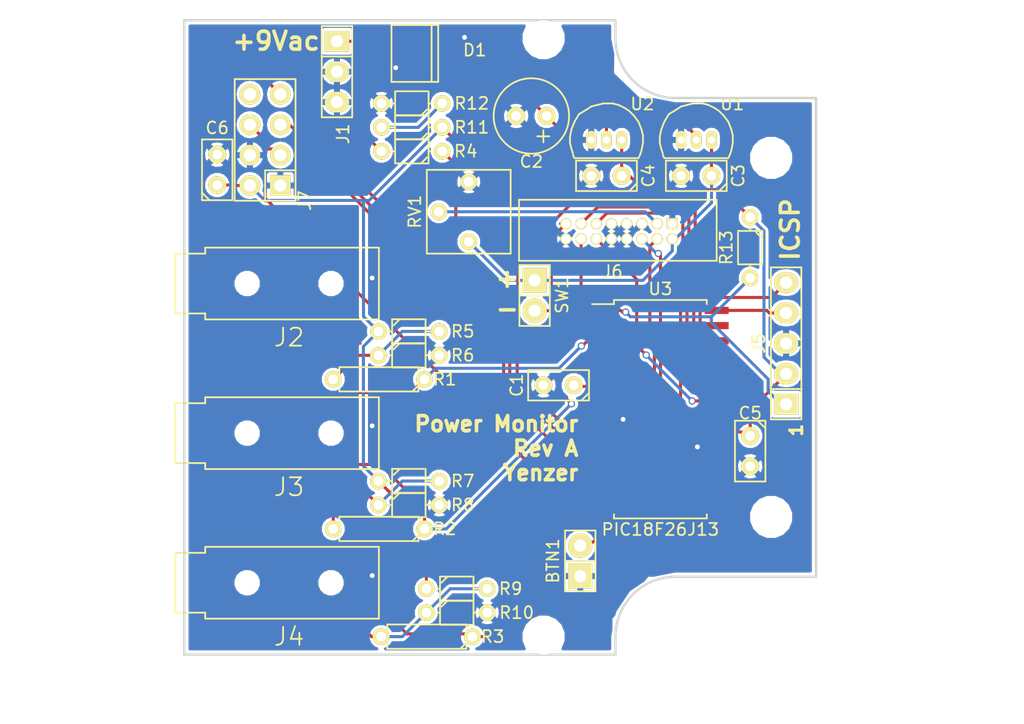
<source format=kicad_pcb>
(kicad_pcb (version 4) (host pcbnew "(2015-06-24 BZR 5814, Git a8bffb8)-product")

  (general
    (links 87)
    (no_connects 0)
    (area 98.964287 57.3205 183.721429 121.782406)
    (thickness 1.6)
    (drawings 20)
    (tracks 287)
    (zones 0)
    (modules 37)
    (nets 44)
  )

  (page A4)
  (layers
    (0 F.Cu signal)
    (31 B.Cu signal)
    (32 B.Adhes user)
    (33 F.Adhes user)
    (34 B.Paste user)
    (35 F.Paste user)
    (36 B.SilkS user)
    (37 F.SilkS user)
    (38 B.Mask user)
    (39 F.Mask user)
    (40 Dwgs.User user)
    (41 Cmts.User user)
    (42 Eco1.User user)
    (43 Eco2.User user)
    (44 Edge.Cuts user)
    (45 Margin user)
    (46 B.CrtYd user)
    (47 F.CrtYd user)
    (48 B.Fab user)
    (49 F.Fab user)
  )

  (setup
    (last_trace_width 0.254)
    (trace_clearance 0.254)
    (zone_clearance 0.254)
    (zone_45_only no)
    (trace_min 0.254)
    (segment_width 0.2)
    (edge_width 0.2)
    (via_size 0.6)
    (via_drill 0.4)
    (via_min_size 0.4)
    (via_min_drill 0.3)
    (uvia_size 0.3)
    (uvia_drill 0.1)
    (uvias_allowed no)
    (uvia_min_size 0.2)
    (uvia_min_drill 0.1)
    (pcb_text_width 0.3)
    (pcb_text_size 1.5 1.5)
    (mod_edge_width 0.15)
    (mod_text_size 1 1)
    (mod_text_width 0.15)
    (pad_size 3 3)
    (pad_drill 3)
    (pad_to_mask_clearance 0)
    (aux_axis_origin 0 0)
    (visible_elements 7FFFFF3F)
    (pcbplotparams
      (layerselection 0x010f0_80000001)
      (usegerberextensions true)
      (usegerberattributes true)
      (excludeedgelayer true)
      (linewidth 0.100000)
      (plotframeref false)
      (viasonmask false)
      (mode 1)
      (useauxorigin false)
      (hpglpennumber 1)
      (hpglpenspeed 20)
      (hpglpendiameter 15)
      (hpglpenoverlay 2)
      (psnegative false)
      (psa4output false)
      (plotreference true)
      (plotvalue true)
      (plotinvisibletext false)
      (padsonsilk false)
      (subtractmaskfromsilk true)
      (outputformat 1)
      (mirror false)
      (drillshape 0)
      (scaleselection 1)
      (outputdirectory Gerber/))
  )

  (net 0 "")
  (net 1 GND)
  (net 2 BTN1)
  (net 3 "Net-(C1-Pad1)")
  (net 4 "Net-(C2-Pad1)")
  (net 5 +5V)
  (net 6 +3V3)
  (net 7 "Net-(D1-Pad4)")
  (net 8 ADC1)
  (net 9 "Net-(J2-Pad2)")
  (net 10 "Net-(J2-Pad3)")
  (net 11 "Net-(J2-Pad4)")
  (net 12 ADC2)
  (net 13 "Net-(J3-Pad2)")
  (net 14 "Net-(J3-Pad3)")
  (net 15 "Net-(J3-Pad4)")
  (net 16 ADC3)
  (net 17 "Net-(J4-Pad2)")
  (net 18 "Net-(J4-Pad3)")
  (net 19 "Net-(J4-Pad4)")
  (net 20 "Net-(J5-Pad1)")
  (net 21 "Net-(J5-Pad4)")
  (net 22 "Net-(J5-Pad5)")
  (net 23 "Net-(J6-Pad3)")
  (net 24 "Net-(J6-Pad4)")
  (net 25 "Net-(J6-Pad6)")
  (net 26 "Net-(J6-Pad11)")
  (net 27 "Net-(J6-Pad12)")
  (net 28 "Net-(J6-Pad13)")
  (net 29 "Net-(J6-Pad14)")
  (net 30 "Net-(J6-Pad15)")
  (net 31 RF_CE)
  (net 32 RF_SCK)
  (net 33 RF_SDO)
  (net 34 RF_SDI)
  (net 35 "Net-(J7-Pad8)")
  (net 36 ADC0)
  (net 37 "Net-(R11-Pad2)")
  (net 38 "Net-(U3-Pad7)")
  (net 39 "Net-(U3-Pad14)")
  (net 40 "Net-(U3-Pad15)")
  (net 41 "Net-(U3-Pad16)")
  (net 42 "Net-(U3-Pad25)")
  (net 43 "Net-(U3-Pad26)")

  (net_class Default "This is the default net class."
    (clearance 0.254)
    (trace_width 0.254)
    (via_dia 0.6)
    (via_drill 0.4)
    (uvia_dia 0.3)
    (uvia_drill 0.1)
    (add_net +3V3)
    (add_net +5V)
    (add_net ADC0)
    (add_net ADC1)
    (add_net ADC2)
    (add_net ADC3)
    (add_net BTN1)
    (add_net GND)
    (add_net "Net-(C1-Pad1)")
    (add_net "Net-(C2-Pad1)")
    (add_net "Net-(D1-Pad4)")
    (add_net "Net-(J2-Pad2)")
    (add_net "Net-(J2-Pad3)")
    (add_net "Net-(J2-Pad4)")
    (add_net "Net-(J3-Pad2)")
    (add_net "Net-(J3-Pad3)")
    (add_net "Net-(J3-Pad4)")
    (add_net "Net-(J4-Pad2)")
    (add_net "Net-(J4-Pad3)")
    (add_net "Net-(J4-Pad4)")
    (add_net "Net-(J5-Pad1)")
    (add_net "Net-(J5-Pad4)")
    (add_net "Net-(J5-Pad5)")
    (add_net "Net-(J6-Pad11)")
    (add_net "Net-(J6-Pad12)")
    (add_net "Net-(J6-Pad13)")
    (add_net "Net-(J6-Pad14)")
    (add_net "Net-(J6-Pad15)")
    (add_net "Net-(J6-Pad3)")
    (add_net "Net-(J6-Pad4)")
    (add_net "Net-(J6-Pad6)")
    (add_net "Net-(J7-Pad8)")
    (add_net "Net-(R11-Pad2)")
    (add_net "Net-(U3-Pad14)")
    (add_net "Net-(U3-Pad15)")
    (add_net "Net-(U3-Pad16)")
    (add_net "Net-(U3-Pad25)")
    (add_net "Net-(U3-Pad26)")
    (add_net "Net-(U3-Pad7)")
    (add_net RF_CE)
    (add_net RF_SCK)
    (add_net RF_SDI)
    (add_net RF_SDO)
  )

  (module Mounting_Holes:MountingHole_3mm (layer F.Cu) (tedit 55981789) (tstamp 559BFAB3)
    (at 143.75 62.5)
    (descr "Mounting hole, Befestigungsbohrung, 3mm, No Annular, Kein Restring,")
    (tags "Mounting hole, Befestigungsbohrung, 3mm, No Annular, Kein Restring,")
    (fp_text reference MountingHole4 (at 0 -4.0005) (layer F.SilkS) hide
      (effects (font (size 1 1) (thickness 0.15)))
    )
    (fp_text value VAL** (at 1.00076 5.00126) (layer F.SilkS) hide
      (effects (font (size 1 1) (thickness 0.15)))
    )
    (fp_circle (center 0 0) (end 2.99974 0) (layer Cmts.User) (width 0.381))
    (pad "" np_thru_hole circle (at 0 0) (size 3 3) (drill 3) (layers *.Cu *.Mask F.SilkS))
  )

  (module Mounting_Holes:MountingHole_3mm (layer F.Cu) (tedit 55981776) (tstamp 559BFAA5)
    (at 143.75 112.5)
    (descr "Mounting hole, Befestigungsbohrung, 3mm, No Annular, Kein Restring,")
    (tags "Mounting hole, Befestigungsbohrung, 3mm, No Annular, Kein Restring,")
    (fp_text reference MountingHole1 (at 0 -4.0005) (layer F.SilkS) hide
      (effects (font (size 1 1) (thickness 0.15)))
    )
    (fp_text value VAL** (at 1.00076 5.00126) (layer F.SilkS) hide
      (effects (font (size 1 1) (thickness 0.15)))
    )
    (fp_circle (center 0 0) (end 2.99974 0) (layer Cmts.User) (width 0.381))
    (pad "" np_thru_hole circle (at 0 0) (size 3 3) (drill 3) (layers *.Cu *.Mask F.SilkS))
  )

  (module Mounting_Holes:MountingHole_3mm (layer F.Cu) (tedit 5598177D) (tstamp 559BFA8A)
    (at 162.75 102.5)
    (descr "Mounting hole, Befestigungsbohrung, 3mm, No Annular, Kein Restring,")
    (tags "Mounting hole, Befestigungsbohrung, 3mm, No Annular, Kein Restring,")
    (fp_text reference MountingHole2 (at 0 -4.0005) (layer F.SilkS) hide
      (effects (font (size 1 1) (thickness 0.15)))
    )
    (fp_text value VAL** (at 1.00076 5.00126) (layer F.SilkS) hide
      (effects (font (size 1 1) (thickness 0.15)))
    )
    (fp_circle (center 0 0) (end 2.99974 0) (layer Cmts.User) (width 0.381))
    (pad "" np_thru_hole circle (at 0 0) (size 3 3) (drill 3) (layers *.Cu *.Mask F.SilkS))
  )

  (module Pin_Headers:Pin_Header_Straight_2x04 (layer F.Cu) (tedit 559726C7) (tstamp 5596258B)
    (at 120.5 71 90)
    (descr "Through hole pin header")
    (tags "pin header")
    (path /5509ACB1)
    (fp_text reference J7 (at -5.065 3.31 90) (layer F.SilkS)
      (effects (font (size 1 1) (thickness 0.15)))
    )
    (fp_text value nRF24L01+ (at 0 0 90) (layer F.SilkS) hide
      (effects (font (size 1 1) (thickness 0.15)))
    )
    (fp_line (start -2.54 2.54) (end 5.08 2.54) (layer F.SilkS) (width 0.15))
    (fp_line (start 5.08 2.54) (end 5.08 -2.54) (layer F.SilkS) (width 0.15))
    (fp_line (start 5.08 -2.54) (end -5.08 -2.54) (layer F.SilkS) (width 0.15))
    (fp_line (start -5.08 -2.54) (end -5.08 0) (layer F.SilkS) (width 0.15))
    (fp_line (start -5.08 2.54) (end -2.54 2.54) (layer F.SilkS) (width 0.15))
    (fp_line (start -5.08 0) (end -2.54 0) (layer F.SilkS) (width 0.15))
    (fp_line (start -2.54 0) (end -2.54 2.54) (layer F.SilkS) (width 0.15))
    (fp_line (start -5.08 2.54) (end -5.08 0) (layer F.SilkS) (width 0.15))
    (pad 1 thru_hole rect (at -3.81 1.27 90) (size 1.7272 1.7272) (drill 1.016) (layers *.Cu *.Mask F.SilkS)
      (net 1 GND))
    (pad 2 thru_hole oval (at -3.81 -1.27 90) (size 1.7272 1.7272) (drill 1.016) (layers *.Cu *.Mask F.SilkS)
      (net 6 +3V3))
    (pad 3 thru_hole oval (at -1.27 1.27 90) (size 1.7272 1.7272) (drill 1.016) (layers *.Cu *.Mask F.SilkS)
      (net 31 RF_CE))
    (pad 4 thru_hole oval (at -1.27 -1.27 90) (size 1.7272 1.7272) (drill 1.016) (layers *.Cu *.Mask F.SilkS)
      (net 1 GND))
    (pad 5 thru_hole oval (at 1.27 1.27 90) (size 1.7272 1.7272) (drill 1.016) (layers *.Cu *.Mask F.SilkS)
      (net 32 RF_SCK))
    (pad 6 thru_hole oval (at 1.27 -1.27 90) (size 1.7272 1.7272) (drill 1.016) (layers *.Cu *.Mask F.SilkS)
      (net 33 RF_SDO))
    (pad 7 thru_hole oval (at 3.81 1.27 90) (size 1.7272 1.7272) (drill 1.016) (layers *.Cu *.Mask F.SilkS)
      (net 34 RF_SDI))
    (pad 8 thru_hole oval (at 3.81 -1.27 90) (size 1.7272 1.7272) (drill 1.016) (layers *.Cu *.Mask F.SilkS)
      (net 35 "Net-(J7-Pad8)"))
    (model Socket_Strips/Socket_Strip_Straight_2x04.wrl
      (at (xyz 0 0 0))
      (scale (xyz 1 1 1))
      (rotate (xyz 0 0 0))
    )
  )

  (module Custom:Rectifier_SMT_TO-269AA (layer F.Cu) (tedit 5597F9AA) (tstamp 55962536)
    (at 133 63.7 270)
    (path /5587B5B0)
    (fp_text reference D1 (at -0.2 -5 360) (layer F.SilkS)
      (effects (font (size 1 1) (thickness 0.15)))
    )
    (fp_text value Bridge (at 0 5 270) (layer F.Fab)
      (effects (font (size 1 1) (thickness 0.15)))
    )
    (fp_line (start -2.3 -1.4) (end 2.45 -1.4) (layer F.SilkS) (width 0.15))
    (fp_line (start 2.45 -1.95) (end 2.45 1.95) (layer F.SilkS) (width 0.15))
    (fp_line (start 2.45 1.95) (end -2.3 1.95) (layer F.SilkS) (width 0.15))
    (fp_line (start -2.3 1.95) (end -2.3 -1.95) (layer F.SilkS) (width 0.15))
    (fp_line (start -2.3 -1.95) (end 2.45 -1.95) (layer F.SilkS) (width 0.15))
    (pad 3 smd rect (at 1.27 2.85 270) (size 0.8 1.4) (layers F.Cu F.Paste F.Mask)
      (net 1 GND))
    (pad 1 smd rect (at 1.27 -2.85 270) (size 0.8 1.4) (layers F.Cu F.Paste F.Mask)
      (net 4 "Net-(C2-Pad1)"))
    (pad 2 smd rect (at -1.27 -2.85 270) (size 0.8 1.4) (layers F.Cu F.Paste F.Mask)
      (net 1 GND))
    (pad 4 smd rect (at -1.27 2.85 270) (size 0.8 1.4) (layers F.Cu F.Paste F.Mask)
      (net 7 "Net-(D1-Pad4)"))
    (model C:/KiCad/share/modules/packages3d/Custom/TO-269AA.wrl
      (at (xyz 0 0 0))
      (scale (xyz 0.3937 0.3937 0.3937))
      (rotate (xyz 0 0 0))
    )
  )

  (module Custom:Conn_IDC_Header_TH_16pin (layer F.Cu) (tedit 55971B45) (tstamp 5596257F)
    (at 154.5 78 180)
    (path /5509B06C)
    (fp_text reference J6 (at 5 -4 180) (layer F.SilkS)
      (effects (font (size 1 1) (thickness 0.15)))
    )
    (fp_text value LCD (at 5.08 3.175 180) (layer F.Fab)
      (effects (font (size 1 1) (thickness 0.15)))
    )
    (fp_line (start 12.8 -3.1) (end -3.7 -3.1) (layer F.SilkS) (width 0.15))
    (fp_line (start -3.7 -3.1) (end -3.7 2) (layer F.SilkS) (width 0.15))
    (fp_line (start -3.7 2) (end 12.8 2) (layer F.SilkS) (width 0.15))
    (fp_line (start 12.8 2) (end 12.8 -3.1) (layer F.SilkS) (width 0.15))
    (pad 1 thru_hole rect (at 0 0 180) (size 0.9398 0.9398) (drill 0.7) (layers *.Cu *.Mask F.SilkS)
      (net 1 GND))
    (pad 2 thru_hole circle (at 0 -1.27 180) (size 0.9398 0.9398) (drill 0.7) (layers *.Cu *.Mask F.SilkS)
      (net 5 +5V))
    (pad 3 thru_hole circle (at 1.27 0 180) (size 0.9398 0.9398) (drill 0.7) (layers *.Cu *.Mask F.SilkS)
      (net 23 "Net-(J6-Pad3)"))
    (pad 4 thru_hole circle (at 1.27 -1.27 180) (size 0.9398 0.9398) (drill 0.7) (layers *.Cu *.Mask F.SilkS)
      (net 24 "Net-(J6-Pad4)"))
    (pad 5 thru_hole circle (at 2.54 0 180) (size 0.9398 0.9398) (drill 0.7) (layers *.Cu *.Mask F.SilkS)
      (net 1 GND))
    (pad 6 thru_hole circle (at 2.54 -1.27 180) (size 0.9398 0.9398) (drill 0.7) (layers *.Cu *.Mask F.SilkS)
      (net 25 "Net-(J6-Pad6)"))
    (pad 7 thru_hole circle (at 3.81 0 180) (size 0.9398 0.9398) (drill 0.7) (layers *.Cu *.Mask F.SilkS)
      (net 1 GND))
    (pad 8 thru_hole circle (at 3.81 -1.27 180) (size 0.9398 0.9398) (drill 0.7) (layers *.Cu *.Mask F.SilkS)
      (net 1 GND))
    (pad 9 thru_hole circle (at 5.08 0 180) (size 0.9398 0.9398) (drill 0.7) (layers *.Cu *.Mask F.SilkS)
      (net 1 GND))
    (pad 10 thru_hole circle (at 5.08 -1.27 180) (size 0.9398 0.9398) (drill 0.7) (layers *.Cu *.Mask F.SilkS)
      (net 1 GND))
    (pad 11 thru_hole circle (at 6.35 0 180) (size 0.9398 0.9398) (drill 0.7) (layers *.Cu *.Mask F.SilkS)
      (net 26 "Net-(J6-Pad11)"))
    (pad 12 thru_hole circle (at 6.35 -1.27 180) (size 0.9398 0.9398) (drill 0.7) (layers *.Cu *.Mask F.SilkS)
      (net 27 "Net-(J6-Pad12)"))
    (pad 13 thru_hole circle (at 7.62 0 180) (size 0.9398 0.9398) (drill 0.7) (layers *.Cu *.Mask F.SilkS)
      (net 28 "Net-(J6-Pad13)"))
    (pad 14 thru_hole circle (at 7.62 -1.27 180) (size 0.9398 0.9398) (drill 0.7) (layers *.Cu *.Mask F.SilkS)
      (net 29 "Net-(J6-Pad14)"))
    (pad 15 thru_hole circle (at 8.89 0 180) (size 0.9398 0.9398) (drill 0.7) (layers *.Cu *.Mask F.SilkS)
      (net 30 "Net-(J6-Pad15)"))
    (pad 16 thru_hole circle (at 8.89 -1.27 180) (size 0.9398 0.9398) (drill 0.7) (layers *.Cu *.Mask F.SilkS)
      (net 1 GND))
    (model C:/KiCad/share/modules/packages3d/Custom/Conn_IDC_Header_TH_16pin.wrl
      (at (xyz 0 0 0))
      (scale (xyz 0.3937 0.3937 0.3937))
      (rotate (xyz 0 0 0))
    )
  )

  (module Custom:Potentiometer_Copal_CT-6EP (layer F.Cu) (tedit 559719A2) (tstamp 559625E4)
    (at 137.5 77 90)
    (path /5506DC92)
    (fp_text reference RV1 (at 0 -4.5 90) (layer F.SilkS)
      (effects (font (size 1 1) (thickness 0.15)))
    )
    (fp_text value "POT 10k" (at 0.5 4.5 90) (layer F.Fab)
      (effects (font (size 1 1) (thickness 0.15)))
    )
    (fp_line (start -3.5 0) (end -3.5 -3.5) (layer F.SilkS) (width 0.15))
    (fp_line (start -3.5 -3.5) (end 3.5 -3.5) (layer F.SilkS) (width 0.15))
    (fp_line (start 3.5 -3.5) (end 3.5 3.5) (layer F.SilkS) (width 0.15))
    (fp_line (start 3.5 3.5) (end -3.5 3.5) (layer F.SilkS) (width 0.15))
    (fp_line (start -3.5 3.5) (end -3.5 0) (layer F.SilkS) (width 0.15))
    (pad 1 thru_hole circle (at -2.5 0 90) (size 1.397 1.397) (drill 0.8128) (layers *.Cu *.Mask F.SilkS)
      (net 5 +5V))
    (pad 2 thru_hole circle (at 0 -2.5 90) (size 1.397 1.397) (drill 0.8128) (layers *.Cu *.Mask F.SilkS)
      (net 23 "Net-(J6-Pad3)"))
    (pad 3 thru_hole circle (at 2.5 0 90) (size 1.397 1.397) (drill 0.8128) (layers *.Cu *.Mask F.SilkS)
      (net 1 GND))
    (model "C:/KiCad/share/modules/packages3d/Custom/Potentiometer CT-6EP.wrl"
      (at (xyz 0 0 0))
      (scale (xyz 0.3937 0.3937 0.3937))
      (rotate (xyz -90 0 0))
    )
  )

  (module Custom:Stereo_Jack_3.5mm_2switch (layer F.Cu) (tedit 55971D8E) (tstamp 55962562)
    (at 115.5 111)
    (path /54F14B1F)
    (fp_text reference J4 (at 7 1.5) (layer F.SilkS)
      (effects (font (size 1.5 1.5) (thickness 0.15)))
    )
    (fp_text value Stereo_Jack_3.5mm (at 8.255 3.81) (layer F.SilkS) hide
      (effects (font (size 1.5 1.5) (thickness 0.15)))
    )
    (fp_line (start 0 -0.5) (end 0 0) (layer F.SilkS) (width 0.15))
    (fp_line (start 0 -5.5) (end 0 -6) (layer F.SilkS) (width 0.15))
    (fp_line (start 0 -0.5) (end -2.5 -0.5) (layer F.SilkS) (width 0.15))
    (fp_line (start -2.5 -0.5) (end -2.5 -5.5) (layer F.SilkS) (width 0.15))
    (fp_line (start -2.5 -5.5) (end 0 -5.5) (layer F.SilkS) (width 0.15))
    (fp_line (start 0 -6) (end 14.5 -6) (layer F.SilkS) (width 0.15))
    (fp_line (start 14.5 -6) (end 14.5 0) (layer F.SilkS) (width 0.15))
    (fp_line (start 14.5 0) (end 0 0) (layer F.SilkS) (width 0.15))
    (pad "" np_thru_hole circle (at 10.5 -3) (size 1.6 1.6) (drill 1.6) (layers *.Cu *.Mask F.SilkS))
    (pad 1 smd rect (at 2.4 1.05) (size 2.2 2.1) (layers F.Cu F.Paste F.Mask)
      (net 16 ADC3))
    (pad 2 smd rect (at 4.3 -7.05) (size 2.2 2.1) (layers F.Cu F.Paste F.Mask)
      (net 17 "Net-(J4-Pad2)"))
    (pad 3 smd rect (at 11.7 1.05) (size 2.7 2.1) (layers F.Cu F.Paste F.Mask)
      (net 18 "Net-(J4-Pad3)"))
    (pad 4 smd rect (at 1.6 -7.05) (size 2 2.1) (layers F.Cu F.Paste F.Mask)
      (net 19 "Net-(J4-Pad4)"))
    (pad 5 smd rect (at 15.8 -3.6) (size 2.6 2.7) (layers F.Cu F.Paste F.Mask)
      (net 1 GND))
    (pad "" np_thru_hole circle (at 3.5 -3) (size 1.6 1.6) (drill 1.6) (layers *.Cu *.Mask F.SilkS))
    (model C:/KiCad/share/modules/packages3d/Custom/Conn_Stereo_3.5mm_SMT.wrl
      (at (xyz -0.04 0 0))
      (scale (xyz 0.3937 0.3937 0.3937))
      (rotate (xyz 0 0 0))
    )
  )

  (module Custom:Stereo_Jack_3.5mm_2switch (layer F.Cu) (tedit 55971D8C) (tstamp 55962557)
    (at 115.5 98.5)
    (path /54F14743)
    (fp_text reference J3 (at 7 1.5) (layer F.SilkS)
      (effects (font (size 1.5 1.5) (thickness 0.15)))
    )
    (fp_text value Stereo_Jack_3.5mm (at 8.255 3.81) (layer F.SilkS) hide
      (effects (font (size 1.5 1.5) (thickness 0.15)))
    )
    (fp_line (start 0 -0.5) (end 0 0) (layer F.SilkS) (width 0.15))
    (fp_line (start 0 -5.5) (end 0 -6) (layer F.SilkS) (width 0.15))
    (fp_line (start 0 -0.5) (end -2.5 -0.5) (layer F.SilkS) (width 0.15))
    (fp_line (start -2.5 -0.5) (end -2.5 -5.5) (layer F.SilkS) (width 0.15))
    (fp_line (start -2.5 -5.5) (end 0 -5.5) (layer F.SilkS) (width 0.15))
    (fp_line (start 0 -6) (end 14.5 -6) (layer F.SilkS) (width 0.15))
    (fp_line (start 14.5 -6) (end 14.5 0) (layer F.SilkS) (width 0.15))
    (fp_line (start 14.5 0) (end 0 0) (layer F.SilkS) (width 0.15))
    (pad "" np_thru_hole circle (at 10.5 -3) (size 1.6 1.6) (drill 1.6) (layers *.Cu *.Mask F.SilkS))
    (pad 1 smd rect (at 2.4 1.05) (size 2.2 2.1) (layers F.Cu F.Paste F.Mask)
      (net 12 ADC2))
    (pad 2 smd rect (at 4.3 -7.05) (size 2.2 2.1) (layers F.Cu F.Paste F.Mask)
      (net 13 "Net-(J3-Pad2)"))
    (pad 3 smd rect (at 11.7 1.05) (size 2.7 2.1) (layers F.Cu F.Paste F.Mask)
      (net 14 "Net-(J3-Pad3)"))
    (pad 4 smd rect (at 1.6 -7.05) (size 2 2.1) (layers F.Cu F.Paste F.Mask)
      (net 15 "Net-(J3-Pad4)"))
    (pad 5 smd rect (at 15.8 -3.6) (size 2.6 2.7) (layers F.Cu F.Paste F.Mask)
      (net 1 GND))
    (pad "" np_thru_hole circle (at 3.5 -3) (size 1.6 1.6) (drill 1.6) (layers *.Cu *.Mask F.SilkS))
    (model C:/KiCad/share/modules/packages3d/Custom/Conn_Stereo_3.5mm_SMT.wrl
      (at (xyz -0.04 0 0))
      (scale (xyz 0.3937 0.3937 0.3937))
      (rotate (xyz 0 0 0))
    )
  )

  (module Custom:Stereo_Jack_3.5mm_2switch (layer F.Cu) (tedit 55971D89) (tstamp 5596254C)
    (at 115.5 86)
    (path /54E1102F)
    (fp_text reference J2 (at 7 1.5) (layer F.SilkS)
      (effects (font (size 1.5 1.5) (thickness 0.15)))
    )
    (fp_text value Stereo_Jack_3.5mm (at 8.255 3.81) (layer F.SilkS) hide
      (effects (font (size 1.5 1.5) (thickness 0.15)))
    )
    (fp_line (start 0 -0.5) (end 0 0) (layer F.SilkS) (width 0.15))
    (fp_line (start 0 -5.5) (end 0 -6) (layer F.SilkS) (width 0.15))
    (fp_line (start 0 -0.5) (end -2.5 -0.5) (layer F.SilkS) (width 0.15))
    (fp_line (start -2.5 -0.5) (end -2.5 -5.5) (layer F.SilkS) (width 0.15))
    (fp_line (start -2.5 -5.5) (end 0 -5.5) (layer F.SilkS) (width 0.15))
    (fp_line (start 0 -6) (end 14.5 -6) (layer F.SilkS) (width 0.15))
    (fp_line (start 14.5 -6) (end 14.5 0) (layer F.SilkS) (width 0.15))
    (fp_line (start 14.5 0) (end 0 0) (layer F.SilkS) (width 0.15))
    (pad "" np_thru_hole circle (at 10.5 -3) (size 1.6 1.6) (drill 1.6) (layers *.Cu *.Mask F.SilkS))
    (pad 1 smd rect (at 2.4 1.05) (size 2.2 2.1) (layers F.Cu F.Paste F.Mask)
      (net 8 ADC1))
    (pad 2 smd rect (at 4.3 -7.05) (size 2.2 2.1) (layers F.Cu F.Paste F.Mask)
      (net 9 "Net-(J2-Pad2)"))
    (pad 3 smd rect (at 11.7 1.05) (size 2.7 2.1) (layers F.Cu F.Paste F.Mask)
      (net 10 "Net-(J2-Pad3)"))
    (pad 4 smd rect (at 1.6 -7.05) (size 2 2.1) (layers F.Cu F.Paste F.Mask)
      (net 11 "Net-(J2-Pad4)"))
    (pad 5 smd rect (at 15.8 -3.6) (size 2.6 2.7) (layers F.Cu F.Paste F.Mask)
      (net 1 GND))
    (pad "" np_thru_hole circle (at 3.5 -3) (size 1.6 1.6) (drill 1.6) (layers *.Cu *.Mask F.SilkS))
    (model C:/KiCad/share/modules/packages3d/Custom/Conn_Stereo_3.5mm_SMT.wrl
      (at (xyz -0.04 0 0))
      (scale (xyz 0.3937 0.3937 0.3937))
      (rotate (xyz 0 0 0))
    )
  )

  (module Custom:R2 (layer F.Cu) (tedit 5597F4F7) (tstamp 559625D9)
    (at 161 80 270)
    (descr "Resitance 3 pas")
    (tags R)
    (path /5509783B)
    (autoplace_cost180 10)
    (fp_text reference R13 (at 0 2 270) (layer F.SilkS)
      (effects (font (size 1 1) (thickness 0.15)))
    )
    (fp_text value 7.5k (at 0 1.905 270) (layer F.SilkS) hide
      (effects (font (size 1 1) (thickness 0.15)))
    )
    (fp_line (start -1.905 0) (end -1.397 0) (layer F.SilkS) (width 0.15))
    (fp_line (start 1.905 0) (end 1.397 0) (layer F.SilkS) (width 0.15))
    (fp_line (start 1.397 0) (end 1.397 -1.016) (layer F.SilkS) (width 0.15))
    (fp_line (start 1.27 -1.016) (end -1.397 -1.016) (layer F.SilkS) (width 0.15))
    (fp_line (start -1.397 -1.016) (end -1.397 1.016) (layer F.SilkS) (width 0.15))
    (fp_line (start -1.27 1.016) (end 1.27 1.016) (layer F.SilkS) (width 0.15))
    (fp_line (start 1.397 1.016) (end 1.397 0) (layer F.SilkS) (width 0.15))
    (fp_line (start -1.27 -0.508) (end -0.762 -1.016) (layer F.SilkS) (width 0.15))
    (pad 1 thru_hole circle (at -2.54 0 270) (size 1.397 1.397) (drill 0.8128) (layers *.Cu *.Mask F.SilkS)
      (net 6 +3V3))
    (pad 2 thru_hole circle (at 2.54 0 270) (size 1.397 1.397) (drill 0.8128) (layers *.Cu *.Mask F.SilkS)
      (net 20 "Net-(J5-Pad1)"))
    (model C:/KiCad/share/modules/packages3d/discret/resistors/horizontal/r_h_1k.wrl
      (at (xyz 0 0 0))
      (scale (xyz 0.2 0.3 0.3937))
      (rotate (xyz 0 0 0))
    )
  )

  (module Custom:R2 (layer F.Cu) (tedit 55971C64) (tstamp 559625D3)
    (at 132.75 67.95 180)
    (descr "Resitance 3 pas")
    (tags R)
    (path /54E18002)
    (autoplace_cost180 10)
    (fp_text reference R12 (at -5 0 180) (layer F.SilkS)
      (effects (font (size 1 1) (thickness 0.15)))
    )
    (fp_text value 2.32k (at 0 1.905 180) (layer F.SilkS) hide
      (effects (font (size 1 1) (thickness 0.15)))
    )
    (fp_line (start -1.905 0) (end -1.397 0) (layer F.SilkS) (width 0.15))
    (fp_line (start 1.905 0) (end 1.397 0) (layer F.SilkS) (width 0.15))
    (fp_line (start 1.397 0) (end 1.397 -1.016) (layer F.SilkS) (width 0.15))
    (fp_line (start 1.27 -1.016) (end -1.397 -1.016) (layer F.SilkS) (width 0.15))
    (fp_line (start -1.397 -1.016) (end -1.397 1.016) (layer F.SilkS) (width 0.15))
    (fp_line (start -1.27 1.016) (end 1.27 1.016) (layer F.SilkS) (width 0.15))
    (fp_line (start 1.397 1.016) (end 1.397 0) (layer F.SilkS) (width 0.15))
    (fp_line (start -1.27 -0.508) (end -0.762 -1.016) (layer F.SilkS) (width 0.15))
    (pad 1 thru_hole circle (at -2.54 0 180) (size 1.397 1.397) (drill 0.8128) (layers *.Cu *.Mask F.SilkS)
      (net 37 "Net-(R11-Pad2)"))
    (pad 2 thru_hole circle (at 2.54 0 180) (size 1.397 1.397) (drill 0.8128) (layers *.Cu *.Mask F.SilkS)
      (net 1 GND))
    (model C:/KiCad/share/modules/packages3d/discret/resistors/horizontal/r_h_1k.wrl
      (at (xyz 0 0 0))
      (scale (xyz 0.2 0.3 0.3937))
      (rotate (xyz 0 0 0))
    )
  )

  (module Custom:R2 (layer F.Cu) (tedit 55971C62) (tstamp 559625CD)
    (at 132.75 69.95 180)
    (descr "Resitance 3 pas")
    (tags R)
    (path /54E17FFC)
    (autoplace_cost180 10)
    (fp_text reference R11 (at -5 0 180) (layer F.SilkS)
      (effects (font (size 1 1) (thickness 0.15)))
    )
    (fp_text value 1.8k (at 0 1.905 180) (layer F.SilkS) hide
      (effects (font (size 1 1) (thickness 0.15)))
    )
    (fp_line (start -1.905 0) (end -1.397 0) (layer F.SilkS) (width 0.15))
    (fp_line (start 1.905 0) (end 1.397 0) (layer F.SilkS) (width 0.15))
    (fp_line (start 1.397 0) (end 1.397 -1.016) (layer F.SilkS) (width 0.15))
    (fp_line (start 1.27 -1.016) (end -1.397 -1.016) (layer F.SilkS) (width 0.15))
    (fp_line (start -1.397 -1.016) (end -1.397 1.016) (layer F.SilkS) (width 0.15))
    (fp_line (start -1.27 1.016) (end 1.27 1.016) (layer F.SilkS) (width 0.15))
    (fp_line (start 1.397 1.016) (end 1.397 0) (layer F.SilkS) (width 0.15))
    (fp_line (start -1.27 -0.508) (end -0.762 -1.016) (layer F.SilkS) (width 0.15))
    (pad 1 thru_hole circle (at -2.54 0 180) (size 1.397 1.397) (drill 0.8128) (layers *.Cu *.Mask F.SilkS)
      (net 6 +3V3))
    (pad 2 thru_hole circle (at 2.54 0 180) (size 1.397 1.397) (drill 0.8128) (layers *.Cu *.Mask F.SilkS)
      (net 37 "Net-(R11-Pad2)"))
    (model C:/KiCad/share/modules/packages3d/discret/resistors/horizontal/r_h_1k.wrl
      (at (xyz 0 0 0))
      (scale (xyz 0.2 0.3 0.3937))
      (rotate (xyz 0 0 0))
    )
  )

  (module Custom:R2 (layer F.Cu) (tedit 559717EB) (tstamp 559625C7)
    (at 136.5 110.5)
    (descr "Resitance 3 pas")
    (tags R)
    (path /54F14B31)
    (autoplace_cost180 10)
    (fp_text reference R10 (at 5 0) (layer F.SilkS)
      (effects (font (size 1 1) (thickness 0.15)))
    )
    (fp_text value 1.8k (at 0 1.905 180) (layer F.SilkS) hide
      (effects (font (size 1 1) (thickness 0.15)))
    )
    (fp_line (start -1.905 0) (end -1.397 0) (layer F.SilkS) (width 0.15))
    (fp_line (start 1.905 0) (end 1.397 0) (layer F.SilkS) (width 0.15))
    (fp_line (start 1.397 0) (end 1.397 -1.016) (layer F.SilkS) (width 0.15))
    (fp_line (start 1.27 -1.016) (end -1.397 -1.016) (layer F.SilkS) (width 0.15))
    (fp_line (start -1.397 -1.016) (end -1.397 1.016) (layer F.SilkS) (width 0.15))
    (fp_line (start -1.27 1.016) (end 1.27 1.016) (layer F.SilkS) (width 0.15))
    (fp_line (start 1.397 1.016) (end 1.397 0) (layer F.SilkS) (width 0.15))
    (fp_line (start -1.27 -0.508) (end -0.762 -1.016) (layer F.SilkS) (width 0.15))
    (pad 1 thru_hole circle (at -2.54 0) (size 1.397 1.397) (drill 0.8128) (layers *.Cu *.Mask F.SilkS)
      (net 18 "Net-(J4-Pad3)"))
    (pad 2 thru_hole circle (at 2.54 0) (size 1.397 1.397) (drill 0.8128) (layers *.Cu *.Mask F.SilkS)
      (net 1 GND))
    (model C:/KiCad/share/modules/packages3d/discret/resistors/horizontal/r_h_1k.wrl
      (at (xyz 0 0 0))
      (scale (xyz 0.2 0.3 0.3937))
      (rotate (xyz 0 0 0))
    )
  )

  (module Custom:R2 (layer F.Cu) (tedit 559717E7) (tstamp 559625C1)
    (at 136.5 108.5)
    (descr "Resitance 3 pas")
    (tags R)
    (path /54F14B2B)
    (autoplace_cost180 10)
    (fp_text reference R9 (at 4.5 0) (layer F.SilkS)
      (effects (font (size 1 1) (thickness 0.15)))
    )
    (fp_text value 1.8k (at 0 1.905) (layer F.SilkS) hide
      (effects (font (size 1 1) (thickness 0.15)))
    )
    (fp_line (start -1.905 0) (end -1.397 0) (layer F.SilkS) (width 0.15))
    (fp_line (start 1.905 0) (end 1.397 0) (layer F.SilkS) (width 0.15))
    (fp_line (start 1.397 0) (end 1.397 -1.016) (layer F.SilkS) (width 0.15))
    (fp_line (start 1.27 -1.016) (end -1.397 -1.016) (layer F.SilkS) (width 0.15))
    (fp_line (start -1.397 -1.016) (end -1.397 1.016) (layer F.SilkS) (width 0.15))
    (fp_line (start -1.27 1.016) (end 1.27 1.016) (layer F.SilkS) (width 0.15))
    (fp_line (start 1.397 1.016) (end 1.397 0) (layer F.SilkS) (width 0.15))
    (fp_line (start -1.27 -0.508) (end -0.762 -1.016) (layer F.SilkS) (width 0.15))
    (pad 1 thru_hole circle (at -2.54 0) (size 1.397 1.397) (drill 0.8128) (layers *.Cu *.Mask F.SilkS)
      (net 6 +3V3))
    (pad 2 thru_hole circle (at 2.54 0) (size 1.397 1.397) (drill 0.8128) (layers *.Cu *.Mask F.SilkS)
      (net 18 "Net-(J4-Pad3)"))
    (model C:/KiCad/share/modules/packages3d/discret/resistors/horizontal/r_h_1k.wrl
      (at (xyz 0 0 0))
      (scale (xyz 0.2 0.3 0.3937))
      (rotate (xyz 0 0 0))
    )
  )

  (module Custom:R2 (layer F.Cu) (tedit 55971794) (tstamp 559625BB)
    (at 132.5 101.5)
    (descr "Resitance 3 pas")
    (tags R)
    (path /54F14755)
    (autoplace_cost180 10)
    (fp_text reference R8 (at 4.5 0) (layer F.SilkS)
      (effects (font (size 1 1) (thickness 0.15)))
    )
    (fp_text value 1.8k (at 0 1.905) (layer F.SilkS) hide
      (effects (font (size 1 1) (thickness 0.15)))
    )
    (fp_line (start -1.905 0) (end -1.397 0) (layer F.SilkS) (width 0.15))
    (fp_line (start 1.905 0) (end 1.397 0) (layer F.SilkS) (width 0.15))
    (fp_line (start 1.397 0) (end 1.397 -1.016) (layer F.SilkS) (width 0.15))
    (fp_line (start 1.27 -1.016) (end -1.397 -1.016) (layer F.SilkS) (width 0.15))
    (fp_line (start -1.397 -1.016) (end -1.397 1.016) (layer F.SilkS) (width 0.15))
    (fp_line (start -1.27 1.016) (end 1.27 1.016) (layer F.SilkS) (width 0.15))
    (fp_line (start 1.397 1.016) (end 1.397 0) (layer F.SilkS) (width 0.15))
    (fp_line (start -1.27 -0.508) (end -0.762 -1.016) (layer F.SilkS) (width 0.15))
    (pad 1 thru_hole circle (at -2.54 0) (size 1.397 1.397) (drill 0.8128) (layers *.Cu *.Mask F.SilkS)
      (net 14 "Net-(J3-Pad3)"))
    (pad 2 thru_hole circle (at 2.54 0) (size 1.397 1.397) (drill 0.8128) (layers *.Cu *.Mask F.SilkS)
      (net 1 GND))
    (model C:/KiCad/share/modules/packages3d/discret/resistors/horizontal/r_h_1k.wrl
      (at (xyz 0 0 0))
      (scale (xyz 0.2 0.3 0.3937))
      (rotate (xyz 0 0 0))
    )
  )

  (module Custom:R2 (layer F.Cu) (tedit 55971791) (tstamp 559625B5)
    (at 132.5 99.5)
    (descr "Resitance 3 pas")
    (tags R)
    (path /54F1474F)
    (autoplace_cost180 10)
    (fp_text reference R7 (at 4.5 0) (layer F.SilkS)
      (effects (font (size 1 1) (thickness 0.15)))
    )
    (fp_text value 1.8k (at 0 1.905) (layer F.SilkS) hide
      (effects (font (size 1 1) (thickness 0.15)))
    )
    (fp_line (start -1.905 0) (end -1.397 0) (layer F.SilkS) (width 0.15))
    (fp_line (start 1.905 0) (end 1.397 0) (layer F.SilkS) (width 0.15))
    (fp_line (start 1.397 0) (end 1.397 -1.016) (layer F.SilkS) (width 0.15))
    (fp_line (start 1.27 -1.016) (end -1.397 -1.016) (layer F.SilkS) (width 0.15))
    (fp_line (start -1.397 -1.016) (end -1.397 1.016) (layer F.SilkS) (width 0.15))
    (fp_line (start -1.27 1.016) (end 1.27 1.016) (layer F.SilkS) (width 0.15))
    (fp_line (start 1.397 1.016) (end 1.397 0) (layer F.SilkS) (width 0.15))
    (fp_line (start -1.27 -0.508) (end -0.762 -1.016) (layer F.SilkS) (width 0.15))
    (pad 1 thru_hole circle (at -2.54 0) (size 1.397 1.397) (drill 0.8128) (layers *.Cu *.Mask F.SilkS)
      (net 6 +3V3))
    (pad 2 thru_hole circle (at 2.54 0) (size 1.397 1.397) (drill 0.8128) (layers *.Cu *.Mask F.SilkS)
      (net 14 "Net-(J3-Pad3)"))
    (model C:/KiCad/share/modules/packages3d/discret/resistors/horizontal/r_h_1k.wrl
      (at (xyz 0 0 0))
      (scale (xyz 0.2 0.3 0.3937))
      (rotate (xyz 0 0 0))
    )
  )

  (module Custom:R2 (layer F.Cu) (tedit 559717A9) (tstamp 559625AF)
    (at 132.5 89)
    (descr "Resitance 3 pas")
    (tags R)
    (path /54E1143C)
    (autoplace_cost180 10)
    (fp_text reference R6 (at 4.5 0) (layer F.SilkS)
      (effects (font (size 1 1) (thickness 0.15)))
    )
    (fp_text value 1.8k (at 0 1.905) (layer F.SilkS) hide
      (effects (font (size 1 1) (thickness 0.15)))
    )
    (fp_line (start -1.905 0) (end -1.397 0) (layer F.SilkS) (width 0.15))
    (fp_line (start 1.905 0) (end 1.397 0) (layer F.SilkS) (width 0.15))
    (fp_line (start 1.397 0) (end 1.397 -1.016) (layer F.SilkS) (width 0.15))
    (fp_line (start 1.27 -1.016) (end -1.397 -1.016) (layer F.SilkS) (width 0.15))
    (fp_line (start -1.397 -1.016) (end -1.397 1.016) (layer F.SilkS) (width 0.15))
    (fp_line (start -1.27 1.016) (end 1.27 1.016) (layer F.SilkS) (width 0.15))
    (fp_line (start 1.397 1.016) (end 1.397 0) (layer F.SilkS) (width 0.15))
    (fp_line (start -1.27 -0.508) (end -0.762 -1.016) (layer F.SilkS) (width 0.15))
    (pad 1 thru_hole circle (at -2.54 0) (size 1.397 1.397) (drill 0.8128) (layers *.Cu *.Mask F.SilkS)
      (net 10 "Net-(J2-Pad3)"))
    (pad 2 thru_hole circle (at 2.54 0) (size 1.397 1.397) (drill 0.8128) (layers *.Cu *.Mask F.SilkS)
      (net 1 GND))
    (model C:/KiCad/share/modules/packages3d/discret/resistors/horizontal/r_h_1k.wrl
      (at (xyz 0 0 0))
      (scale (xyz 0.2 0.3 0.3937))
      (rotate (xyz 0 0 0))
    )
  )

  (module Custom:R2 (layer F.Cu) (tedit 559717AC) (tstamp 559625A9)
    (at 132.5 87)
    (descr "Resitance 3 pas")
    (tags R)
    (path /54E11436)
    (autoplace_cost180 10)
    (fp_text reference R5 (at 4.5 0) (layer F.SilkS)
      (effects (font (size 1 1) (thickness 0.15)))
    )
    (fp_text value 1.8k (at 0 1.905) (layer F.SilkS) hide
      (effects (font (size 1 1) (thickness 0.15)))
    )
    (fp_line (start -1.905 0) (end -1.397 0) (layer F.SilkS) (width 0.15))
    (fp_line (start 1.905 0) (end 1.397 0) (layer F.SilkS) (width 0.15))
    (fp_line (start 1.397 0) (end 1.397 -1.016) (layer F.SilkS) (width 0.15))
    (fp_line (start 1.27 -1.016) (end -1.397 -1.016) (layer F.SilkS) (width 0.15))
    (fp_line (start -1.397 -1.016) (end -1.397 1.016) (layer F.SilkS) (width 0.15))
    (fp_line (start -1.27 1.016) (end 1.27 1.016) (layer F.SilkS) (width 0.15))
    (fp_line (start 1.397 1.016) (end 1.397 0) (layer F.SilkS) (width 0.15))
    (fp_line (start -1.27 -0.508) (end -0.762 -1.016) (layer F.SilkS) (width 0.15))
    (pad 1 thru_hole circle (at -2.54 0) (size 1.397 1.397) (drill 0.8128) (layers *.Cu *.Mask F.SilkS)
      (net 6 +3V3))
    (pad 2 thru_hole circle (at 2.54 0) (size 1.397 1.397) (drill 0.8128) (layers *.Cu *.Mask F.SilkS)
      (net 10 "Net-(J2-Pad3)"))
    (model C:/KiCad/share/modules/packages3d/discret/resistors/horizontal/r_h_1k.wrl
      (at (xyz 0 0 0))
      (scale (xyz 0.2 0.3 0.3937))
      (rotate (xyz 0 0 0))
    )
  )

  (module Custom:R2 (layer F.Cu) (tedit 55971C60) (tstamp 559625A3)
    (at 132.75 71.95 180)
    (descr "Resitance 3 pas")
    (tags R)
    (path /54E17FF6)
    (autoplace_cost180 10)
    (fp_text reference R4 (at -4.5 0 180) (layer F.SilkS)
      (effects (font (size 1 1) (thickness 0.15)))
    )
    (fp_text value 7.5k (at 0 1.905 180) (layer F.SilkS) hide
      (effects (font (size 1 1) (thickness 0.15)))
    )
    (fp_line (start -1.905 0) (end -1.397 0) (layer F.SilkS) (width 0.15))
    (fp_line (start 1.905 0) (end 1.397 0) (layer F.SilkS) (width 0.15))
    (fp_line (start 1.397 0) (end 1.397 -1.016) (layer F.SilkS) (width 0.15))
    (fp_line (start 1.27 -1.016) (end -1.397 -1.016) (layer F.SilkS) (width 0.15))
    (fp_line (start -1.397 -1.016) (end -1.397 1.016) (layer F.SilkS) (width 0.15))
    (fp_line (start -1.27 1.016) (end 1.27 1.016) (layer F.SilkS) (width 0.15))
    (fp_line (start 1.397 1.016) (end 1.397 0) (layer F.SilkS) (width 0.15))
    (fp_line (start -1.27 -0.508) (end -0.762 -1.016) (layer F.SilkS) (width 0.15))
    (pad 1 thru_hole circle (at -2.54 0 180) (size 1.397 1.397) (drill 0.8128) (layers *.Cu *.Mask F.SilkS)
      (net 36 ADC0))
    (pad 2 thru_hole circle (at 2.54 0 180) (size 1.397 1.397) (drill 0.8128) (layers *.Cu *.Mask F.SilkS)
      (net 7 "Net-(D1-Pad4)"))
    (model C:/KiCad/share/modules/packages3d/discret/resistors/horizontal/r_h_1k.wrl
      (at (xyz 0 0 0))
      (scale (xyz 0.2 0.3 0.3937))
      (rotate (xyz 0 0 0))
    )
  )

  (module Custom:R3 (layer F.Cu) (tedit 559717E2) (tstamp 5596259D)
    (at 134 112.5 180)
    (descr "Resitance 3 pas")
    (tags R)
    (path /54F14B25)
    (autoplace_cost180 10)
    (fp_text reference R3 (at -5.5 0 180) (layer F.SilkS)
      (effects (font (size 1 1) (thickness 0.15)))
    )
    (fp_text value 23.2R (at 0 0.127 180) (layer F.SilkS) hide
      (effects (font (size 1 1) (thickness 0.15)))
    )
    (fp_line (start -3.81 0) (end -3.302 0) (layer F.SilkS) (width 0.15))
    (fp_line (start 3.81 0) (end 3.302 0) (layer F.SilkS) (width 0.15))
    (fp_line (start 3.302 0) (end 3.302 -1.016) (layer F.SilkS) (width 0.15))
    (fp_line (start 3.302 -1.016) (end -3.302 -1.016) (layer F.SilkS) (width 0.15))
    (fp_line (start -3.302 -1.016) (end -3.302 1.016) (layer F.SilkS) (width 0.15))
    (fp_line (start -3.302 1.016) (end 3.302 1.016) (layer F.SilkS) (width 0.15))
    (fp_line (start 3.302 1.016) (end 3.302 0) (layer F.SilkS) (width 0.15))
    (fp_line (start -3.302 -0.508) (end -2.794 -1.016) (layer F.SilkS) (width 0.15))
    (pad 1 thru_hole circle (at -3.81 0 180) (size 1.397 1.397) (drill 0.8128) (layers *.Cu *.Mask F.SilkS)
      (net 16 ADC3))
    (pad 2 thru_hole circle (at 3.81 0 180) (size 1.397 1.397) (drill 0.8128) (layers *.Cu *.Mask F.SilkS)
      (net 18 "Net-(J4-Pad3)"))
    (model C:/KiCad/share/modules/packages3d/discret/R3.wrl
      (at (xyz 0 0 0))
      (scale (xyz 0.3 0.3 0.3))
      (rotate (xyz 0 0 0))
    )
  )

  (module Custom:R3 (layer F.Cu) (tedit 5597179D) (tstamp 55962597)
    (at 130 103.5 180)
    (descr "Resitance 3 pas")
    (tags R)
    (path /54F14749)
    (autoplace_cost180 10)
    (fp_text reference R2 (at -5.5 0 180) (layer F.SilkS)
      (effects (font (size 1 1) (thickness 0.15)))
    )
    (fp_text value 23.2R (at 0 0.127 180) (layer F.SilkS) hide
      (effects (font (size 1 1) (thickness 0.15)))
    )
    (fp_line (start -3.81 0) (end -3.302 0) (layer F.SilkS) (width 0.15))
    (fp_line (start 3.81 0) (end 3.302 0) (layer F.SilkS) (width 0.15))
    (fp_line (start 3.302 0) (end 3.302 -1.016) (layer F.SilkS) (width 0.15))
    (fp_line (start 3.302 -1.016) (end -3.302 -1.016) (layer F.SilkS) (width 0.15))
    (fp_line (start -3.302 -1.016) (end -3.302 1.016) (layer F.SilkS) (width 0.15))
    (fp_line (start -3.302 1.016) (end 3.302 1.016) (layer F.SilkS) (width 0.15))
    (fp_line (start 3.302 1.016) (end 3.302 0) (layer F.SilkS) (width 0.15))
    (fp_line (start -3.302 -0.508) (end -2.794 -1.016) (layer F.SilkS) (width 0.15))
    (pad 1 thru_hole circle (at -3.81 0 180) (size 1.397 1.397) (drill 0.8128) (layers *.Cu *.Mask F.SilkS)
      (net 12 ADC2))
    (pad 2 thru_hole circle (at 3.81 0 180) (size 1.397 1.397) (drill 0.8128) (layers *.Cu *.Mask F.SilkS)
      (net 14 "Net-(J3-Pad3)"))
    (model C:/KiCad/share/modules/packages3d/discret/R3.wrl
      (at (xyz 0 0 0))
      (scale (xyz 0.3 0.3 0.3))
      (rotate (xyz 0 0 0))
    )
  )

  (module Custom:R3 (layer F.Cu) (tedit 559717A5) (tstamp 55962591)
    (at 130 91 180)
    (descr "Resitance 3 pas")
    (tags R)
    (path /54E1138E)
    (autoplace_cost180 10)
    (fp_text reference R1 (at -5.5 0 180) (layer F.SilkS)
      (effects (font (size 1 1) (thickness 0.15)))
    )
    (fp_text value 23.2R (at 0 0.127 180) (layer F.SilkS) hide
      (effects (font (size 1 1) (thickness 0.15)))
    )
    (fp_line (start -3.81 0) (end -3.302 0) (layer F.SilkS) (width 0.15))
    (fp_line (start 3.81 0) (end 3.302 0) (layer F.SilkS) (width 0.15))
    (fp_line (start 3.302 0) (end 3.302 -1.016) (layer F.SilkS) (width 0.15))
    (fp_line (start 3.302 -1.016) (end -3.302 -1.016) (layer F.SilkS) (width 0.15))
    (fp_line (start -3.302 -1.016) (end -3.302 1.016) (layer F.SilkS) (width 0.15))
    (fp_line (start -3.302 1.016) (end 3.302 1.016) (layer F.SilkS) (width 0.15))
    (fp_line (start 3.302 1.016) (end 3.302 0) (layer F.SilkS) (width 0.15))
    (fp_line (start -3.302 -0.508) (end -2.794 -1.016) (layer F.SilkS) (width 0.15))
    (pad 1 thru_hole circle (at -3.81 0 180) (size 1.397 1.397) (drill 0.8128) (layers *.Cu *.Mask F.SilkS)
      (net 8 ADC1))
    (pad 2 thru_hole circle (at 3.81 0 180) (size 1.397 1.397) (drill 0.8128) (layers *.Cu *.Mask F.SilkS)
      (net 10 "Net-(J2-Pad3)"))
    (model C:/KiCad/share/modules/packages3d/discret/R3.wrl
      (at (xyz 0 0 0))
      (scale (xyz 0.3 0.3 0.3))
      (rotate (xyz 0 0 0))
    )
  )

  (module Capacitors_Elko_ThroughHole:Elko_vert_11.2x6.3mm_RM2.5 (layer F.Cu) (tedit 55970A37) (tstamp 55962516)
    (at 144 69 180)
    (descr "Electrolytic Capacitor, vertical, diameter 6,3mm, RM 2,5mm, radial,")
    (tags "Electrolytic Capacitor, vertical, diameter 6,3mm, RM 2,5mm, Elko, Electrolytkondensator, Kondensator gepolt, Durchmesser 6,3mm, radial,")
    (path /54EA5B0C)
    (fp_text reference C2 (at 1.27 -3.81 180) (layer F.SilkS)
      (effects (font (size 1 1) (thickness 0.15)))
    )
    (fp_text value 150uF (at 1.27 5.08 180) (layer F.SilkS) hide
      (effects (font (size 1 1) (thickness 0.15)))
    )
    (fp_line (start 0.26924 -2.19964) (end 0.26924 -1.19888) (layer F.SilkS) (width 0.15))
    (fp_line (start -0.23114 -1.69926) (end 0.76962 -1.69926) (layer F.SilkS) (width 0.15))
    (fp_line (start 0.26924 -1.69926) (end 0.76962 -1.69926) (layer F.Cu) (width 0.15))
    (fp_line (start 0.26924 -1.69926) (end 0.26924 -2.19964) (layer F.Cu) (width 0.15))
    (fp_line (start -0.23114 -1.69926) (end 0.26924 -1.69926) (layer F.Cu) (width 0.15))
    (fp_line (start 0.26924 -1.69926) (end 0.26924 -1.30048) (layer F.Cu) (width 0.15))
    (fp_line (start 0.26924 -1.30048) (end 0.26924 -1.19888) (layer F.Cu) (width 0.15))
    (fp_circle (center 1.27 0) (end 4.4196 0) (layer F.SilkS) (width 0.15))
    (pad 2 thru_hole circle (at 2.54 0 180) (size 1.50114 1.50114) (drill 0.8001) (layers *.Cu *.Mask F.SilkS)
      (net 1 GND))
    (pad 1 thru_hole circle (at 0 0 180) (size 1.50114 1.50114) (drill 0.8001) (layers *.Cu *.Mask F.SilkS)
      (net 4 "Net-(C2-Pad1)"))
    (model Capacitors_Elko_ThroughHole/Elko_vert_11.2x6.3mm_RM2.5.wrl
      (at (xyz 0 0 0))
      (scale (xyz 1 1 1))
      (rotate (xyz 0 0 0))
    )
  )

  (module Pin_Headers:Pin_Header_Straight_1x03 (layer F.Cu) (tedit 5597262C) (tstamp 55962541)
    (at 126.5 65.3 270)
    (descr "Through hole pin header")
    (tags "pin header")
    (path /54DD89B2)
    (fp_text reference J1 (at 5.2 -0.5 270) (layer F.SilkS)
      (effects (font (size 1 1) (thickness 0.15)))
    )
    (fp_text value "BARREL_JACK 2.1mm ID,5.5mm OD" (at -0.09 2.99 270) (layer F.SilkS) hide
      (effects (font (size 1 1) (thickness 0.15)))
    )
    (fp_line (start -1.27 1.27) (end 3.81 1.27) (layer F.SilkS) (width 0.15))
    (fp_line (start 3.81 1.27) (end 3.81 -1.27) (layer F.SilkS) (width 0.15))
    (fp_line (start 3.81 -1.27) (end -1.27 -1.27) (layer F.SilkS) (width 0.15))
    (fp_line (start -3.81 -1.27) (end -1.27 -1.27) (layer F.SilkS) (width 0.15))
    (fp_line (start -1.27 -1.27) (end -1.27 1.27) (layer F.SilkS) (width 0.15))
    (fp_line (start -3.81 -1.27) (end -3.81 1.27) (layer F.SilkS) (width 0.15))
    (fp_line (start -3.81 1.27) (end -1.27 1.27) (layer F.SilkS) (width 0.15))
    (pad 1 thru_hole rect (at -2.54 0 270) (size 1.7272 2.032) (drill 1.016) (layers *.Cu *.Mask F.SilkS)
      (net 7 "Net-(D1-Pad4)"))
    (pad 2 thru_hole oval (at 0 0 270) (size 1.7272 2.032) (drill 1.016) (layers *.Cu *.Mask F.SilkS)
      (net 1 GND))
    (pad 3 thru_hole oval (at 2.54 0 270) (size 1.7272 2.032) (drill 1.016) (layers *.Cu *.Mask F.SilkS)
      (net 1 GND))
  )

  (module Capacitors_ThroughHole:Capacitor3MMDiscRM2.5 (layer F.Cu) (tedit 5597512A) (tstamp 55962510)
    (at 145 91.5 180)
    (descr Capacitor3MMDiscRM2.5)
    (tags C)
    (path /5509237E)
    (fp_text reference C1 (at 3.5 0 270) (layer F.SilkS)
      (effects (font (size 1 1) (thickness 0.15)))
    )
    (fp_text value 10uF (at 0 1.905 180) (layer F.SilkS) hide
      (effects (font (size 1 1) (thickness 0.15)))
    )
    (fp_line (start -2.4892 -1.27) (end 2.54 -1.27) (layer F.SilkS) (width 0.15))
    (fp_line (start 2.54 -1.27) (end 2.54 1.27) (layer F.SilkS) (width 0.15))
    (fp_line (start 2.54 1.27) (end -2.54 1.27) (layer F.SilkS) (width 0.15))
    (fp_line (start -2.54 1.27) (end -2.54 -1.27) (layer F.SilkS) (width 0.15))
    (fp_line (start -2.54 -0.635) (end -1.905 -1.27) (layer F.SilkS) (width 0.15))
    (pad 1 thru_hole circle (at -1.27 0 180) (size 1.50114 1.50114) (drill 0.8001) (layers *.Cu *.Mask F.SilkS)
      (net 3 "Net-(C1-Pad1)"))
    (pad 2 thru_hole circle (at 1.27 0 180) (size 1.50114 1.50114) (drill 0.8001) (layers *.Cu *.Mask F.SilkS)
      (net 1 GND))
    (model Capacitors_ThroughHole/Capacitor3MMDiscRM2.5.wrl
      (at (xyz 0 0 0))
      (scale (xyz 1 1 1))
      (rotate (xyz 0 0 0))
    )
  )

  (module Capacitors_ThroughHole:Capacitor3MMDiscRM2.5 (layer F.Cu) (tedit 55971B4C) (tstamp 5596251C)
    (at 156.5 74 180)
    (descr Capacitor3MMDiscRM2.5)
    (tags C)
    (path /550F2DA7)
    (fp_text reference C3 (at -3.5 0 270) (layer F.SilkS)
      (effects (font (size 1 1) (thickness 0.15)))
    )
    (fp_text value 10uF (at 0 1.905 180) (layer F.SilkS) hide
      (effects (font (size 1 1) (thickness 0.15)))
    )
    (fp_line (start -2.4892 -1.27) (end 2.54 -1.27) (layer F.SilkS) (width 0.15))
    (fp_line (start 2.54 -1.27) (end 2.54 1.27) (layer F.SilkS) (width 0.15))
    (fp_line (start 2.54 1.27) (end -2.54 1.27) (layer F.SilkS) (width 0.15))
    (fp_line (start -2.54 1.27) (end -2.54 -1.27) (layer F.SilkS) (width 0.15))
    (fp_line (start -2.54 -0.635) (end -1.905 -1.27) (layer F.SilkS) (width 0.15))
    (pad 1 thru_hole circle (at -1.27 0 180) (size 1.50114 1.50114) (drill 0.8001) (layers *.Cu *.Mask F.SilkS)
      (net 5 +5V))
    (pad 2 thru_hole circle (at 1.27 0 180) (size 1.50114 1.50114) (drill 0.8001) (layers *.Cu *.Mask F.SilkS)
      (net 1 GND))
    (model Capacitors_ThroughHole/Capacitor3MMDiscRM2.5.wrl
      (at (xyz 0 0 0))
      (scale (xyz 1 1 1))
      (rotate (xyz 0 0 0))
    )
  )

  (module Capacitors_ThroughHole:Capacitor3MMDiscRM2.5 (layer F.Cu) (tedit 55971B50) (tstamp 55962522)
    (at 149 74 180)
    (descr Capacitor3MMDiscRM2.5)
    (tags C)
    (path /54EA5B6A)
    (fp_text reference C4 (at -3.5 0 270) (layer F.SilkS)
      (effects (font (size 1 1) (thickness 0.15)))
    )
    (fp_text value 10uF (at 0 1.905 270) (layer F.SilkS) hide
      (effects (font (size 1 1) (thickness 0.15)))
    )
    (fp_line (start -2.4892 -1.27) (end 2.54 -1.27) (layer F.SilkS) (width 0.15))
    (fp_line (start 2.54 -1.27) (end 2.54 1.27) (layer F.SilkS) (width 0.15))
    (fp_line (start 2.54 1.27) (end -2.54 1.27) (layer F.SilkS) (width 0.15))
    (fp_line (start -2.54 1.27) (end -2.54 -1.27) (layer F.SilkS) (width 0.15))
    (fp_line (start -2.54 -0.635) (end -1.905 -1.27) (layer F.SilkS) (width 0.15))
    (pad 1 thru_hole circle (at -1.27 0 180) (size 1.50114 1.50114) (drill 0.8001) (layers *.Cu *.Mask F.SilkS)
      (net 6 +3V3))
    (pad 2 thru_hole circle (at 1.27 0 180) (size 1.50114 1.50114) (drill 0.8001) (layers *.Cu *.Mask F.SilkS)
      (net 1 GND))
    (model Capacitors_ThroughHole/Capacitor3MMDiscRM2.5.wrl
      (at (xyz 0 0 0))
      (scale (xyz 1 1 1))
      (rotate (xyz 0 0 0))
    )
  )

  (module Capacitors_ThroughHole:Capacitor3MMDiscRM2.5 (layer F.Cu) (tedit 5596B03A) (tstamp 55962528)
    (at 161 97 270)
    (descr Capacitor3MMDiscRM2.5)
    (tags C)
    (path /5509364A)
    (fp_text reference C5 (at -3.175 0 360) (layer F.SilkS)
      (effects (font (size 1 1) (thickness 0.15)))
    )
    (fp_text value 0.1uF (at 0 1.905 270) (layer F.SilkS) hide
      (effects (font (size 1 1) (thickness 0.15)))
    )
    (fp_line (start -2.4892 -1.27) (end 2.54 -1.27) (layer F.SilkS) (width 0.15))
    (fp_line (start 2.54 -1.27) (end 2.54 1.27) (layer F.SilkS) (width 0.15))
    (fp_line (start 2.54 1.27) (end -2.54 1.27) (layer F.SilkS) (width 0.15))
    (fp_line (start -2.54 1.27) (end -2.54 -1.27) (layer F.SilkS) (width 0.15))
    (fp_line (start -2.54 -0.635) (end -1.905 -1.27) (layer F.SilkS) (width 0.15))
    (pad 1 thru_hole circle (at -1.27 0 270) (size 1.50114 1.50114) (drill 0.8001) (layers *.Cu *.Mask F.SilkS)
      (net 6 +3V3))
    (pad 2 thru_hole circle (at 1.27 0 270) (size 1.50114 1.50114) (drill 0.8001) (layers *.Cu *.Mask F.SilkS)
      (net 1 GND))
    (model Capacitors_ThroughHole/Capacitor3MMDiscRM2.5.wrl
      (at (xyz 0 0 0))
      (scale (xyz 1 1 1))
      (rotate (xyz 0 0 0))
    )
  )

  (module Capacitors_ThroughHole:Capacitor3MMDiscRM2.5 (layer F.Cu) (tedit 559726D4) (tstamp 5596252E)
    (at 116.5 73.5 90)
    (descr Capacitor3MMDiscRM2.5)
    (tags C)
    (path /5506484C)
    (fp_text reference C6 (at 3.5 0 180) (layer F.SilkS)
      (effects (font (size 1 1) (thickness 0.15)))
    )
    (fp_text value 10uF (at 0 1.905 90) (layer F.SilkS) hide
      (effects (font (size 1 1) (thickness 0.15)))
    )
    (fp_line (start -2.4892 -1.27) (end 2.54 -1.27) (layer F.SilkS) (width 0.15))
    (fp_line (start 2.54 -1.27) (end 2.54 1.27) (layer F.SilkS) (width 0.15))
    (fp_line (start 2.54 1.27) (end -2.54 1.27) (layer F.SilkS) (width 0.15))
    (fp_line (start -2.54 1.27) (end -2.54 -1.27) (layer F.SilkS) (width 0.15))
    (fp_line (start -2.54 -0.635) (end -1.905 -1.27) (layer F.SilkS) (width 0.15))
    (pad 1 thru_hole circle (at -1.27 0 90) (size 1.50114 1.50114) (drill 0.8001) (layers *.Cu *.Mask F.SilkS)
      (net 6 +3V3))
    (pad 2 thru_hole circle (at 1.27 0 90) (size 1.50114 1.50114) (drill 0.8001) (layers *.Cu *.Mask F.SilkS)
      (net 1 GND))
    (model Capacitors_ThroughHole/Capacitor3MMDiscRM2.5.wrl
      (at (xyz 0 0 0))
      (scale (xyz 1 1 1))
      (rotate (xyz 0 0 0))
    )
  )

  (module Housings_TO-92:TO-92-Free-inline-narrow-oval (layer F.Cu) (tedit 559727A0) (tstamp 559625F1)
    (at 156.5 71 90)
    (descr "TO-92 allgemein free inline narrow oval drill 0,6mm")
    (tags "TO-92 allgemein free inline narrow oval drill 0,6mm")
    (path /550F2DA1)
    (fp_text reference U1 (at 3 3 180) (layer F.SilkS)
      (effects (font (size 1 1) (thickness 0.15)))
    )
    (fp_text value MCP1702-5002E/TO (at 1.27 3.81 90) (layer F.SilkS) hide
      (effects (font (size 1 1) (thickness 0.15)))
    )
    (fp_line (start 3.048 0) (end 3.048 0.508) (layer F.SilkS) (width 0.15))
    (fp_line (start 3.048 0.508) (end 2.921 1.016) (layer F.SilkS) (width 0.15))
    (fp_line (start 2.921 1.016) (end 2.667 1.524) (layer F.SilkS) (width 0.15))
    (fp_line (start 2.667 1.524) (end 2.413 1.905) (layer F.SilkS) (width 0.15))
    (fp_line (start 2.413 1.905) (end 2.032 2.286) (layer F.SilkS) (width 0.15))
    (fp_line (start 2.032 2.286) (end 1.524 2.667) (layer F.SilkS) (width 0.15))
    (fp_line (start 1.524 2.667) (end 0.889 2.921) (layer F.SilkS) (width 0.15))
    (fp_line (start 0.889 2.921) (end 0.381 3.048) (layer F.SilkS) (width 0.15))
    (fp_line (start 0.381 3.048) (end -0.254 3.048) (layer F.SilkS) (width 0.15))
    (fp_line (start -0.254 3.048) (end -0.889 2.921) (layer F.SilkS) (width 0.15))
    (fp_line (start -0.889 2.921) (end -1.27 2.794) (layer F.SilkS) (width 0.15))
    (fp_line (start -1.27 2.794) (end -1.524 2.667) (layer F.SilkS) (width 0.15))
    (fp_line (start -1.143 -2.794) (end -0.762 -2.921) (layer F.SilkS) (width 0.15))
    (fp_line (start -0.762 -2.921) (end -0.254 -3.048) (layer F.SilkS) (width 0.15))
    (fp_line (start -0.254 -3.048) (end 0.254 -3.048) (layer F.SilkS) (width 0.15))
    (fp_line (start 0.254 -3.048) (end 0.889 -2.921) (layer F.SilkS) (width 0.15))
    (fp_line (start 0.889 -2.921) (end 1.524 -2.667) (layer F.SilkS) (width 0.15))
    (fp_line (start 1.524 -2.667) (end 2.159 -2.286) (layer F.SilkS) (width 0.15))
    (fp_line (start 2.159 -2.286) (end 2.54 -1.651) (layer F.SilkS) (width 0.15))
    (fp_line (start 2.54 -1.651) (end 2.794 -1.27) (layer F.SilkS) (width 0.15))
    (fp_line (start 2.794 -1.27) (end 2.921 -0.762) (layer F.SilkS) (width 0.15))
    (fp_line (start 2.921 -0.762) (end 3.048 -0.254) (layer F.SilkS) (width 0.15))
    (fp_line (start 3.048 -0.254) (end 3.048 0) (layer F.SilkS) (width 0.15))
    (fp_line (start -1.524 -2.667) (end -1.27 -2.794) (layer F.SilkS) (width 0.15))
    (fp_line (start -1.524 -2.667) (end -1.524 2.667) (layer F.SilkS) (width 0.15))
    (pad 2 thru_hole oval (at 0 0 180) (size 0.89916 1.50114) (drill 0.59944) (layers *.Cu *.Mask F.SilkS)
      (net 4 "Net-(C2-Pad1)"))
    (pad 3 thru_hole oval (at 0 1.27 180) (size 0.89916 1.50114) (drill 0.59944) (layers *.Cu *.Mask F.SilkS)
      (net 5 +5V))
    (pad 1 thru_hole oval (at 0 -1.27 180) (size 0.89916 1.50114) (drill 0.59944) (layers *.Cu *.Mask F.SilkS)
      (net 1 GND))
    (model C:/KiCad/share/modules/packages3d/discret/TO92DGS.wrl
      (at (xyz 0 0 0))
      (scale (xyz 1 1 1))
      (rotate (xyz 0 0 0))
    )
  )

  (module Housings_TO-92:TO-92-Free-inline-narrow-oval (layer F.Cu) (tedit 559727A4) (tstamp 559625F8)
    (at 149 71 90)
    (descr "TO-92 allgemein free inline narrow oval drill 0,6mm")
    (tags "TO-92 allgemein free inline narrow oval drill 0,6mm")
    (path /54EA5AB4)
    (fp_text reference U2 (at 3 3 180) (layer F.SilkS)
      (effects (font (size 1 1) (thickness 0.15)))
    )
    (fp_text value MCP1700-3302E/TO (at 1.27 3.81 90) (layer F.SilkS) hide
      (effects (font (size 1 1) (thickness 0.15)))
    )
    (fp_line (start 3.048 0) (end 3.048 0.508) (layer F.SilkS) (width 0.15))
    (fp_line (start 3.048 0.508) (end 2.921 1.016) (layer F.SilkS) (width 0.15))
    (fp_line (start 2.921 1.016) (end 2.667 1.524) (layer F.SilkS) (width 0.15))
    (fp_line (start 2.667 1.524) (end 2.413 1.905) (layer F.SilkS) (width 0.15))
    (fp_line (start 2.413 1.905) (end 2.032 2.286) (layer F.SilkS) (width 0.15))
    (fp_line (start 2.032 2.286) (end 1.524 2.667) (layer F.SilkS) (width 0.15))
    (fp_line (start 1.524 2.667) (end 0.889 2.921) (layer F.SilkS) (width 0.15))
    (fp_line (start 0.889 2.921) (end 0.381 3.048) (layer F.SilkS) (width 0.15))
    (fp_line (start 0.381 3.048) (end -0.254 3.048) (layer F.SilkS) (width 0.15))
    (fp_line (start -0.254 3.048) (end -0.889 2.921) (layer F.SilkS) (width 0.15))
    (fp_line (start -0.889 2.921) (end -1.27 2.794) (layer F.SilkS) (width 0.15))
    (fp_line (start -1.27 2.794) (end -1.524 2.667) (layer F.SilkS) (width 0.15))
    (fp_line (start -1.143 -2.794) (end -0.762 -2.921) (layer F.SilkS) (width 0.15))
    (fp_line (start -0.762 -2.921) (end -0.254 -3.048) (layer F.SilkS) (width 0.15))
    (fp_line (start -0.254 -3.048) (end 0.254 -3.048) (layer F.SilkS) (width 0.15))
    (fp_line (start 0.254 -3.048) (end 0.889 -2.921) (layer F.SilkS) (width 0.15))
    (fp_line (start 0.889 -2.921) (end 1.524 -2.667) (layer F.SilkS) (width 0.15))
    (fp_line (start 1.524 -2.667) (end 2.159 -2.286) (layer F.SilkS) (width 0.15))
    (fp_line (start 2.159 -2.286) (end 2.54 -1.651) (layer F.SilkS) (width 0.15))
    (fp_line (start 2.54 -1.651) (end 2.794 -1.27) (layer F.SilkS) (width 0.15))
    (fp_line (start 2.794 -1.27) (end 2.921 -0.762) (layer F.SilkS) (width 0.15))
    (fp_line (start 2.921 -0.762) (end 3.048 -0.254) (layer F.SilkS) (width 0.15))
    (fp_line (start 3.048 -0.254) (end 3.048 0) (layer F.SilkS) (width 0.15))
    (fp_line (start -1.524 -2.667) (end -1.27 -2.794) (layer F.SilkS) (width 0.15))
    (fp_line (start -1.524 -2.667) (end -1.524 2.667) (layer F.SilkS) (width 0.15))
    (pad 2 thru_hole oval (at 0 0 180) (size 0.89916 1.50114) (drill 0.59944) (layers *.Cu *.Mask F.SilkS)
      (net 4 "Net-(C2-Pad1)"))
    (pad 3 thru_hole oval (at 0 1.27 180) (size 0.89916 1.50114) (drill 0.59944) (layers *.Cu *.Mask F.SilkS)
      (net 6 +3V3))
    (pad 1 thru_hole oval (at 0 -1.27 180) (size 0.89916 1.50114) (drill 0.59944) (layers *.Cu *.Mask F.SilkS)
      (net 1 GND))
    (model C:/KiCad/share/modules/packages3d/discret/TO92DGS.wrl
      (at (xyz 0 0 0))
      (scale (xyz 1 1 1))
      (rotate (xyz 0 0 0))
    )
  )

  (module Pin_Headers:Pin_Header_Straight_1x02 (layer F.Cu) (tedit 0) (tstamp 559625EA)
    (at 143 84 270)
    (descr "Through hole pin header")
    (tags "pin header")
    (path /5506D618)
    (fp_text reference SW1 (at 0 -2.286 270) (layer F.SilkS)
      (effects (font (size 1 1) (thickness 0.15)))
    )
    (fp_text value "LCD Backlight" (at 0 0 270) (layer F.SilkS) hide
      (effects (font (size 1 1) (thickness 0.15)))
    )
    (fp_line (start 0 -1.27) (end 0 1.27) (layer F.SilkS) (width 0.15))
    (fp_line (start -2.54 -1.27) (end -2.54 1.27) (layer F.SilkS) (width 0.15))
    (fp_line (start -2.54 1.27) (end 0 1.27) (layer F.SilkS) (width 0.15))
    (fp_line (start 0 1.27) (end 2.54 1.27) (layer F.SilkS) (width 0.15))
    (fp_line (start 2.54 1.27) (end 2.54 -1.27) (layer F.SilkS) (width 0.15))
    (fp_line (start 2.54 -1.27) (end -2.54 -1.27) (layer F.SilkS) (width 0.15))
    (pad 1 thru_hole rect (at -1.27 0 270) (size 2.032 2.032) (drill 1.016) (layers *.Cu *.Mask F.SilkS)
      (net 5 +5V))
    (pad 2 thru_hole oval (at 1.27 0 270) (size 2.032 2.032) (drill 1.016) (layers *.Cu *.Mask F.SilkS)
      (net 30 "Net-(J6-Pad15)"))
  )

  (module Pin_Headers:Pin_Header_Straight_1x02 (layer F.Cu) (tedit 0) (tstamp 5596250A)
    (at 146.812 106.172 90)
    (descr "Through hole pin header")
    (tags "pin header")
    (path /55901606)
    (fp_text reference BTN1 (at 0 -2.286 90) (layer F.SilkS)
      (effects (font (size 1 1) (thickness 0.15)))
    )
    (fp_text value SW_PUSH (at 0 0 90) (layer F.SilkS) hide
      (effects (font (size 1 1) (thickness 0.15)))
    )
    (fp_line (start 0 -1.27) (end 0 1.27) (layer F.SilkS) (width 0.15))
    (fp_line (start -2.54 -1.27) (end -2.54 1.27) (layer F.SilkS) (width 0.15))
    (fp_line (start -2.54 1.27) (end 0 1.27) (layer F.SilkS) (width 0.15))
    (fp_line (start 0 1.27) (end 2.54 1.27) (layer F.SilkS) (width 0.15))
    (fp_line (start 2.54 1.27) (end 2.54 -1.27) (layer F.SilkS) (width 0.15))
    (fp_line (start 2.54 -1.27) (end -2.54 -1.27) (layer F.SilkS) (width 0.15))
    (pad 1 thru_hole rect (at -1.27 0 90) (size 2.032 2.032) (drill 1.016) (layers *.Cu *.Mask F.SilkS)
      (net 1 GND))
    (pad 2 thru_hole oval (at 1.27 0 90) (size 2.032 2.032) (drill 1.016) (layers *.Cu *.Mask F.SilkS)
      (net 2 BTN1))
  )

  (module Housings_SOIC:SOIC-28_7.5x17.9mm_Pitch1.27mm (layer F.Cu) (tedit 54130A77) (tstamp 55962618)
    (at 153.5 93.5)
    (descr "28-Lead Plastic Small Outline (SO) - Wide, 7.50 mm Body [SOIC] (see Microchip Packaging Specification 00000049BS.pdf)")
    (tags "SOIC 1.27")
    (path /54E572C6)
    (attr smd)
    (fp_text reference U3 (at 0 -10.05) (layer F.SilkS)
      (effects (font (size 1 1) (thickness 0.15)))
    )
    (fp_text value PIC18F26J13 (at 0 10.05) (layer F.SilkS)
      (effects (font (size 1 1) (thickness 0.15)))
    )
    (fp_line (start -5.95 -9.3) (end -5.95 9.3) (layer F.CrtYd) (width 0.05))
    (fp_line (start 5.95 -9.3) (end 5.95 9.3) (layer F.CrtYd) (width 0.05))
    (fp_line (start -5.95 -9.3) (end 5.95 -9.3) (layer F.CrtYd) (width 0.05))
    (fp_line (start -5.95 9.3) (end 5.95 9.3) (layer F.CrtYd) (width 0.05))
    (fp_line (start -3.875 -9.125) (end -3.875 -8.78) (layer F.SilkS) (width 0.15))
    (fp_line (start 3.875 -9.125) (end 3.875 -8.78) (layer F.SilkS) (width 0.15))
    (fp_line (start 3.875 9.125) (end 3.875 8.78) (layer F.SilkS) (width 0.15))
    (fp_line (start -3.875 9.125) (end -3.875 8.78) (layer F.SilkS) (width 0.15))
    (fp_line (start -3.875 -9.125) (end 3.875 -9.125) (layer F.SilkS) (width 0.15))
    (fp_line (start -3.875 9.125) (end 3.875 9.125) (layer F.SilkS) (width 0.15))
    (fp_line (start -3.875 -8.78) (end -5.7 -8.78) (layer F.SilkS) (width 0.15))
    (pad 1 smd rect (at -4.7 -8.255) (size 2 0.6) (layers F.Cu F.Paste F.Mask)
      (net 20 "Net-(J5-Pad1)"))
    (pad 2 smd rect (at -4.7 -6.985) (size 2 0.6) (layers F.Cu F.Paste F.Mask)
      (net 36 ADC0))
    (pad 3 smd rect (at -4.7 -5.715) (size 2 0.6) (layers F.Cu F.Paste F.Mask)
      (net 8 ADC1))
    (pad 4 smd rect (at -4.7 -4.445) (size 2 0.6) (layers F.Cu F.Paste F.Mask)
      (net 12 ADC2))
    (pad 5 smd rect (at -4.7 -3.175) (size 2 0.6) (layers F.Cu F.Paste F.Mask)
      (net 16 ADC3))
    (pad 6 smd rect (at -4.7 -1.905) (size 2 0.6) (layers F.Cu F.Paste F.Mask)
      (net 3 "Net-(C1-Pad1)"))
    (pad 7 smd rect (at -4.7 -0.635) (size 2 0.6) (layers F.Cu F.Paste F.Mask)
      (net 38 "Net-(U3-Pad7)"))
    (pad 8 smd rect (at -4.7 0.635) (size 2 0.6) (layers F.Cu F.Paste F.Mask)
      (net 1 GND))
    (pad 9 smd rect (at -4.7 1.905) (size 2 0.6) (layers F.Cu F.Paste F.Mask)
      (net 2 BTN1))
    (pad 10 smd rect (at -4.7 3.175) (size 2 0.6) (layers F.Cu F.Paste F.Mask)
      (net 31 RF_CE))
    (pad 11 smd rect (at -4.7 4.445) (size 2 0.6) (layers F.Cu F.Paste F.Mask)
      (net 32 RF_SCK))
    (pad 12 smd rect (at -4.7 5.715) (size 2 0.6) (layers F.Cu F.Paste F.Mask)
      (net 33 RF_SDO))
    (pad 13 smd rect (at -4.7 6.985) (size 2 0.6) (layers F.Cu F.Paste F.Mask)
      (net 34 RF_SDI))
    (pad 14 smd rect (at -4.7 8.255) (size 2 0.6) (layers F.Cu F.Paste F.Mask)
      (net 39 "Net-(U3-Pad14)"))
    (pad 15 smd rect (at 4.7 8.255) (size 2 0.6) (layers F.Cu F.Paste F.Mask)
      (net 40 "Net-(U3-Pad15)"))
    (pad 16 smd rect (at 4.7 6.985) (size 2 0.6) (layers F.Cu F.Paste F.Mask)
      (net 41 "Net-(U3-Pad16)"))
    (pad 17 smd rect (at 4.7 5.715) (size 2 0.6) (layers F.Cu F.Paste F.Mask)
      (net 24 "Net-(J6-Pad4)"))
    (pad 18 smd rect (at 4.7 4.445) (size 2 0.6) (layers F.Cu F.Paste F.Mask)
      (net 25 "Net-(J6-Pad6)"))
    (pad 19 smd rect (at 4.7 3.175) (size 2 0.6) (layers F.Cu F.Paste F.Mask)
      (net 1 GND))
    (pad 20 smd rect (at 4.7 1.905) (size 2 0.6) (layers F.Cu F.Paste F.Mask)
      (net 6 +3V3))
    (pad 21 smd rect (at 4.7 0.635) (size 2 0.6) (layers F.Cu F.Paste F.Mask)
      (net 26 "Net-(J6-Pad11)"))
    (pad 22 smd rect (at 4.7 -0.635) (size 2 0.6) (layers F.Cu F.Paste F.Mask)
      (net 27 "Net-(J6-Pad12)"))
    (pad 23 smd rect (at 4.7 -1.905) (size 2 0.6) (layers F.Cu F.Paste F.Mask)
      (net 28 "Net-(J6-Pad13)"))
    (pad 24 smd rect (at 4.7 -3.175) (size 2 0.6) (layers F.Cu F.Paste F.Mask)
      (net 29 "Net-(J6-Pad14)"))
    (pad 25 smd rect (at 4.7 -4.445) (size 2 0.6) (layers F.Cu F.Paste F.Mask)
      (net 42 "Net-(U3-Pad25)"))
    (pad 26 smd rect (at 4.7 -5.715) (size 2 0.6) (layers F.Cu F.Paste F.Mask)
      (net 43 "Net-(U3-Pad26)"))
    (pad 27 smd rect (at 4.7 -6.985) (size 2 0.6) (layers F.Cu F.Paste F.Mask)
      (net 22 "Net-(J5-Pad5)"))
    (pad 28 smd rect (at 4.7 -8.255) (size 2 0.6) (layers F.Cu F.Paste F.Mask)
      (net 21 "Net-(J5-Pad4)"))
    (model Housings_SOIC/SOIC-28_7.5x17.9mm_Pitch1.27mm.wrl
      (at (xyz 0 0 0))
      (scale (xyz 1 1 1))
      (rotate (xyz 0 0 0))
    )
  )

  (module Pin_Headers:Pin_Header_Straight_1x05 (layer F.Cu) (tedit 559711ED) (tstamp 5596256B)
    (at 164 88 90)
    (descr "Through hole pin header")
    (tags "pin header")
    (path /550965C7)
    (fp_text reference J5 (at 0 -2.286 90) (layer F.SilkS)
      (effects (font (size 1 1) (thickness 0.15)))
    )
    (fp_text value "PIC ICSP" (at 1 3 90) (layer F.SilkS) hide
      (effects (font (size 1 1) (thickness 0.15)))
    )
    (fp_line (start -3.81 -1.27) (end 6.35 -1.27) (layer F.SilkS) (width 0.15))
    (fp_line (start 6.35 -1.27) (end 6.35 1.27) (layer F.SilkS) (width 0.15))
    (fp_line (start 6.35 1.27) (end -3.81 1.27) (layer F.SilkS) (width 0.15))
    (fp_line (start -6.35 -1.27) (end -3.81 -1.27) (layer F.SilkS) (width 0.15))
    (fp_line (start -3.81 -1.27) (end -3.81 1.27) (layer F.SilkS) (width 0.15))
    (fp_line (start -6.35 -1.27) (end -6.35 1.27) (layer F.SilkS) (width 0.15))
    (fp_line (start -6.35 1.27) (end -3.81 1.27) (layer F.SilkS) (width 0.15))
    (pad 1 thru_hole rect (at -5.08 0 90) (size 1.7272 2.032) (drill 1.016) (layers *.Cu *.Mask F.SilkS)
      (net 20 "Net-(J5-Pad1)"))
    (pad 2 thru_hole oval (at -2.54 0 90) (size 1.7272 2.032) (drill 1.016) (layers *.Cu *.Mask F.SilkS)
      (net 6 +3V3))
    (pad 3 thru_hole oval (at 0 0 90) (size 1.7272 2.032) (drill 1.016) (layers *.Cu *.Mask F.SilkS)
      (net 1 GND))
    (pad 4 thru_hole oval (at 2.54 0 90) (size 1.7272 2.032) (drill 1.016) (layers *.Cu *.Mask F.SilkS)
      (net 21 "Net-(J5-Pad4)"))
    (pad 5 thru_hole oval (at 5.08 0 90) (size 1.7272 2.032) (drill 1.016) (layers *.Cu *.Mask F.SilkS)
      (net 22 "Net-(J5-Pad5)"))
    (model Pin_Headers/Pin_Header_Straight_1x05.wrl
      (at (xyz 0 0 0))
      (scale (xyz 1 1 1))
      (rotate (xyz 0 0 0))
    )
  )

  (module Mounting_Holes:MountingHole_3mm (layer F.Cu) (tedit 55981784) (tstamp 559BFA42)
    (at 162.75 72.5)
    (descr "Mounting hole, Befestigungsbohrung, 3mm, No Annular, Kein Restring,")
    (tags "Mounting hole, Befestigungsbohrung, 3mm, No Annular, Kein Restring,")
    (fp_text reference MountingHole3 (at 0 -4.0005) (layer F.SilkS) hide
      (effects (font (size 1 1) (thickness 0.15)))
    )
    (fp_text value VAL** (at 1.00076 5.00126) (layer F.SilkS) hide
      (effects (font (size 1 1) (thickness 0.15)))
    )
    (fp_circle (center 0 0) (end 2.99974 0) (layer Cmts.User) (width 0.381))
    (pad "" np_thru_hole circle (at 0 0) (size 3 3) (drill 3) (layers *.Cu *.Mask F.SilkS))
  )

  (gr_text 1 (at 164.846 95.25 90) (layer F.SilkS)
    (effects (font (size 1.016 1.016) (thickness 0.254)))
  )
  (gr_text ICSP (at 164.338 78.486 90) (layer F.SilkS)
    (effects (font (size 1.5 1.5) (thickness 0.3)))
  )
  (gr_text - (at 140.716 85.09) (layer F.SilkS)
    (effects (font (size 1.5 1.5) (thickness 0.3)))
  )
  (gr_text + (at 140.716 82.55) (layer F.SilkS)
    (effects (font (size 1.5 1.5) (thickness 0.3)))
  )
  (gr_text "Power Monitor\nRev A\nYenzer" (at 146.812 96.774) (layer F.SilkS)
    (effects (font (size 1.27 1.27) (thickness 0.3)) (justify right))
  )
  (gr_text +9Vac (at 121.412 62.738) (layer F.SilkS)
    (effects (font (size 1.5 1.5) (thickness 0.3)))
  )
  (dimension 53 (width 0.3) (layer Dwgs.User)
    (gr_text "2.0866 in" (at 104.65 87.5 90) (layer Dwgs.User)
      (effects (font (size 1.5 1.5) (thickness 0.3)))
    )
    (feature1 (pts (xy 113.75 61) (xy 103.3 61)))
    (feature2 (pts (xy 113.75 114) (xy 103.3 114)))
    (crossbar (pts (xy 106 114) (xy 106 61)))
    (arrow1a (pts (xy 106 61) (xy 106.586421 62.126504)))
    (arrow1b (pts (xy 106 61) (xy 105.413579 62.126504)))
    (arrow2a (pts (xy 106 114) (xy 106.586421 112.873496)))
    (arrow2b (pts (xy 106 114) (xy 105.413579 112.873496)))
  )
  (dimension 52.75237 (width 0.3) (layer Dwgs.User)
    (gr_text "2.0769 in" (at 140.068768 120.182465 359.4569283) (layer Dwgs.User)
      (effects (font (size 1.5 1.5) (thickness 0.3)))
    )
    (feature1 (pts (xy 166.5 114.5) (xy 166.430973 121.782405)))
    (feature2 (pts (xy 113.75 114) (xy 113.680973 121.282405)))
    (crossbar (pts (xy 113.706564 118.582526) (xy 166.456564 119.082526)))
    (arrow1a (pts (xy 166.456564 119.082526) (xy 165.324553 119.658243)))
    (arrow1b (pts (xy 166.456564 119.082526) (xy 165.335669 118.485454)))
    (arrow2a (pts (xy 113.706564 118.582526) (xy 114.827459 119.179598)))
    (arrow2b (pts (xy 113.706564 118.582526) (xy 114.838575 118.006809)))
  )
  (gr_line (start 113.75 114) (end 149.75 114) (angle 90) (layer Edge.Cuts) (width 0.2) (tstamp 559BFBC3))
  (gr_line (start 149.75 112.5) (end 149.75 114) (angle 90) (layer Edge.Cuts) (width 0.2) (tstamp 559BFBC2))
  (gr_arc (start 154.75 112.5) (end 154.75 107.5) (angle -90) (layer Edge.Cuts) (width 0.2) (tstamp 559BFBBE))
  (gr_line (start 154.75 107.5) (end 166.5 107.5) (angle 90) (layer Edge.Cuts) (width 0.2) (tstamp 559BFBBC))
  (gr_arc (start 154.75 62.5) (end 154.75 67.5) (angle 90) (layer Edge.Cuts) (width 0.2))
  (gr_line (start 166.5 67.5) (end 166.5 68) (angle 90) (layer Dwgs.User) (width 0.2))
  (gr_line (start 154.75 67.5) (end 166.5 67.5) (angle 90) (layer Edge.Cuts) (width 0.2))
  (gr_line (start 149.75 61) (end 149.75 62.5) (angle 90) (layer Edge.Cuts) (width 0.2))
  (gr_line (start 113.75 61) (end 149.75 61) (angle 90) (layer Edge.Cuts) (width 0.2))
  (gr_line (start 113.75 114) (end 113.75 61) (angle 90) (layer Edge.Cuts) (width 0.2))
  (gr_line (start 166.5 67.5) (end 166.5 107.5) (angle 90) (layer Edge.Cuts) (width 0.2))
  (gr_text "END OF CASE" (at 176 87.5) (layer Dwgs.User)
    (effects (font (size 1.5 1.5) (thickness 0.3)))
  )

  (segment (start 158.2 96.675) (end 158.172 96.647) (width 0.254) (layer F.Cu) (net 1))
  (segment (start 158.172 96.647) (end 156.591 96.647) (width 0.254) (layer F.Cu) (net 1) (tstamp 55981FAE))
  (via (at 156.591 96.647) (size 0.6) (drill 0.4) (layers F.Cu B.Cu) (net 1))
  (via (at 129.44 107.4) (size 0.6) (layers F.Cu B.Cu) (net 1))
  (via (at 137.149 62.4324) (size 0.6) (layers F.Cu B.Cu) (net 1))
  (via (at 131.40436 64.96812) (size 0.6) (layers F.Cu B.Cu) (net 1))
  (via (at 129.439 82.5373) (size 0.6) (layers F.Cu B.Cu) (net 1))
  (via (at 129.437 94.8886) (size 0.6) (layers F.Cu B.Cu) (net 1))
  (via (at 150.391 94.3444) (size 0.6) (layers F.Cu B.Cu) (net 1))
  (segment (start 131.3 107.4) (end 129.44 107.4) (width 0.254) (layer F.Cu) (net 1) (status 10))
  (segment (start 129.44 107.4) (end 129.41 107.37) (width 0.254) (layer B.Cu) (net 1))
  (segment (start 131.29 107.41) (end 131.3 107.4) (width 0.254) (layer F.Cu) (net 1) (status 30))
  (segment (start 136.931 62.43) (end 135.85 62.43) (width 0.254) (layer F.Cu) (net 1) (status 20))
  (segment (start 136.934 62.4324) (end 136.931 62.43) (width 0.254) (layer F.Cu) (net 1))
  (segment (start 137.149 62.4324) (end 136.934 62.4324) (width 0.254) (layer F.Cu) (net 1))
  (segment (start 131.231 64.97) (end 131.40436 64.96812) (width 0.254) (layer F.Cu) (net 1))
  (segment (start 130.15 64.97) (end 131.231 64.97) (width 0.254) (layer F.Cu) (net 1) (status 10))
  (segment (start 129.619 82.4) (end 131.3 82.4) (width 0.254) (layer F.Cu) (net 1) (status 20))
  (segment (start 129.481 82.5373) (end 129.619 82.4) (width 0.254) (layer F.Cu) (net 1))
  (segment (start 129.439 82.5373) (end 129.481 82.5373) (width 0.254) (layer F.Cu) (net 1))
  (segment (start 129.607 94.8886) (end 129.437 94.8886) (width 0.254) (layer F.Cu) (net 1))
  (segment (start 129.619 94.9) (end 129.607 94.8886) (width 0.254) (layer F.Cu) (net 1))
  (segment (start 131.3 94.9) (end 129.619 94.9) (width 0.254) (layer F.Cu) (net 1) (status 10))
  (segment (start 150.181 94.135) (end 148.8 94.135) (width 0.254) (layer F.Cu) (net 1) (status 20))
  (segment (start 150.391 94.3444) (end 150.181 94.135) (width 0.254) (layer F.Cu) (net 1))
  (segment (start 150.368 96.012) (end 149.761 95.405) (width 0.254) (layer F.Cu) (net 2) (status 20))
  (segment (start 149.761 95.405) (end 148.8 95.405) (width 0.254) (layer F.Cu) (net 2) (tstamp 55981D77) (status 30))
  (segment (start 150.368 103.035234) (end 147.492 104.8247) (width 0.254) (layer F.Cu) (net 2) (status 20))
  (segment (start 150.368 96.012) (end 150.368 103.035234) (width 0.254) (layer F.Cu) (net 2) (tstamp 55981D75))
  (segment (start 146.812 104.902) (end 147.492 104.8247) (width 0.254) (layer F.Cu) (net 2) (status 30))
  (segment (start 146.365 91.595) (end 146.27 91.5) (width 0.254) (layer F.Cu) (net 3) (status 30))
  (segment (start 148.8 91.595) (end 146.365 91.595) (width 0.254) (layer F.Cu) (net 3) (status 30))
  (segment (start 155.702 69.8681) (end 156.5 70.6661) (width 0.254) (layer F.Cu) (net 4) (status 20))
  (segment (start 156.5 70.6661) (end 156.5 71) (width 0.254) (layer F.Cu) (net 4) (tstamp 55981D48) (status 30))
  (segment (start 139.97 64.97) (end 135.85 64.97) (width 0.254) (layer F.Cu) (net 4) (status 20))
  (segment (start 144 69) (end 139.97 64.97) (width 0.254) (layer F.Cu) (net 4) (status 10))
  (segment (start 144.8681 69.8681) (end 144 69) (width 0.254) (layer F.Cu) (net 4) (status 20))
  (segment (start 149 69.8681) (end 144.8681 69.8681) (width 0.254) (layer F.Cu) (net 4))
  (segment (start 149 71) (end 149 69.8681) (width 0.254) (layer F.Cu) (net 4) (status 10))
  (segment (start 155.702 69.8681) (end 149 69.8681) (width 0.254) (layer F.Cu) (net 4) (tstamp 55981D46))
  (segment (start 157.77 71) (end 157.77 74) (width 0.254) (layer F.Cu) (net 5) (status 30))
  (segment (start 140.73 82.73) (end 143 82.73) (width 0.254) (layer B.Cu) (net 5) (status 20))
  (segment (start 137.5 79.5) (end 140.73 82.73) (width 0.254) (layer B.Cu) (net 5) (status 10))
  (segment (start 154.5 80.2743) (end 154.5 79.27) (width 0.254) (layer B.Cu) (net 5) (status 20))
  (segment (start 152.0443 82.73) (end 154.5 80.2743) (width 0.254) (layer B.Cu) (net 5))
  (segment (start 143 82.73) (end 152.0443 82.73) (width 0.254) (layer B.Cu) (net 5) (status 10))
  (segment (start 157.77 76.251) (end 157.77 74) (width 0.254) (layer B.Cu) (net 5) (status 20))
  (segment (start 154.751 79.27) (end 157.77 76.251) (width 0.254) (layer B.Cu) (net 5) (status 10))
  (segment (start 154.5 79.27) (end 154.751 79.27) (width 0.254) (layer B.Cu) (net 5) (status 30))
  (segment (start 164 90.54) (end 163.54 90.54) (width 0.254) (layer B.Cu) (net 6))
  (segment (start 163.54 90.54) (end 162.15 89.15) (width 0.254) (layer B.Cu) (net 6) (tstamp 559CE330))
  (segment (start 162.15 89.15) (end 162.15 88.1133) (width 0.254) (layer B.Cu) (net 6) (tstamp 559CE331))
  (segment (start 119.23 74.81) (end 120.493 76.073) (width 0.254) (layer B.Cu) (net 6) (status 10))
  (segment (start 121.031 76.073) (end 121.031 76.055) (width 0.254) (layer B.Cu) (net 6) (tstamp 55981DE6))
  (segment (start 120.493 76.073) (end 121.031 76.073) (width 0.254) (layer B.Cu) (net 6) (tstamp 55981DD7))
  (segment (start 117.945 74.77) (end 116.5 74.77) (width 0.254) (layer F.Cu) (net 6) (status 20))
  (segment (start 117.985 74.81) (end 117.945 74.77) (width 0.254) (layer F.Cu) (net 6))
  (segment (start 119.23 74.81) (end 117.985 74.81) (width 0.254) (layer F.Cu) (net 6) (status 10))
  (segment (start 128.7066 98.2466) (end 129.96 99.5) (width 0.254) (layer B.Cu) (net 6) (status 20))
  (segment (start 128.7066 88.2534) (end 128.7066 98.2466) (width 0.254) (layer B.Cu) (net 6))
  (segment (start 129.96 87) (end 128.7066 88.2534) (width 0.254) (layer B.Cu) (net 6) (status 10))
  (segment (start 133.96 105.5585) (end 133.96 108.5) (width 0.254) (layer F.Cu) (net 6) (status 20))
  (segment (start 131.7425 103.341) (end 133.96 105.5585) (width 0.254) (layer F.Cu) (net 6))
  (segment (start 131.7425 101.2825) (end 131.7425 103.341) (width 0.254) (layer F.Cu) (net 6))
  (segment (start 129.96 99.5) (end 131.7425 101.2825) (width 0.254) (layer F.Cu) (net 6) (status 10))
  (segment (start 150.27 71) (end 150.27 72.5) (width 0.254) (layer F.Cu) (net 6) (status 10))
  (segment (start 137.84 72.5) (end 135.29 69.95) (width 0.254) (layer F.Cu) (net 6) (status 20))
  (segment (start 150.27 72.5) (end 137.84 72.5) (width 0.254) (layer F.Cu) (net 6))
  (segment (start 164 90.54) (end 164 90.8512) (width 0.254) (layer F.Cu) (net 6) (status 30))
  (segment (start 164 90.8512) (end 164 91.1624) (width 0.254) (layer F.Cu) (net 6) (status 30))
  (segment (start 161 93.5892) (end 161 95.405) (width 0.254) (layer F.Cu) (net 6) (status 20))
  (segment (start 163.738 90.8512) (end 161 93.5892) (width 0.254) (layer F.Cu) (net 6) (status 10))
  (segment (start 164 90.8512) (end 163.738 90.8512) (width 0.254) (layer F.Cu) (net 6) (status 30))
  (segment (start 161 95.73) (end 161 95.405) (width 0.254) (layer F.Cu) (net 6) (status 30))
  (segment (start 161 95.405) (end 158.2 95.405) (width 0.254) (layer F.Cu) (net 6) (status 30))
  (segment (start 128.7142 85.7542) (end 129.96 87) (width 0.254) (layer B.Cu) (net 6) (status 20))
  (segment (start 128.7142 76.055) (end 128.7142 85.7542) (width 0.254) (layer B.Cu) (net 6))
  (segment (start 129.185 76.055) (end 128.7142 76.055) (width 0.254) (layer B.Cu) (net 6))
  (segment (start 135.29 69.95) (end 129.185 76.055) (width 0.254) (layer B.Cu) (net 6) (status 10))
  (segment (start 128.7142 76.055) (end 121.031 76.055) (width 0.254) (layer B.Cu) (net 6))
  (segment (start 150.27 72.5) (end 150.27 73.3506) (width 0.254) (layer F.Cu) (net 6) (status 20))
  (segment (start 150.27 73.3506) (end 150.27 74) (width 0.254) (layer F.Cu) (net 6) (status 30))
  (segment (start 158.698 75.158) (end 161 77.46) (width 0.254) (layer F.Cu) (net 6) (status 20))
  (segment (start 152.0774 75.158) (end 158.698 75.158) (width 0.254) (layer F.Cu) (net 6))
  (segment (start 150.27 73.3506) (end 152.0774 75.158) (width 0.254) (layer F.Cu) (net 6) (status 10))
  (segment (start 162.1492 88.1125) (end 162.15 88.1133) (width 0.254) (layer B.Cu) (net 6))
  (segment (start 162.1492 78.6092) (end 162.1492 88.1125) (width 0.254) (layer B.Cu) (net 6))
  (segment (start 161 77.46) (end 162.1492 78.6092) (width 0.254) (layer B.Cu) (net 6) (status 10))
  (segment (start 126.5 62.76) (end 128.1911 62.76) (width 0.254) (layer F.Cu) (net 7) (status 10))
  (segment (start 129.069 62.43) (end 130.15 62.43) (width 0.254) (layer F.Cu) (net 7) (status 20))
  (segment (start 128.739 62.76) (end 129.069 62.43) (width 0.254) (layer F.Cu) (net 7))
  (segment (start 128.1911 62.76) (end 128.739 62.76) (width 0.254) (layer F.Cu) (net 7))
  (segment (start 128.1911 69.9311) (end 130.21 71.95) (width 0.254) (layer F.Cu) (net 7) (status 20))
  (segment (start 128.1911 62.76) (end 128.1911 69.9311) (width 0.254) (layer F.Cu) (net 7))
  (via (at 146.9044 88.2138) (size 0.6) (layers F.Cu B.Cu) (net 8))
  (segment (start 132.7008 92.1092) (end 133.81 91) (width 0.254) (layer F.Cu) (net 8) (status 20))
  (segment (start 124.4405 92.1092) (end 132.7008 92.1092) (width 0.254) (layer F.Cu) (net 8))
  (segment (start 119.3813 87.05) (end 124.4405 92.1092) (width 0.254) (layer F.Cu) (net 8))
  (segment (start 117.9 87.05) (end 119.3813 87.05) (width 0.254) (layer F.Cu) (net 8) (status 10))
  (segment (start 146.9899 88.2138) (end 146.9044 88.2138) (width 0.254) (layer F.Cu) (net 8))
  (segment (start 147.4187 87.785) (end 146.9899 88.2138) (width 0.254) (layer F.Cu) (net 8))
  (segment (start 134.7301 90.0799) (end 133.81 91) (width 0.254) (layer B.Cu) (net 8) (status 20))
  (segment (start 145.0383 90.0799) (end 134.7301 90.0799) (width 0.254) (layer B.Cu) (net 8))
  (segment (start 146.9044 88.2138) (end 145.0383 90.0799) (width 0.254) (layer B.Cu) (net 8))
  (segment (start 148.8 87.785) (end 147.4187 87.785) (width 0.254) (layer F.Cu) (net 8) (status 10))
  (segment (start 131.96 87) (end 129.96 89) (width 0.254) (layer B.Cu) (net 10) (status 20))
  (segment (start 135.04 87) (end 131.96 87) (width 0.254) (layer B.Cu) (net 10) (status 10))
  (segment (start 127.2 87.05) (end 127.2 88.4813) (width 0.254) (layer F.Cu) (net 10) (status 10))
  (segment (start 127.9544 89.2356) (end 127.2 88.4813) (width 0.254) (layer F.Cu) (net 10))
  (segment (start 126.19 91) (end 127.9544 89.2356) (width 0.254) (layer F.Cu) (net 10) (status 10))
  (segment (start 128.19 89) (end 129.96 89) (width 0.254) (layer F.Cu) (net 10) (status 20))
  (segment (start 127.9544 89.2356) (end 128.19 89) (width 0.254) (layer F.Cu) (net 10))
  (segment (start 117.9 99.55) (end 119.3313 98.1187) (width 0.254) (layer F.Cu) (net 12) (status 10))
  (segment (start 119.38 98.044) (end 119.38 98.1187) (width 0.254) (layer F.Cu) (net 12) (tstamp 55981DA4))
  (segment (start 119.3313 98.0927) (end 119.38 98.044) (width 0.254) (layer F.Cu) (net 12) (tstamp 55981DA3))
  (segment (start 119.3313 98.1187) (end 119.3313 98.0927) (width 0.254) (layer F.Cu) (net 12) (tstamp 55981DA1))
  (via (at 146.0768 93.0488) (size 0.6) (layers F.Cu B.Cu) (net 12))
  (segment (start 130.1098 98.1187) (end 119.38 98.1187) (width 0.254) (layer F.Cu) (net 12))
  (segment (start 133.81 101.8189) (end 130.1098 98.1187) (width 0.254) (layer F.Cu) (net 12))
  (segment (start 133.81 103.5) (end 133.81 101.8189) (width 0.254) (layer F.Cu) (net 12) (status 10))
  (segment (start 135.6256 103.5) (end 133.81 103.5) (width 0.254) (layer B.Cu) (net 12) (status 20))
  (segment (start 146.0768 93.0488) (end 135.6256 103.5) (width 0.254) (layer B.Cu) (net 12))
  (segment (start 145.0856 92.0576) (end 146.0768 93.0488) (width 0.254) (layer F.Cu) (net 12))
  (segment (start 145.0856 91.0322) (end 145.0856 92.0576) (width 0.254) (layer F.Cu) (net 12))
  (segment (start 147.0628 89.055) (end 145.0856 91.0322) (width 0.254) (layer F.Cu) (net 12))
  (segment (start 148.8 89.055) (end 147.0628 89.055) (width 0.254) (layer F.Cu) (net 12) (status 10))
  (segment (start 126.19 101.9913) (end 127.2 100.9813) (width 0.254) (layer F.Cu) (net 14))
  (segment (start 126.19 103.5) (end 126.19 101.9913) (width 0.254) (layer F.Cu) (net 14) (status 10))
  (segment (start 131.96 99.5) (end 129.96 101.5) (width 0.254) (layer B.Cu) (net 14) (status 20))
  (segment (start 135.04 99.5) (end 131.96 99.5) (width 0.254) (layer B.Cu) (net 14) (status 10))
  (segment (start 127.2 99.55) (end 127.2 100.6534) (width 0.254) (layer F.Cu) (net 14) (status 10))
  (segment (start 127.2 100.6534) (end 127.2 100.9813) (width 0.254) (layer F.Cu) (net 14))
  (segment (start 129.1134 100.6534) (end 129.96 101.5) (width 0.254) (layer F.Cu) (net 14) (status 20))
  (segment (start 127.2 100.6534) (end 129.1134 100.6534) (width 0.254) (layer F.Cu) (net 14))
  (segment (start 137.81 112.5) (end 137.578 112.268) (width 0.254) (layer F.Cu) (net 16) (status 30))
  (segment (start 137.578 112.268) (end 132.334 112.268) (width 0.254) (layer F.Cu) (net 16) (tstamp 55981D09) (status 10))
  (segment (start 119.714 110.236) (end 117.9 112.05) (width 0.254) (layer F.Cu) (net 16) (tstamp 55981D13) (status 20))
  (segment (start 130.302 110.236) (end 119.714 110.236) (width 0.254) (layer F.Cu) (net 16) (tstamp 55981D0F))
  (segment (start 132.334 112.268) (end 130.302 110.236) (width 0.254) (layer F.Cu) (net 16) (tstamp 55981D0E))
  (segment (start 139.895 112.5) (end 143.175 109.22) (width 0.254) (layer F.Cu) (net 16))
  (segment (start 143.175 109.22) (end 148.59 109.22) (width 0.254) (layer F.Cu) (net 16) (tstamp 55981CEA))
  (segment (start 149.4367 108.3791) (end 149.4309 108.3791) (width 0.254) (layer F.Cu) (net 16))
  (segment (start 149.4309 108.3791) (end 148.59 109.22) (width 0.254) (layer F.Cu) (net 16) (tstamp 55981CC1))
  (segment (start 151.077 106.7388) (end 149.4367 108.3791) (width 0.254) (layer F.Cu) (net 16))
  (segment (start 151.077 91.2207) (end 151.077 106.7388) (width 0.254) (layer F.Cu) (net 16))
  (segment (start 150.1813 90.325) (end 151.077 91.2207) (width 0.254) (layer F.Cu) (net 16))
  (segment (start 148.8 90.325) (end 150.1813 90.325) (width 0.254) (layer F.Cu) (net 16) (status 10))
  (segment (start 139.895 112.5) (end 137.81 112.5) (width 0.254) (layer F.Cu) (net 16) (status 20))
  (segment (start 131.96 112.5) (end 133.96 110.5) (width 0.254) (layer B.Cu) (net 18) (status 20))
  (segment (start 130.19 112.5) (end 131.96 112.5) (width 0.254) (layer B.Cu) (net 18) (status 10))
  (segment (start 135.96 108.5) (end 133.96 110.5) (width 0.254) (layer B.Cu) (net 18) (status 20))
  (segment (start 139.04 108.5) (end 135.96 108.5) (width 0.254) (layer B.Cu) (net 18) (status 10))
  (segment (start 129.3813 112.5) (end 128.9313 112.05) (width 0.254) (layer F.Cu) (net 18))
  (segment (start 130.19 112.5) (end 129.3813 112.5) (width 0.254) (layer F.Cu) (net 18) (status 10))
  (segment (start 127.2 112.05) (end 128.9313 112.05) (width 0.254) (layer F.Cu) (net 18) (status 10))
  (segment (start 164 93.08) (end 163.58 93.08) (width 0.254) (layer B.Cu) (net 20))
  (segment (start 163.58 93.08) (end 162.5 92) (width 0.254) (layer B.Cu) (net 20) (tstamp 559CE33A))
  (segment (start 162.5 92) (end 162.5 90.989) (width 0.254) (layer B.Cu) (net 20) (tstamp 559CE33B))
  (via (at 150.5983 85.3795) (size 0.6) (layers F.Cu B.Cu) (net 20))
  (segment (start 150.3158 85.3795) (end 150.1813 85.245) (width 0.254) (layer F.Cu) (net 20))
  (segment (start 150.5983 85.3795) (end 150.3158 85.3795) (width 0.254) (layer F.Cu) (net 20))
  (segment (start 148.8 85.245) (end 150.1813 85.245) (width 0.254) (layer F.Cu) (net 20) (status 10))
  (segment (start 150.9985 85.7797) (end 150.5983 85.3795) (width 0.254) (layer B.Cu) (net 20))
  (segment (start 157.7603 85.7797) (end 150.9985 85.7797) (width 0.254) (layer B.Cu) (net 20))
  (segment (start 157.7603 86.2493) (end 157.7603 85.7797) (width 0.254) (layer B.Cu) (net 20))
  (segment (start 162.5 90.989) (end 157.7603 86.2493) (width 0.254) (layer B.Cu) (net 20) (tstamp 559CE33E))
  (segment (start 157.7603 85.7797) (end 161 82.54) (width 0.254) (layer B.Cu) (net 20) (status 20))
  (segment (start 162.3877 85.245) (end 158.2 85.245) (width 0.254) (layer F.Cu) (net 21) (status 20))
  (segment (start 162.6027 85.46) (end 162.3877 85.245) (width 0.254) (layer F.Cu) (net 21))
  (segment (start 164 85.46) (end 162.6027 85.46) (width 0.254) (layer F.Cu) (net 21) (status 10))
  (segment (start 164 82.92) (end 162.7551 84.1649) (width 0.254) (layer F.Cu) (net 22) (status 10))
  (segment (start 162.814 84.074) (end 162.814 84.1649) (width 0.254) (layer F.Cu) (net 22) (tstamp 55981D30))
  (segment (start 162.7551 84.1329) (end 162.814 84.074) (width 0.254) (layer F.Cu) (net 22) (tstamp 55981D2F))
  (segment (start 162.7551 84.1649) (end 162.7551 84.1329) (width 0.254) (layer F.Cu) (net 22) (tstamp 55981D2D))
  (segment (start 156.8187 84.7764) (end 156.8187 86.515) (width 0.254) (layer F.Cu) (net 22))
  (segment (start 157.4302 84.1649) (end 156.8187 84.7764) (width 0.254) (layer F.Cu) (net 22))
  (segment (start 162.814 84.1649) (end 157.4302 84.1649) (width 0.254) (layer F.Cu) (net 22) (tstamp 55981D31))
  (segment (start 158.2 86.515) (end 156.8187 86.515) (width 0.254) (layer F.Cu) (net 22) (status 10))
  (segment (start 152.23 77) (end 153.23 78) (width 0.254) (layer B.Cu) (net 23) (status 20))
  (segment (start 135 77) (end 152.23 77) (width 0.254) (layer B.Cu) (net 23) (status 10))
  (segment (start 158.2 99.215) (end 156.8187 99.215) (width 0.254) (layer F.Cu) (net 24) (status 10))
  (segment (start 152.62 79.88) (end 153.23 79.27) (width 0.254) (layer F.Cu) (net 24) (status 20))
  (segment (start 152.62 86.932) (end 152.62 79.88) (width 0.254) (layer F.Cu) (net 24))
  (segment (start 153.0008 87.3128) (end 152.62 86.932) (width 0.254) (layer F.Cu) (net 24))
  (segment (start 153.0008 95.3971) (end 153.0008 87.3128) (width 0.254) (layer F.Cu) (net 24))
  (segment (start 156.8187 99.215) (end 153.0008 95.3971) (width 0.254) (layer F.Cu) (net 24))
  (via (at 153.3261 80.4847) (size 0.6) (layers F.Cu B.Cu) (net 25))
  (segment (start 152.214 79.5245) (end 151.96 79.27) (width 0.254) (layer F.Cu) (net 25) (status 30))
  (segment (start 153.1747 80.4847) (end 153.3261 80.4847) (width 0.254) (layer B.Cu) (net 25))
  (segment (start 151.96 79.27) (end 153.1747 80.4847) (width 0.254) (layer B.Cu) (net 25) (status 10))
  (segment (start 153.5091 80.6677) (end 153.3261 80.4847) (width 0.254) (layer F.Cu) (net 25))
  (segment (start 153.5091 95.0455) (end 153.5091 80.6677) (width 0.254) (layer F.Cu) (net 25))
  (segment (start 156.4086 97.945) (end 153.5091 95.0455) (width 0.254) (layer F.Cu) (net 25))
  (segment (start 158.2 97.945) (end 156.4086 97.945) (width 0.254) (layer F.Cu) (net 25) (status 10))
  (segment (start 158.2 94.135) (end 156.5216 94.135) (width 0.254) (layer F.Cu) (net 26) (status 10))
  (segment (start 155.1844 92.7978) (end 156.5216 94.135) (width 0.254) (layer F.Cu) (net 26))
  (segment (start 155.1844 83.1719) (end 155.1844 92.7978) (width 0.254) (layer F.Cu) (net 26))
  (segment (start 155.375 82.9813) (end 155.1844 83.1719) (width 0.254) (layer F.Cu) (net 26))
  (segment (start 155.375 77.3467) (end 155.375 82.9813) (width 0.254) (layer F.Cu) (net 26))
  (segment (start 155.1437 77.1154) (end 155.375 77.3467) (width 0.254) (layer F.Cu) (net 26))
  (segment (start 149.0346 77.1154) (end 155.1437 77.1154) (width 0.254) (layer F.Cu) (net 26))
  (segment (start 148.15 78) (end 149.0346 77.1154) (width 0.254) (layer F.Cu) (net 26) (status 10))
  (via (at 156.1591 92.8091) (size 0.6) (layers F.Cu B.Cu) (net 27))
  (via (at 152.3195 88.9774) (size 0.6) (layers F.Cu B.Cu) (net 27))
  (segment (start 156.7628 92.8091) (end 156.1591 92.8091) (width 0.254) (layer F.Cu) (net 27))
  (segment (start 156.8187 92.865) (end 156.7628 92.8091) (width 0.254) (layer F.Cu) (net 27))
  (segment (start 156.1512 92.8091) (end 152.3195 88.9774) (width 0.254) (layer B.Cu) (net 27))
  (segment (start 156.1591 92.8091) (end 156.1512 92.8091) (width 0.254) (layer B.Cu) (net 27))
  (segment (start 151.5236 82.6436) (end 148.15 79.27) (width 0.254) (layer F.Cu) (net 27) (status 20))
  (segment (start 151.5236 88.1815) (end 151.5236 82.6436) (width 0.254) (layer F.Cu) (net 27))
  (segment (start 152.3195 88.9774) (end 151.5236 88.1815) (width 0.254) (layer F.Cu) (net 27))
  (segment (start 158.2 92.865) (end 156.8187 92.865) (width 0.254) (layer F.Cu) (net 27) (status 10))
  (segment (start 148.2764 76.6036) (end 146.88 78) (width 0.254) (layer F.Cu) (net 28) (status 20))
  (segment (start 155.3541 76.6036) (end 148.2764 76.6036) (width 0.254) (layer F.Cu) (net 28))
  (segment (start 155.8849 77.1344) (end 155.3541 76.6036) (width 0.254) (layer F.Cu) (net 28))
  (segment (start 155.8849 83.4443) (end 155.8849 77.1344) (width 0.254) (layer F.Cu) (net 28))
  (segment (start 155.7245 83.6047) (end 155.8849 83.4443) (width 0.254) (layer F.Cu) (net 28))
  (segment (start 155.7245 90.5008) (end 155.7245 83.6047) (width 0.254) (layer F.Cu) (net 28))
  (segment (start 156.8187 91.595) (end 155.7245 90.5008) (width 0.254) (layer F.Cu) (net 28))
  (segment (start 158.2 91.595) (end 156.8187 91.595) (width 0.254) (layer F.Cu) (net 28) (status 10))
  (segment (start 158.2 90.325) (end 156.8187 90.325) (width 0.254) (layer F.Cu) (net 29) (status 10))
  (segment (start 156.2891 89.7954) (end 156.8187 90.325) (width 0.254) (layer F.Cu) (net 29))
  (segment (start 156.2891 84.0498) (end 156.2891 89.7954) (width 0.254) (layer F.Cu) (net 29))
  (segment (start 156.4082 83.9307) (end 156.2891 84.0498) (width 0.254) (layer F.Cu) (net 29))
  (segment (start 156.4082 76.9128) (end 156.4082 83.9307) (width 0.254) (layer F.Cu) (net 29))
  (segment (start 155.5474 76.052) (end 156.4082 76.9128) (width 0.254) (layer F.Cu) (net 29))
  (segment (start 146.3391 76.052) (end 155.5474 76.052) (width 0.254) (layer F.Cu) (net 29))
  (segment (start 141.6004 80.7907) (end 146.3391 76.052) (width 0.254) (layer F.Cu) (net 29))
  (segment (start 141.6004 85.8562) (end 141.6004 80.7907) (width 0.254) (layer F.Cu) (net 29))
  (segment (start 142.4299 86.6857) (end 141.6004 85.8562) (width 0.254) (layer F.Cu) (net 29))
  (segment (start 143.7067 86.6857) (end 142.4299 86.6857) (width 0.254) (layer F.Cu) (net 29))
  (segment (start 146.88 83.5124) (end 143.7067 86.6857) (width 0.254) (layer F.Cu) (net 29))
  (segment (start 146.88 79.27) (end 146.88 83.5124) (width 0.254) (layer F.Cu) (net 29) (status 10))
  (segment (start 145.156 78) (end 145.61 78) (width 0.254) (layer B.Cu) (net 30) (status 30))
  (segment (start 144.3973 79.2127) (end 144.3973 85.27) (width 0.254) (layer F.Cu) (net 30))
  (segment (start 145.61 78) (end 144.3973 79.2127) (width 0.254) (layer F.Cu) (net 30) (status 10))
  (segment (start 143 85.27) (end 144.3973 85.27) (width 0.254) (layer F.Cu) (net 30) (status 10))
  (segment (start 121.77 72.27) (end 121.2542 71.7542) (width 0.254) (layer F.Cu) (net 31) (status 30))
  (segment (start 121.2542 71.7542) (end 120.5251 71.7542) (width 0.254) (layer F.Cu) (net 31) (tstamp 55981EBA) (status 10))
  (segment (start 119.7709 71) (end 120.5251 71.7542) (width 0.254) (layer F.Cu) (net 31))
  (segment (start 118.7022 71) (end 119.7709 71) (width 0.254) (layer F.Cu) (net 31))
  (segment (start 117.9615 70.2593) (end 118.7022 71) (width 0.254) (layer F.Cu) (net 31))
  (segment (start 117.9615 69.1665) (end 117.9615 70.2593) (width 0.254) (layer F.Cu) (net 31))
  (segment (start 118.668 68.46) (end 117.9615 69.1665) (width 0.254) (layer F.Cu) (net 31))
  (segment (start 122.2606 68.46) (end 118.668 68.46) (width 0.254) (layer F.Cu) (net 31))
  (segment (start 141.5462 87.7456) (end 122.2606 68.46) (width 0.254) (layer F.Cu) (net 31))
  (segment (start 141.5462 90.9287) (end 141.5462 87.7456) (width 0.254) (layer F.Cu) (net 31))
  (segment (start 147.2925 96.675) (end 141.5462 90.9287) (width 0.254) (layer F.Cu) (net 31))
  (segment (start 148.8 96.675) (end 147.2925 96.675) (width 0.254) (layer F.Cu) (net 31) (status 10))
  (segment (start 121.873 69.73) (end 121.8215 69.73) (width 0.254) (layer F.Cu) (net 32) (status 30))
  (segment (start 121.8215 69.73) (end 121.77 69.73) (width 0.254) (layer F.Cu) (net 32) (status 30))
  (segment (start 148.8 97.945) (end 147.4187 97.945) (width 0.254) (layer F.Cu) (net 32) (status 10))
  (segment (start 140.9257 91.452) (end 147.4187 97.945) (width 0.254) (layer F.Cu) (net 32))
  (segment (start 140.9257 88.1154) (end 140.9257 91.452) (width 0.254) (layer F.Cu) (net 32))
  (segment (start 122.5403 69.73) (end 140.9257 88.1154) (width 0.254) (layer F.Cu) (net 32) (status 10))
  (segment (start 121.873 69.73) (end 122.5403 69.73) (width 0.254) (layer F.Cu) (net 32) (status 30))
  (segment (start 119.23 69.73) (end 120.5 71) (width 0.254) (layer F.Cu) (net 33) (status 10))
  (segment (start 120.5 71) (end 123.0915 71) (width 0.254) (layer F.Cu) (net 33) (tstamp 55981EA5))
  (segment (start 119.23 69.73) (end 119.81736 70.31736) (width 0.254) (layer F.Cu) (net 33) (status 30))
  (segment (start 148.8 99.215) (end 147.4187 99.215) (width 0.254) (layer F.Cu) (net 33) (status 10))
  (segment (start 123.0915 71) (end 140.4173 88.3258) (width 0.254) (layer F.Cu) (net 33))
  (segment (start 140.4173 88.3258) (end 140.4173 92.2136) (width 0.254) (layer F.Cu) (net 33))
  (segment (start 140.4173 92.2136) (end 147.4187 99.215) (width 0.254) (layer F.Cu) (net 33))
  (segment (start 121.77 67.19) (end 120.507 65.927) (width 0.254) (layer F.Cu) (net 34) (status 10))
  (segment (start 120.507 65.927) (end 118.7063 65.927) (width 0.254) (layer F.Cu) (net 34) (tstamp 55981EC7))
  (segment (start 144.9723 100.485) (end 148.8 100.485) (width 0.254) (layer F.Cu) (net 34) (status 20))
  (segment (start 118.7063 65.927) (end 117.4532 67.1801) (width 0.254) (layer F.Cu) (net 34))
  (segment (start 117.4532 67.1801) (end 117.4532 70.9314) (width 0.254) (layer F.Cu) (net 34))
  (segment (start 117.4532 70.9314) (end 117.9615 71.4397) (width 0.254) (layer F.Cu) (net 34))
  (segment (start 117.9615 71.4397) (end 117.9615 72.8385) (width 0.254) (layer F.Cu) (net 34))
  (segment (start 117.9615 72.8385) (end 118.663 73.54) (width 0.254) (layer F.Cu) (net 34))
  (segment (start 118.663 73.54) (end 119.7247 73.54) (width 0.254) (layer F.Cu) (net 34))
  (segment (start 119.7247 73.54) (end 120.5 74.3153) (width 0.254) (layer F.Cu) (net 34))
  (segment (start 120.5 74.3153) (end 120.5 75.8708) (width 0.254) (layer F.Cu) (net 34))
  (segment (start 120.5 75.8708) (end 122.1228 77.4936) (width 0.254) (layer F.Cu) (net 34))
  (segment (start 122.1228 77.4936) (end 122.2311 77.4936) (width 0.254) (layer F.Cu) (net 34))
  (segment (start 122.2311 77.4936) (end 127.8418 83.1043) (width 0.254) (layer F.Cu) (net 34))
  (segment (start 127.8418 83.1043) (end 127.8418 83.3545) (width 0.254) (layer F.Cu) (net 34))
  (segment (start 127.8418 83.3545) (end 144.9723 100.485) (width 0.254) (layer F.Cu) (net 34))
  (segment (start 148.8 86.515) (end 147.4187 86.515) (width 0.254) (layer F.Cu) (net 36) (status 10))
  (segment (start 146.7396 87.1941) (end 147.4187 86.515) (width 0.254) (layer F.Cu) (net 36))
  (segment (start 142.2193 87.1941) (end 146.7396 87.1941) (width 0.254) (layer F.Cu) (net 36))
  (segment (start 136.4201 81.3949) (end 142.2193 87.1941) (width 0.254) (layer F.Cu) (net 36))
  (segment (start 136.4201 73.0801) (end 136.4201 81.3949) (width 0.254) (layer F.Cu) (net 36))
  (segment (start 135.29 71.95) (end 136.4201 73.0801) (width 0.254) (layer F.Cu) (net 36) (status 10))
  (segment (start 133.29 69.95) (end 135.29 67.95) (width 0.254) (layer B.Cu) (net 37) (status 20))
  (segment (start 130.21 69.95) (end 133.29 69.95) (width 0.254) (layer B.Cu) (net 37) (status 10))

  (zone (net 1) (net_name GND) (layer B.Cu) (tstamp 559C01F6) (hatch edge 0.508)
    (connect_pads (clearance 0.254))
    (min_thickness 0.254)
    (fill yes (arc_segments 16) (thermal_gap 0.254) (thermal_bridge_width 0.508))
    (polygon
      (pts
        (xy 166.5 107.5) (xy 152.5 107.5) (xy 149.5 111) (xy 149.5 114) (xy 114 114)
        (xy 114 61) (xy 149.7 61) (xy 149.629 65.416) (xy 151.8 67.5) (xy 166.5 67.5)
      )
    )
    (filled_polygon
      (pts
        (xy 141.869327 62.124204) (xy 141.868674 62.872513) (xy 142.154436 63.564109) (xy 142.683108 64.093704) (xy 143.374204 64.380673)
        (xy 144.122513 64.381326) (xy 144.814109 64.095564) (xy 145.343704 63.566892) (xy 145.630673 62.875796) (xy 145.631326 62.127487)
        (xy 145.364203 61.481) (xy 149.269 61.481) (xy 149.269 62.5) (xy 149.278242 62.546463) (xy 149.278242 62.593838)
        (xy 149.527232 63.845596) (xy 149.502016 65.413958) (xy 149.502438 65.416275) (xy 149.502026 65.418596) (xy 149.506867 65.440576)
        (xy 149.510901 65.462708) (xy 149.512178 65.464687) (xy 149.512685 65.466989) (xy 149.525563 65.485435) (xy 149.537765 65.504348)
        (xy 149.539703 65.505689) (xy 149.541052 65.50762) (xy 151.712052 67.591619) (xy 151.73183 67.604258) (xy 151.751399 67.617333)
        (xy 151.752695 67.61759) (xy 151.753808 67.618302) (xy 151.77696 67.622417) (xy 151.8 67.627) (xy 152.922945 67.627)
        (xy 154.656162 67.971758) (xy 154.703537 67.971758) (xy 154.75 67.981) (xy 166.019 67.981) (xy 166.019 107.019)
        (xy 154.75 107.019) (xy 154.703537 107.028242) (xy 154.656162 107.028242) (xy 152.922945 107.373) (xy 152.5 107.373)
        (xy 152.495159 107.373962) (xy 152.490259 107.373374) (xy 152.471006 107.378767) (xy 152.451399 107.382667) (xy 152.447295 107.385408)
        (xy 152.442543 107.38674) (xy 152.426823 107.399087) (xy 152.410197 107.410197) (xy 152.407453 107.414302) (xy 152.403574 107.41735)
        (xy 152.054346 107.824782) (xy 150.947237 108.564529) (xy 150.814529 108.697236) (xy 149.730665 110.319354) (xy 149.658844 110.492745)
        (xy 149.626003 110.657849) (xy 149.403574 110.917349) (xy 149.393773 110.934776) (xy 149.382667 110.951399) (xy 149.381704 110.956238)
        (xy 149.379285 110.960541) (xy 149.376898 110.980398) (xy 149.373 111) (xy 149.373 111.929781) (xy 149.278242 112.406162)
        (xy 149.278242 112.453537) (xy 149.269 112.5) (xy 149.269 113.519) (xy 145.363591 113.519) (xy 145.630673 112.875796)
        (xy 145.631326 112.127487) (xy 145.345564 111.435891) (xy 144.816892 110.906296) (xy 144.125796 110.619327) (xy 143.377487 110.618674)
        (xy 142.685891 110.904436) (xy 142.156296 111.433108) (xy 141.869327 112.124204) (xy 141.868674 112.872513) (xy 142.135797 113.519)
        (xy 138.170658 113.519) (xy 138.420689 113.415689) (xy 138.724622 113.112286) (xy 138.889313 112.715668) (xy 138.889687 112.286216)
        (xy 138.725689 111.889311) (xy 138.422286 111.585378) (xy 138.025668 111.420687) (xy 137.596216 111.420313) (xy 137.199311 111.584311)
        (xy 136.895378 111.887714) (xy 136.730687 112.284332) (xy 136.730313 112.713784) (xy 136.894311 113.110689) (xy 137.197714 113.414622)
        (xy 137.449083 113.519) (xy 130.550658 113.519) (xy 130.800689 113.415689) (xy 131.104622 113.112286) (xy 131.147926 113.008)
        (xy 131.96 113.008) (xy 132.154403 112.969331) (xy 132.31921 112.85921) (xy 133.641717 111.536703) (xy 133.744332 111.579313)
        (xy 134.173784 111.579687) (xy 134.570689 111.415689) (xy 134.691555 111.295033) (xy 138.424572 111.295033) (xy 138.500121 111.459145)
        (xy 138.908266 111.592737) (xy 139.336466 111.55997) (xy 139.579879 111.459145) (xy 139.655428 111.295033) (xy 139.475823 111.115428)
        (xy 139.835033 111.115428) (xy 139.999145 111.039879) (xy 140.132737 110.631734) (xy 140.09997 110.203534) (xy 139.999145 109.960121)
        (xy 139.835033 109.884572) (xy 139.219605 110.5) (xy 138.860395 110.5) (xy 138.860395 110.5) (xy 138.244967 109.884572)
        (xy 138.080855 109.960121) (xy 137.947263 110.368266) (xy 137.98003 110.796466) (xy 138.080855 111.039879) (xy 138.244967 111.115428)
        (xy 138.860395 110.5) (xy 139.219605 110.5) (xy 138.860395 110.5) (xy 138.860395 110.5) (xy 139.219605 110.5)
        (xy 139.835033 111.115428) (xy 139.475823 111.115428) (xy 139.04 110.679605) (xy 138.424572 111.295033) (xy 134.691555 111.295033)
        (xy 134.874622 111.112286) (xy 135.039313 110.715668) (xy 135.039687 110.286216) (xy 134.996566 110.181854) (xy 136.17042 109.008)
        (xy 138.081881 109.008) (xy 138.124311 109.110689) (xy 138.427714 109.414622) (xy 138.616061 109.492831) (xy 138.500121 109.540855)
        (xy 138.424572 109.704967) (xy 139.04 110.320395) (xy 139.655428 109.704967) (xy 139.579879 109.540855) (xy 139.450363 109.498462)
        (xy 139.650689 109.415689) (xy 139.954622 109.112286) (xy 140.119313 108.715668) (xy 140.119687 108.286216) (xy 139.955689 107.889311)
        (xy 139.652286 107.585378) (xy 139.612844 107.569) (xy 145.51025 107.569) (xy 145.415 107.66425) (xy 145.415 108.533786)
        (xy 145.473004 108.67382) (xy 145.580181 108.780996) (xy 145.720215 108.839) (xy 146.58975 108.839) (xy 146.685 108.74375)
        (xy 146.685 107.569) (xy 146.939 107.569) (xy 146.685 107.569) (xy 146.685 107.569) (xy 146.939 107.569)
        (xy 146.939 108.74375) (xy 147.03425 108.839) (xy 147.903785 108.839) (xy 148.043819 108.780996) (xy 148.150996 108.67382)
        (xy 148.209 108.533786) (xy 148.209 107.66425) (xy 148.11375 107.569) (xy 146.939 107.569) (xy 146.685 107.569)
        (xy 146.685 107.569) (xy 145.51025 107.569) (xy 139.612844 107.569) (xy 139.255668 107.420687) (xy 138.826216 107.420313)
        (xy 138.429311 107.584311) (xy 138.125378 107.887714) (xy 138.082074 107.992) (xy 135.96 107.992) (xy 135.765596 108.030669)
        (xy 135.60079 108.14079) (xy 135.039325 108.702255) (xy 135.039687 108.286216) (xy 134.875689 107.889311) (xy 134.572286 107.585378)
        (xy 134.175668 107.420687) (xy 133.746216 107.420313) (xy 133.349311 107.584311) (xy 133.045378 107.887714) (xy 132.880687 108.284332)
        (xy 132.880313 108.713784) (xy 133.044311 109.110689) (xy 133.347714 109.414622) (xy 133.553342 109.500007) (xy 133.349311 109.584311)
        (xy 133.045378 109.887714) (xy 132.880687 110.284332) (xy 132.880313 110.713784) (xy 132.923434 110.818146) (xy 131.74958 111.992)
        (xy 131.148119 111.992) (xy 131.105689 111.889311) (xy 130.802286 111.585378) (xy 130.405668 111.420687) (xy 129.976216 111.420313)
        (xy 129.579311 111.584311) (xy 129.275378 111.887714) (xy 129.110687 112.284332) (xy 129.110313 112.713784) (xy 129.274311 113.110689)
        (xy 129.577714 113.414622) (xy 129.829083 113.519) (xy 114.231 113.519) (xy 114.231 106.998213) (xy 118.331891 106.998213)
        (xy 117.999381 107.330144) (xy 117.819206 107.764054) (xy 117.818796 108.233885) (xy 117.998213 108.668109) (xy 118.330144 109.000619)
        (xy 118.764054 109.180794) (xy 119.233885 109.181204) (xy 119.668109 109.001787) (xy 120.000619 108.669856) (xy 120.180794 108.235946)
        (xy 120.181204 107.766115) (xy 120.001787 107.331891) (xy 119.669856 106.999381) (xy 119.667044 106.998213) (xy 125.331891 106.998213)
        (xy 119.667044 106.998213) (xy 119.667044 106.998213) (xy 125.331891 106.998213) (xy 124.999381 107.330144) (xy 124.819206 107.764054)
        (xy 124.818796 108.233885) (xy 124.998213 108.668109) (xy 125.330144 109.000619) (xy 125.764054 109.180794) (xy 126.233885 109.181204)
        (xy 126.668109 109.001787) (xy 127.000619 108.669856) (xy 127.180794 108.235946) (xy 127.181204 107.766115) (xy 127.001787 107.331891)
        (xy 126.669856 106.999381) (xy 126.235946 106.819206) (xy 125.766115 106.818796) (xy 125.331891 106.998213) (xy 119.667044 106.998213)
        (xy 119.235946 106.819206) (xy 118.766115 106.818796) (xy 118.331891 106.998213) (xy 114.231 106.998213) (xy 114.231 104.874631)
        (xy 145.415 104.874631) (xy 145.415 104.929369) (xy 145.52134 105.463978) (xy 145.824172 105.917197) (xy 146.015442 106.045)
        (xy 145.720215 106.045) (xy 145.580181 106.103004) (xy 145.473004 106.21018) (xy 145.415 106.350214) (xy 145.415 107.21975)
        (xy 145.51025 107.315) (xy 146.685 107.315) (xy 146.685 107.295) (xy 146.939 107.295) (xy 146.939 107.315)
        (xy 148.11375 107.315) (xy 148.209 107.21975) (xy 148.209 106.350214) (xy 148.150996 106.21018) (xy 148.043819 106.103004)
        (xy 147.903785 106.045) (xy 147.608558 106.045) (xy 147.799828 105.917197) (xy 148.10266 105.463978) (xy 148.209 104.929369)
        (xy 148.209 104.874631) (xy 148.10266 104.340022) (xy 147.799828 103.886803) (xy 147.346609 103.583971) (xy 146.812 103.477631)
        (xy 146.277391 103.583971) (xy 136.260049 103.583971) (xy 138.939584 100.904436) (xy 161.685891 100.904436) (xy 161.156296 101.433108)
        (xy 160.869327 102.124204) (xy 160.868674 102.872513) (xy 161.154436 103.564109) (xy 161.683108 104.093704) (xy 162.374204 104.380673)
        (xy 163.122513 104.381326) (xy 163.814109 104.095564) (xy 164.343704 103.566892) (xy 164.630673 102.875796) (xy 164.631326 102.127487)
        (xy 164.345564 101.435891) (xy 163.816892 100.906296) (xy 163.125796 100.619327) (xy 162.377487 100.618674) (xy 161.685891 100.904436)
        (xy 138.939584 100.904436) (xy 140.741159 99.102861) (xy 160.346744 99.102861) (xy 160.428715 99.272371) (xy 160.855793 99.414691)
        (xy 161.304824 99.382743) (xy 161.571285 99.272371) (xy 161.653256 99.102861) (xy 161 98.449605) (xy 160.346744 99.102861)
        (xy 140.741159 99.102861) (xy 142.145305 97.698715) (xy 159.997629 97.698715) (xy 159.855309 98.125793) (xy 159.887257 98.574824)
        (xy 159.997629 98.841285) (xy 160.167139 98.923256) (xy 160.820395 98.27) (xy 161.179605 98.27) (xy 161.832861 98.923256)
        (xy 162.002371 98.841285) (xy 162.144691 98.414207) (xy 162.112743 97.965176) (xy 162.002371 97.698715) (xy 161.832861 97.616744)
        (xy 161.179605 98.27) (xy 160.820395 98.27) (xy 160.820395 98.27) (xy 160.167139 97.616744) (xy 159.997629 97.698715)
        (xy 142.145305 97.698715) (xy 142.686763 97.157257) (xy 160.695176 97.157257) (xy 160.428715 97.267629) (xy 160.346744 97.437139)
        (xy 161 98.090395) (xy 161.653256 97.437139) (xy 161.571285 97.267629) (xy 161.144207 97.125309) (xy 160.695176 97.157257)
        (xy 142.686763 97.157257) (xy 145.073878 94.770142) (xy 160.359854 94.770142) (xy 160.041261 95.08818) (xy 159.868627 95.503929)
        (xy 159.868234 95.954096) (xy 160.040142 96.370146) (xy 160.35818 96.688739) (xy 160.773929 96.861373) (xy 161.224096 96.861766)
        (xy 161.640146 96.689858) (xy 161.958739 96.37182) (xy 162.131373 95.956071) (xy 162.131766 95.505904) (xy 161.959858 95.089854)
        (xy 161.64182 94.771261) (xy 161.226071 94.598627) (xy 160.775904 94.598234) (xy 160.359854 94.770142) (xy 145.073878 94.770142)
        (xy 145.90042 93.9436) (xy 162.595536 93.9436) (xy 162.623722 94.088874) (xy 162.707596 94.216556) (xy 162.834216 94.302026)
        (xy 162.984 94.332064) (xy 165.016 94.332064) (xy 165.161274 94.303878) (xy 165.288956 94.220004) (xy 165.374426 94.093384)
        (xy 165.404464 93.9436) (xy 165.404464 92.2164) (xy 165.376278 92.071126) (xy 165.292404 91.943444) (xy 165.165784 91.857974)
        (xy 165.016 91.827936) (xy 163.046356 91.827936) (xy 163.008 91.78958) (xy 163.008 91.46539) (xy 163.343943 91.68986)
        (xy 163.820231 91.7846) (xy 164.179769 91.7846) (xy 164.656057 91.68986) (xy 165.059834 91.420065) (xy 165.329629 91.016288)
        (xy 165.424369 90.54) (xy 165.329629 90.063712) (xy 165.059834 89.659935) (xy 164.656057 89.39014) (xy 164.179769 89.2954)
        (xy 163.820231 89.2954) (xy 163.343943 89.39014) (xy 163.202841 89.484421) (xy 162.658 88.93958) (xy 162.658 88.346784)
        (xy 162.854581 88.752867) (xy 163.21828 89.07557) (xy 163.677787 89.234527) (xy 163.873 89.150643) (xy 163.873 88.127)
        (xy 164.127 88.127) (xy 164.127 89.150643) (xy 164.322213 89.234527) (xy 164.78172 89.07557) (xy 165.145419 88.752867)
        (xy 165.355393 88.319118) (xy 165.294712 88.127) (xy 164.127 88.127) (xy 163.873 88.127) (xy 163.873 88.127)
        (xy 163.853 88.127) (xy 163.853 87.873) (xy 163.873 87.873) (xy 163.873 86.849357) (xy 164.127 86.849357)
        (xy 164.127 87.873) (xy 165.294712 87.873) (xy 165.355393 87.680882) (xy 165.145419 87.247133) (xy 164.78172 86.92443)
        (xy 164.322213 86.765473) (xy 164.127 86.849357) (xy 163.873 86.849357) (xy 163.873 86.849357) (xy 163.677787 86.765473)
        (xy 163.21828 86.92443) (xy 162.854581 87.247133) (xy 162.6572 87.654868) (xy 162.6572 85.870073) (xy 162.670371 85.936288)
        (xy 162.940166 86.340065) (xy 163.343943 86.60986) (xy 163.820231 86.7046) (xy 164.179769 86.7046) (xy 164.656057 86.60986)
        (xy 165.059834 86.340065) (xy 165.329629 85.936288) (xy 165.424369 85.46) (xy 165.329629 84.983712) (xy 165.059834 84.579935)
        (xy 164.656057 84.31014) (xy 164.179769 84.2154) (xy 163.820231 84.2154) (xy 163.343943 84.31014) (xy 162.940166 84.579935)
        (xy 162.670371 84.983712) (xy 162.6572 85.049927) (xy 162.6572 83.330073) (xy 162.670371 83.396288) (xy 162.940166 83.800065)
        (xy 163.343943 84.06986) (xy 163.820231 84.1646) (xy 164.179769 84.1646) (xy 164.656057 84.06986) (xy 165.059834 83.800065)
        (xy 165.329629 83.396288) (xy 165.424369 82.92) (xy 165.329629 82.443712) (xy 165.059834 82.039935) (xy 164.656057 81.77014)
        (xy 164.179769 81.6754) (xy 163.820231 81.6754) (xy 163.343943 81.77014) (xy 162.940166 82.039935) (xy 162.670371 82.443712)
        (xy 162.6572 82.509927) (xy 162.6572 78.6092) (xy 162.619628 78.420313) (xy 162.618531 78.414796) (xy 162.50841 78.24999)
        (xy 162.036703 77.778283) (xy 162.079313 77.675668) (xy 162.079687 77.246216) (xy 161.915689 76.849311) (xy 161.612286 76.545378)
        (xy 161.215668 76.380687) (xy 160.786216 76.380313) (xy 160.389311 76.544311) (xy 158.173242 76.544311) (xy 158.239331 76.445403)
        (xy 158.278 76.251) (xy 158.278 75.01446) (xy 158.410146 74.959858) (xy 158.728739 74.64182) (xy 158.901373 74.226071)
        (xy 158.901766 73.775904) (xy 158.729858 73.359854) (xy 158.41182 73.041261) (xy 158.00543 72.872513) (xy 160.868674 72.872513)
        (xy 161.154436 73.564109) (xy 161.683108 74.093704) (xy 162.374204 74.380673) (xy 163.122513 74.381326) (xy 163.814109 74.095564)
        (xy 164.343704 73.566892) (xy 164.630673 72.875796) (xy 164.631326 72.127487) (xy 164.345564 71.435891) (xy 163.816892 70.906296)
        (xy 163.125796 70.619327) (xy 162.377487 70.618674) (xy 161.685891 70.904436) (xy 158.60058 70.904436) (xy 158.60058 70.676841)
        (xy 158.537356 70.358992) (xy 158.357309 70.089532) (xy 158.087849 69.909485) (xy 157.77 69.846261) (xy 157.452151 69.909485)
        (xy 157.182691 70.089532) (xy 157.135 70.160907) (xy 157.087309 70.089532) (xy 156.817849 69.909485) (xy 156.5 69.846261)
        (xy 156.182151 69.909485) (xy 155.912691 70.089532) (xy 155.860623 70.167458) (xy 155.727506 70.021899) (xy 155.48384 69.90817)
        (xy 155.357 69.97473) (xy 155.357 70.873) (xy 155.377 70.873) (xy 155.377 71.127) (xy 155.357 71.127)
        (xy 155.357 72.02527) (xy 155.48384 72.09183) (xy 155.727506 71.978101) (xy 155.860623 71.832542) (xy 155.912691 71.910468)
        (xy 156.182151 72.090515) (xy 156.5 72.153739) (xy 156.817849 72.090515) (xy 157.087309 71.910468) (xy 157.135 71.839093)
        (xy 157.182691 71.910468) (xy 157.452151 72.090515) (xy 157.77 72.153739) (xy 158.087849 72.090515) (xy 158.357309 71.910468)
        (xy 158.537356 71.641008) (xy 158.60058 71.323159) (xy 158.60058 70.904436) (xy 161.685891 70.904436) (xy 158.60058 70.904436)
        (xy 158.60058 70.904436) (xy 161.685891 70.904436) (xy 161.156296 71.433108) (xy 160.869327 72.124204) (xy 160.868674 72.872513)
        (xy 158.00543 72.872513) (xy 157.996071 72.868627) (xy 157.545904 72.868234) (xy 157.129854 73.040142) (xy 156.811261 73.35818)
        (xy 156.638627 73.773929) (xy 156.638234 74.224096) (xy 156.810142 74.640146) (xy 157.12818 74.958739) (xy 157.262 75.014306)
        (xy 157.262 76.04058) (xy 155.3509 77.95168) (xy 155.3509 77.872998) (xy 155.255652 77.872998) (xy 155.3509 77.77775)
        (xy 155.3509 77.454315) (xy 155.292896 77.314281) (xy 155.18572 77.207104) (xy 155.045686 77.1491) (xy 154.72225 77.1491)
        (xy 154.627 77.24435) (xy 154.627 77.873) (xy 154.647 77.873) (xy 154.647 78.127) (xy 154.627 78.127)
        (xy 154.627 78.147) (xy 154.373 78.147) (xy 154.373 78.127) (xy 154.353 78.127) (xy 154.353 77.873)
        (xy 154.373 77.873) (xy 154.373 77.24435) (xy 154.27775 77.1491) (xy 153.954314 77.1491) (xy 153.81428 77.207104)
        (xy 153.72746 77.293924) (xy 153.712625 77.279063) (xy 153.399997 77.149248) (xy 153.097405 77.148984) (xy 152.58921 76.64079)
        (xy 152.424403 76.530669) (xy 152.23 76.492) (xy 135.958119 76.492) (xy 135.915689 76.389311) (xy 135.612286 76.085378)
        (xy 135.215668 75.920687) (xy 134.786216 75.920313) (xy 134.389311 76.084311) (xy 134.085378 76.387714) (xy 133.920687 76.784332)
        (xy 133.920313 77.213784) (xy 134.084311 77.610689) (xy 134.387714 77.914622) (xy 134.784332 78.079313) (xy 135.213784 78.079687)
        (xy 135.610689 77.915689) (xy 135.914622 77.612286) (xy 135.957926 77.508) (xy 144.898454 77.508) (xy 144.889063 77.517375)
        (xy 144.85357 77.60285) (xy 144.79679 77.64079) (xy 144.686669 77.805597) (xy 144.648 78) (xy 144.686669 78.194403)
        (xy 144.79679 78.35921) (xy 144.853369 78.397015) (xy 144.888222 78.481366) (xy 145.127375 78.720937) (xy 145.320902 78.801297)
        (xy 145.61 79.090395) (xy 145.899226 78.801169) (xy 146.091366 78.721778) (xy 146.245058 78.568354) (xy 146.311646 78.635058)
        (xy 146.159063 78.787375) (xy 146.078703 78.980902) (xy 145.789605 79.27) (xy 146.078831 79.559226) (xy 146.158222 79.751366)
        (xy 146.397375 79.990937) (xy 146.710003 80.120752) (xy 147.048512 80.121047) (xy 147.361366 79.991778) (xy 147.515058 79.838354)
        (xy 147.667375 79.990937) (xy 147.980003 80.120752) (xy 148.318512 80.121047) (xy 148.631366 79.991778) (xy 148.724826 79.898481)
        (xy 148.971124 79.898481) (xy 149.018293 80.038967) (xy 149.343142 80.134159) (xy 149.679692 80.09779) (xy 149.821707 80.038967)
        (xy 149.868876 79.898481) (xy 150.241124 79.898481) (xy 149.868876 79.898481) (xy 149.868876 79.898481) (xy 150.241124 79.898481)
        (xy 150.288293 80.038967) (xy 150.613142 80.134159) (xy 150.949692 80.09779) (xy 151.091707 80.038967) (xy 151.138876 79.898481)
        (xy 150.69 79.449605) (xy 150.33079 79.449605) (xy 150.510395 79.27) (xy 150.24573 79.005335) (xy 150.188967 78.868293)
        (xy 150.068109 78.827714) (xy 150.061519 78.821124) (xy 150.055 78.823313) (xy 150.048481 78.821124) (xy 150.041891 78.827714)
        (xy 149.921033 78.868293) (xy 149.887758 78.981847) (xy 149.599605 79.27) (xy 149.86427 79.534665) (xy 149.921033 79.671707)
        (xy 150.041891 79.712286) (xy 150.048481 79.718876) (xy 150.055 79.716687) (xy 150.061519 79.718876) (xy 150.068109 79.712286)
        (xy 150.188967 79.671707) (xy 150.222242 79.558153) (xy 150.33079 79.449605) (xy 150.69 79.449605) (xy 150.33079 79.449605)
        (xy 150.33079 79.449605) (xy 150.69 79.449605) (xy 150.241124 79.898481) (xy 149.868876 79.898481) (xy 149.868876 79.898481)
        (xy 149.42 79.449605) (xy 148.971124 79.898481) (xy 148.724826 79.898481) (xy 148.870937 79.752625) (xy 148.951297 79.559098)
        (xy 149.240395 79.27) (xy 148.951169 78.980774) (xy 148.871778 78.788634) (xy 148.718354 78.634942) (xy 148.870937 78.482625)
        (xy 148.886863 78.44427) (xy 149.155335 78.44427) (xy 149.018293 78.501033) (xy 148.977714 78.621891) (xy 148.971124 78.628481)
        (xy 148.973313 78.635) (xy 148.971124 78.641519) (xy 148.977714 78.648109) (xy 149.018293 78.768967) (xy 149.131847 78.802242)
        (xy 149.42 79.090395) (xy 149.684665 78.82573) (xy 149.821707 78.768967) (xy 149.862286 78.648109) (xy 149.868876 78.641519)
        (xy 149.866687 78.635) (xy 149.868876 78.628481) (xy 149.862286 78.621891) (xy 149.821707 78.501033) (xy 149.708153 78.467758)
        (xy 149.42 78.179605) (xy 149.155335 78.44427) (xy 148.886863 78.44427) (xy 148.951297 78.289098) (xy 149.240395 78)
        (xy 149.226253 77.985858) (xy 149.405858 77.806253) (xy 149.42 77.820395) (xy 149.434143 77.806253) (xy 149.613748 77.985858)
        (xy 149.599605 78) (xy 149.86427 78.264665) (xy 149.921033 78.401707) (xy 150.041891 78.442286) (xy 150.048481 78.448876)
        (xy 150.055 78.446687) (xy 150.061519 78.448876) (xy 150.066125 78.44427) (xy 150.425335 78.44427) (xy 150.288293 78.501033)
        (xy 150.247714 78.621891) (xy 150.241124 78.628481) (xy 150.243313 78.635) (xy 150.241124 78.641519) (xy 150.247714 78.648109)
        (xy 150.288293 78.768967) (xy 150.401847 78.802242) (xy 150.69 79.090395) (xy 150.954665 78.82573) (xy 151.091707 78.768967)
        (xy 151.132286 78.648109) (xy 151.138876 78.641519) (xy 151.136687 78.635) (xy 151.138876 78.628481) (xy 151.132286 78.621891)
        (xy 151.091707 78.501033) (xy 150.978153 78.467758) (xy 150.69 78.179605) (xy 150.425335 78.44427) (xy 150.066125 78.44427)
        (xy 150.068109 78.442286) (xy 150.188967 78.401707) (xy 150.222242 78.288153) (xy 150.510395 78) (xy 150.496253 77.985858)
        (xy 150.675858 77.806253) (xy 150.69 77.820395) (xy 150.704143 77.806253) (xy 150.883748 77.985858) (xy 150.869605 78)
        (xy 151.13427 78.264665) (xy 151.191033 78.401707) (xy 151.311891 78.442286) (xy 151.318481 78.448876) (xy 151.325 78.446687)
        (xy 151.331519 78.448876) (xy 151.338109 78.442286) (xy 151.458967 78.401707) (xy 151.492242 78.288153) (xy 151.780395 78)
        (xy 151.766253 77.985858) (xy 151.945858 77.806253) (xy 151.96 77.820395) (xy 151.974143 77.806253) (xy 152.153748 77.985858)
        (xy 152.139605 78) (xy 152.428831 78.289226) (xy 152.508222 78.481366) (xy 152.661646 78.635058) (xy 152.594942 78.701646)
        (xy 152.442625 78.549063) (xy 152.249098 78.468703) (xy 151.96 78.179605) (xy 151.670774 78.468831) (xy 151.478634 78.548222)
        (xy 151.239063 78.787375) (xy 151.158703 78.980902) (xy 150.869605 79.27) (xy 151.158831 79.559226) (xy 151.238222 79.751366)
        (xy 151.477375 79.990937) (xy 151.790003 80.120752) (xy 152.092596 80.121016) (xy 152.68289 80.71131) (xy 152.748439 80.869952)
        (xy 152.939841 81.061687) (xy 152.978246 81.077634) (xy 151.83388 82.222) (xy 144.404464 82.222) (xy 144.404464 81.714)
        (xy 144.376278 81.568726) (xy 144.292404 81.441044) (xy 144.165784 81.355574) (xy 144.016 81.325536) (xy 141.984 81.325536)
        (xy 141.838726 81.353722) (xy 141.711044 81.437596) (xy 141.625574 81.564216) (xy 141.595536 81.714) (xy 141.595536 82.222)
        (xy 140.94042 82.222) (xy 138.616901 79.898481) (xy 145.161124 79.898481) (xy 145.208293 80.038967) (xy 145.533142 80.134159)
        (xy 145.869692 80.09779) (xy 146.011707 80.038967) (xy 146.058876 79.898481) (xy 145.61 79.449605) (xy 145.161124 79.898481)
        (xy 138.616901 79.898481) (xy 138.536703 79.818283) (xy 138.579313 79.715668) (xy 138.579687 79.286216) (xy 138.415689 78.889311)
        (xy 138.394708 78.868293) (xy 144.841033 78.868293) (xy 144.745841 79.193142) (xy 144.78221 79.529692) (xy 144.841033 79.671707)
        (xy 144.981519 79.718876) (xy 145.430395 79.27) (xy 144.981519 78.821124) (xy 144.841033 78.868293) (xy 138.394708 78.868293)
        (xy 138.112286 78.585378) (xy 137.715668 78.420687) (xy 137.286216 78.420313) (xy 136.889311 78.584311) (xy 136.585378 78.887714)
        (xy 136.420687 79.284332) (xy 136.420313 79.713784) (xy 136.584311 80.110689) (xy 136.887714 80.414622) (xy 137.284332 80.579313)
        (xy 137.713784 80.579687) (xy 137.818146 80.536566) (xy 140.37079 83.08921) (xy 140.535597 83.199331) (xy 140.73 83.238)
        (xy 141.595536 83.238) (xy 141.595536 83.746) (xy 141.623722 83.891274) (xy 141.707596 84.018956) (xy 141.834216 84.104426)
        (xy 141.984 84.134464) (xy 142.192272 84.134464) (xy 142.012172 84.254803) (xy 141.70934 84.708022) (xy 141.603 85.242631)
        (xy 141.603 85.297369) (xy 141.70934 85.831978) (xy 142.012172 86.285197) (xy 142.465391 86.588029) (xy 143 86.694369)
        (xy 143.534609 86.588029) (xy 143.987828 86.285197) (xy 144.29066 85.831978) (xy 144.397 85.297369) (xy 144.397 85.242631)
        (xy 144.29066 84.708022) (xy 143.987828 84.254803) (xy 143.807728 84.134464) (xy 144.016 84.134464) (xy 144.161274 84.106278)
        (xy 144.288956 84.022404) (xy 144.374426 83.895784) (xy 144.404464 83.746) (xy 144.404464 83.238) (xy 152.0443 83.238)
        (xy 152.238703 83.199331) (xy 152.40351 83.08921) (xy 154.85921 80.63351) (xy 154.969331 80.468704) (xy 154.992975 80.349835)
        (xy 155.008 80.2743) (xy 155.008 79.96519) (xy 155.220937 79.752625) (xy 155.350752 79.439997) (xy 155.350797 79.388623)
        (xy 158.12921 76.61021) (xy 158.173242 76.544311) (xy 160.389311 76.544311) (xy 158.173242 76.544311) (xy 158.173242 76.544311)
        (xy 160.389311 76.544311) (xy 160.085378 76.847714) (xy 159.920687 77.244332) (xy 159.920313 77.673784) (xy 160.084311 78.070689)
        (xy 160.387714 78.374622) (xy 160.784332 78.539313) (xy 161.213784 78.539687) (xy 161.318146 78.496566) (xy 161.6412 78.81962)
        (xy 161.6412 81.654343) (xy 161.612286 81.625378) (xy 161.215668 81.460687) (xy 160.786216 81.460313) (xy 160.389311 81.624311)
        (xy 160.085378 81.927714) (xy 159.920687 82.324332) (xy 159.920313 82.753784) (xy 159.963434 82.858146) (xy 157.54988 85.2717)
        (xy 151.279394 85.2717) (xy 151.279418 85.244635) (xy 151.175961 84.994248) (xy 150.984559 84.802513) (xy 150.734354 84.698618)
        (xy 150.463435 84.698382) (xy 150.213048 84.801839) (xy 150.021313 84.993241) (xy 149.917418 85.243446) (xy 149.917182 85.514365)
        (xy 150.020639 85.764752) (xy 150.212041 85.956487) (xy 150.462246 86.060382) (xy 150.560848 86.060468) (xy 150.63929 86.13891)
        (xy 150.804096 86.249031) (xy 150.83635 86.255446) (xy 150.9985 86.2877) (xy 157.259938 86.2877) (xy 157.290969 86.443703)
        (xy 157.40109 86.60851) (xy 161.992 91.19942) (xy 155.25994 91.19942) (xy 153.000533 88.940013) (xy 153.000618 88.842535)
        (xy 152.897161 88.592148) (xy 152.705759 88.400413) (xy 152.455554 88.296518) (xy 152.184635 88.296282) (xy 151.934248 88.399739)
        (xy 151.742513 88.591141) (xy 151.638618 88.841346) (xy 151.638382 89.112265) (xy 151.741839 89.362652) (xy 151.933241 89.554387)
        (xy 152.183446 89.658282) (xy 152.282048 89.658368) (xy 155.47806 92.85438) (xy 155.477982 92.943965) (xy 155.581439 93.194352)
        (xy 155.772841 93.386087) (xy 156.023046 93.489982) (xy 156.293965 93.490218) (xy 156.544352 93.386761) (xy 156.736087 93.195359)
        (xy 156.839982 92.945154) (xy 156.840218 92.674235) (xy 156.736761 92.423848) (xy 156.545359 92.232113) (xy 156.295154 92.128218)
        (xy 156.188645 92.128125) (xy 155.25994 91.19942) (xy 161.992 91.19942) (xy 155.25994 91.19942) (xy 155.25994 91.19942)
        (xy 161.992 91.19942) (xy 161.992 92) (xy 162.030669 92.194403) (xy 162.14079 92.35921) (xy 162.595536 92.813956)
        (xy 162.595536 93.9436) (xy 145.90042 93.9436) (xy 146.114187 93.729833) (xy 146.211665 93.729918) (xy 146.462052 93.626461)
        (xy 146.653787 93.435059) (xy 146.757682 93.184854) (xy 146.757918 92.913935) (xy 146.654461 92.663548) (xy 146.585169 92.594135)
        (xy 146.910146 92.459858) (xy 147.228739 92.14182) (xy 147.401373 91.726071) (xy 147.401766 91.275904) (xy 147.229858 90.859854)
        (xy 146.91182 90.541261) (xy 146.496071 90.368627) (xy 146.045904 90.368234) (xy 145.629854 90.540142) (xy 145.311261 90.85818)
        (xy 145.138627 91.273929) (xy 145.138234 91.724096) (xy 145.310142 92.140146) (xy 145.62818 92.458739) (xy 145.681705 92.480965)
        (xy 145.499813 92.662541) (xy 145.395918 92.912746) (xy 145.395832 93.011348) (xy 135.41518 102.992) (xy 134.768119 102.992)
        (xy 134.725689 102.889311) (xy 134.422286 102.585378) (xy 134.118285 102.459145) (xy 134.500121 102.459145) (xy 134.908266 102.592737)
        (xy 135.336466 102.55997) (xy 135.579879 102.459145) (xy 135.655428 102.295033) (xy 135.475823 102.115428) (xy 135.835033 102.115428)
        (xy 135.999145 102.039879) (xy 136.132737 101.631734) (xy 136.09997 101.203534) (xy 135.999145 100.960121) (xy 135.835033 100.884572)
        (xy 135.219605 101.5) (xy 134.860395 101.5) (xy 134.860395 101.5) (xy 134.244967 100.884572) (xy 134.080855 100.960121)
        (xy 133.947263 101.368266) (xy 133.98003 101.796466) (xy 134.080855 102.039879) (xy 134.244967 102.115428) (xy 134.860395 101.5)
        (xy 135.219605 101.5) (xy 134.860395 101.5) (xy 134.860395 101.5) (xy 135.219605 101.5) (xy 135.835033 102.115428)
        (xy 135.475823 102.115428) (xy 135.04 101.679605) (xy 134.424572 102.295033) (xy 130.691555 102.295033) (xy 130.874622 102.112286)
        (xy 131.039313 101.715668) (xy 131.039687 101.286216) (xy 130.996566 101.181854) (xy 132.17042 100.008) (xy 134.081881 100.008)
        (xy 134.124311 100.110689) (xy 134.427714 100.414622) (xy 134.616061 100.492831) (xy 134.500121 100.540855) (xy 134.424572 100.704967)
        (xy 135.04 101.320395) (xy 135.655428 100.704967) (xy 135.579879 100.540855) (xy 135.450363 100.498462) (xy 135.650689 100.415689)
        (xy 135.954622 100.112286) (xy 136.119313 99.715668) (xy 136.119687 99.286216) (xy 135.955689 98.889311) (xy 135.652286 98.585378)
        (xy 135.255668 98.420687) (xy 134.826216 98.420313) (xy 134.429311 98.584311) (xy 134.125378 98.887714) (xy 134.082074 98.992)
        (xy 131.96 98.992) (xy 131.765596 99.030669) (xy 131.60079 99.14079) (xy 131.039325 99.702255) (xy 131.039687 99.286216)
        (xy 130.875689 98.889311) (xy 130.572286 98.585378) (xy 130.175668 98.420687) (xy 129.746216 98.420313) (xy 129.641854 98.463434)
        (xy 129.2146 98.03618) (xy 129.2146 92.332861) (xy 143.076744 92.332861) (xy 143.158715 92.502371) (xy 143.585793 92.644691)
        (xy 144.034824 92.612743) (xy 144.301285 92.502371) (xy 144.383256 92.332861) (xy 144.203651 92.153256) (xy 144.562861 92.153256)
        (xy 144.732371 92.071285) (xy 144.874691 91.644207) (xy 144.842743 91.195176) (xy 144.732371 90.928715) (xy 144.562861 90.846744)
        (xy 143.909605 91.5) (xy 143.550395 91.5) (xy 143.550395 91.5) (xy 142.897139 90.846744) (xy 142.727629 90.928715)
        (xy 142.585309 91.355793) (xy 142.617257 91.804824) (xy 142.727629 92.071285) (xy 142.897139 92.153256) (xy 143.550395 91.5)
        (xy 143.909605 91.5) (xy 143.550395 91.5) (xy 143.550395 91.5) (xy 143.909605 91.5) (xy 144.562861 92.153256)
        (xy 144.203651 92.153256) (xy 143.73 91.679605) (xy 143.076744 92.332861) (xy 129.2146 92.332861) (xy 129.2146 89.781275)
        (xy 129.347714 89.914622) (xy 129.744332 90.079313) (xy 130.173784 90.079687) (xy 130.570689 89.915689) (xy 130.874622 89.612286)
        (xy 131.039313 89.215668) (xy 131.039687 88.786216) (xy 130.996566 88.681854) (xy 131.218299 88.460121) (xy 134.080855 88.460121)
        (xy 133.947263 88.868266) (xy 133.98003 89.296466) (xy 134.080855 89.539879) (xy 134.244967 89.615428) (xy 134.860395 89)
        (xy 134.244967 88.384572) (xy 134.080855 88.460121) (xy 131.218299 88.460121) (xy 132.17042 87.508) (xy 134.081881 87.508)
        (xy 134.124311 87.610689) (xy 134.427714 87.914622) (xy 134.616061 87.992831) (xy 134.500121 88.040855) (xy 134.424572 88.204967)
        (xy 135.04 88.820395) (xy 135.655428 88.204967) (xy 135.579879 88.040855) (xy 135.450363 87.998462) (xy 135.650689 87.915689)
        (xy 135.930727 87.636139) (xy 146.519148 87.636139) (xy 146.327413 87.827541) (xy 146.223518 88.077746) (xy 146.223432 88.176348)
        (xy 144.82788 89.5719) (xy 135.929587 89.5719) (xy 135.999145 89.539879) (xy 136.132737 89.131734) (xy 136.09997 88.703534)
        (xy 135.999145 88.460121) (xy 135.835033 88.384572) (xy 135.219605 89) (xy 135.233748 89.014143) (xy 135.054143 89.193748)
        (xy 135.04 89.179605) (xy 134.627246 89.592359) (xy 134.535697 89.610569) (xy 134.37089 89.72069) (xy 134.128283 89.963297)
        (xy 134.025668 89.920687) (xy 133.596216 89.920313) (xy 133.199311 90.084311) (xy 132.895378 90.387714) (xy 132.730687 90.784332)
        (xy 132.730313 91.213784) (xy 132.894311 91.610689) (xy 133.197714 91.914622) (xy 133.594332 92.079313) (xy 134.023784 92.079687)
        (xy 134.420689 91.915689) (xy 134.724622 91.612286) (xy 134.889313 91.215668) (xy 134.889687 90.786216) (xy 134.846566 90.681854)
        (xy 134.94052 90.5879) (xy 143.115062 90.5879) (xy 143.076744 90.667139) (xy 143.73 91.320395) (xy 144.383256 90.667139)
        (xy 144.344938 90.5879) (xy 145.0383 90.5879) (xy 145.232703 90.549231) (xy 145.39751 90.43911) (xy 146.941787 88.894833)
        (xy 147.039265 88.894918) (xy 147.289652 88.791461) (xy 147.481387 88.600059) (xy 147.585282 88.349854) (xy 147.585518 88.078935)
        (xy 147.482061 87.828548) (xy 147.290659 87.636813) (xy 147.040454 87.532918) (xy 146.769535 87.532682) (xy 146.519148 87.636139)
        (xy 135.930727 87.636139) (xy 135.954622 87.612286) (xy 136.119313 87.215668) (xy 136.119687 86.786216) (xy 135.955689 86.389311)
        (xy 135.652286 86.085378) (xy 135.255668 85.920687) (xy 134.826216 85.920313) (xy 134.429311 86.084311) (xy 134.125378 86.387714)
        (xy 134.082074 86.492) (xy 131.96 86.492) (xy 131.765596 86.530669) (xy 131.60079 86.64079) (xy 131.039325 87.202255)
        (xy 131.039687 86.786216) (xy 130.875689 86.389311) (xy 130.572286 86.085378) (xy 130.175668 85.920687) (xy 129.746216 85.920313)
        (xy 129.641854 85.963434) (xy 129.2222 85.54378) (xy 129.2222 76.5556) (xy 129.379403 76.524331) (xy 129.54421 76.41421)
        (xy 130.663387 75.295033) (xy 136.884572 75.295033) (xy 136.960121 75.459145) (xy 137.368266 75.592737) (xy 137.796466 75.55997)
        (xy 138.039879 75.459145) (xy 138.115428 75.295033) (xy 137.965086 75.144691) (xy 147.585793 75.144691) (xy 148.034824 75.112743)
        (xy 148.301285 75.002371) (xy 148.383256 74.832861) (xy 147.73 74.179605) (xy 147.076744 74.832861) (xy 138.526905 74.832861)
        (xy 138.592737 74.631734) (xy 138.567721 74.304824) (xy 146.617257 74.304824) (xy 146.727629 74.571285) (xy 146.897139 74.653256)
        (xy 147.550395 74) (xy 147.909605 74) (xy 148.562861 74.653256) (xy 148.732371 74.571285) (xy 148.874691 74.144207)
        (xy 148.842743 73.695176) (xy 148.732371 73.428715) (xy 148.562861 73.346744) (xy 147.909605 74) (xy 147.550395 74)
        (xy 147.550395 74) (xy 146.897139 73.346744) (xy 146.727629 73.428715) (xy 137.697274 73.428715) (xy 137.631734 73.407263)
        (xy 137.203534 73.44003) (xy 136.960121 73.540855) (xy 136.884572 73.704967) (xy 137.5 74.320395) (xy 138.115428 73.704967)
        (xy 138.039879 73.540855) (xy 137.697274 73.428715) (xy 146.727629 73.428715) (xy 137.697274 73.428715) (xy 137.697274 73.428715)
        (xy 146.727629 73.428715) (xy 146.585309 73.855793) (xy 146.617257 74.304824) (xy 138.567721 74.304824) (xy 138.55997 74.203534)
        (xy 138.459145 73.960121) (xy 138.295033 73.884572) (xy 137.679605 74.5) (xy 138.295033 75.115428) (xy 138.459145 75.039879)
        (xy 138.526905 74.832861) (xy 147.076744 74.832861) (xy 138.526905 74.832861) (xy 138.526905 74.832861) (xy 147.076744 74.832861)
        (xy 147.158715 75.002371) (xy 147.585793 75.144691) (xy 155.085793 75.144691) (xy 155.534824 75.112743) (xy 155.801285 75.002371)
        (xy 155.883256 74.832861) (xy 155.23 74.179605) (xy 154.576744 74.832861) (xy 151.037364 74.832861) (xy 151.228739 74.64182)
        (xy 151.401373 74.226071) (xy 151.401766 73.775904) (xy 151.258311 73.428715) (xy 154.227629 73.428715) (xy 154.085309 73.855793)
        (xy 154.117257 74.304824) (xy 154.227629 74.571285) (xy 154.397139 74.653256) (xy 155.050395 74) (xy 155.409605 74)
        (xy 156.062861 74.653256) (xy 156.232371 74.571285) (xy 156.374691 74.144207) (xy 156.342743 73.695176) (xy 156.232371 73.428715)
        (xy 156.062861 73.346744) (xy 155.409605 74) (xy 155.050395 74) (xy 155.050395 74) (xy 154.397139 73.346744)
        (xy 154.227629 73.428715) (xy 151.258311 73.428715) (xy 151.229858 73.359854) (xy 150.91182 73.041261) (xy 150.540938 72.887257)
        (xy 154.925176 72.887257) (xy 154.658715 72.997629) (xy 154.576744 73.167139) (xy 155.23 73.820395) (xy 155.883256 73.167139)
        (xy 155.801285 72.997629) (xy 155.374207 72.855309) (xy 154.925176 72.887257) (xy 150.540938 72.887257) (xy 150.496071 72.868627)
        (xy 150.045904 72.868234) (xy 149.629854 73.040142) (xy 149.311261 73.35818) (xy 149.138627 73.773929) (xy 149.138234 74.224096)
        (xy 149.310142 74.640146) (xy 149.62818 74.958739) (xy 150.043929 75.131373) (xy 150.494096 75.131766) (xy 150.910146 74.959858)
        (xy 151.037364 74.832861) (xy 154.576744 74.832861) (xy 151.037364 74.832861) (xy 151.037364 74.832861) (xy 154.576744 74.832861)
        (xy 154.658715 75.002371) (xy 155.085793 75.144691) (xy 147.585793 75.144691) (xy 147.585793 75.144691) (xy 137.965086 75.144691)
        (xy 137.5 74.679605) (xy 136.884572 75.295033) (xy 130.663387 75.295033) (xy 131.998299 73.960121) (xy 136.540855 73.960121)
        (xy 136.407263 74.368266) (xy 136.44003 74.796466) (xy 136.540855 75.039879) (xy 136.704967 75.115428) (xy 137.320395 74.5)
        (xy 136.704967 73.884572) (xy 136.540855 73.960121) (xy 131.998299 73.960121) (xy 134.210675 71.747745) (xy 134.210313 72.163784)
        (xy 134.374311 72.560689) (xy 134.677714 72.864622) (xy 135.074332 73.029313) (xy 135.503784 73.029687) (xy 135.84849 72.887257)
        (xy 147.425176 72.887257) (xy 147.158715 72.997629) (xy 147.076744 73.167139) (xy 147.73 73.820395) (xy 148.383256 73.167139)
        (xy 148.301285 72.997629) (xy 147.874207 72.855309) (xy 147.425176 72.887257) (xy 135.84849 72.887257) (xy 135.900689 72.865689)
        (xy 136.204622 72.562286) (xy 136.369313 72.165668) (xy 136.369323 72.153739) (xy 149 72.153739) (xy 149.317849 72.090515)
        (xy 149.587309 71.910468) (xy 149.635 71.839093) (xy 149.682691 71.910468) (xy 149.952151 72.090515) (xy 150.27 72.153739)
        (xy 150.587849 72.090515) (xy 150.857309 71.910468) (xy 151.037356 71.641008) (xy 151.10058 71.323159) (xy 151.10058 71.127)
        (xy 154.39942 71.127) (xy 154.39942 71.42799) (xy 154.511245 71.736172) (xy 154.732494 71.978101) (xy 154.97616 72.09183)
        (xy 155.103 72.02527) (xy 155.103 71.127) (xy 154.39942 71.127) (xy 151.10058 71.127) (xy 151.10058 70.676841)
        (xy 151.037356 70.358992) (xy 150.857309 70.089532) (xy 150.756089 70.021899) (xy 154.732494 70.021899) (xy 154.511245 70.263828)
        (xy 154.39942 70.57201) (xy 154.39942 70.873) (xy 155.103 70.873) (xy 155.103 69.97473) (xy 154.97616 69.90817)
        (xy 154.732494 70.021899) (xy 150.756089 70.021899) (xy 150.587849 69.909485) (xy 150.27 69.846261) (xy 149.952151 69.909485)
        (xy 149.682691 70.089532) (xy 149.635 70.160907) (xy 149.587309 70.089532) (xy 149.317849 69.909485) (xy 149 69.846261)
        (xy 144.753941 69.846261) (xy 144.958739 69.64182) (xy 145.131373 69.226071) (xy 145.131766 68.775904) (xy 144.959858 68.359854)
        (xy 144.64182 68.041261) (xy 144.226071 67.868627) (xy 143.775904 67.868234) (xy 143.359854 68.040142) (xy 143.041261 68.35818)
        (xy 142.868627 68.773929) (xy 142.868234 69.224096) (xy 143.040142 69.640146) (xy 143.35818 69.958739) (xy 143.773929 70.131373)
        (xy 144.224096 70.131766) (xy 144.640146 69.959858) (xy 144.753941 69.846261) (xy 149 69.846261) (xy 144.753941 69.846261)
        (xy 144.753941 69.846261) (xy 149 69.846261) (xy 148.682151 69.909485) (xy 148.412691 70.089532) (xy 148.360623 70.167458)
        (xy 148.227506 70.021899) (xy 147.98384 69.90817) (xy 147.47616 69.90817) (xy 147.47616 69.90817) (xy 147.232494 70.021899)
        (xy 147.011245 70.263828) (xy 146.89942 70.57201) (xy 146.89942 70.873) (xy 147.603 70.873) (xy 147.603 69.97473)
        (xy 147.47616 69.90817) (xy 147.98384 69.90817) (xy 147.47616 69.90817) (xy 147.47616 69.90817) (xy 147.98384 69.90817)
        (xy 147.857 69.97473) (xy 147.857 70.873) (xy 147.877 70.873) (xy 147.877 71.127) (xy 147.857 71.127)
        (xy 147.603 71.127) (xy 147.603 71.127) (xy 146.89942 71.127) (xy 146.89942 71.42799) (xy 147.011245 71.736172)
        (xy 147.232494 71.978101) (xy 147.47616 72.09183) (xy 147.603 72.02527) (xy 147.603 71.127) (xy 147.857 71.127)
        (xy 147.603 71.127) (xy 147.603 71.127) (xy 147.857 71.127) (xy 147.857 72.02527) (xy 147.98384 72.09183)
        (xy 148.227506 71.978101) (xy 148.360623 71.832542) (xy 148.412691 71.910468) (xy 148.682151 72.090515) (xy 149 72.153739)
        (xy 136.369323 72.153739) (xy 136.369687 71.736216) (xy 136.205689 71.339311) (xy 135.902286 71.035378) (xy 135.696658 70.949993)
        (xy 135.900689 70.865689) (xy 136.204622 70.562286) (xy 136.369313 70.165668) (xy 136.369602 69.832861) (xy 140.806744 69.832861)
        (xy 140.888715 70.002371) (xy 141.315793 70.144691) (xy 141.764824 70.112743) (xy 142.031285 70.002371) (xy 142.113256 69.832861)
        (xy 141.46 69.179605) (xy 140.806744 69.832861) (xy 136.369602 69.832861) (xy 136.369687 69.736216) (xy 136.205689 69.339311)
        (xy 135.902286 69.035378) (xy 135.696658 68.949993) (xy 135.900689 68.865689) (xy 136.204622 68.562286) (xy 136.260085 68.428715)
        (xy 140.457629 68.428715) (xy 140.315309 68.855793) (xy 140.347257 69.304824) (xy 140.457629 69.571285) (xy 140.627139 69.653256)
        (xy 141.280395 69) (xy 141.639605 69) (xy 142.292861 69.653256) (xy 142.462371 69.571285) (xy 142.604691 69.144207)
        (xy 142.572743 68.695176) (xy 142.462371 68.428715) (xy 142.292861 68.346744) (xy 141.639605 69) (xy 141.280395 69)
        (xy 141.280395 69) (xy 140.627139 68.346744) (xy 140.457629 68.428715) (xy 136.260085 68.428715) (xy 136.369313 68.165668)
        (xy 136.369555 67.887257) (xy 141.155176 67.887257) (xy 140.888715 67.997629) (xy 140.806744 68.167139) (xy 141.46 68.820395)
        (xy 142.113256 68.167139) (xy 142.031285 67.997629) (xy 141.604207 67.855309) (xy 141.155176 67.887257) (xy 136.369555 67.887257)
        (xy 136.369687 67.736216) (xy 136.205689 67.339311) (xy 135.902286 67.035378) (xy 135.505668 66.870687) (xy 135.076216 66.870313)
        (xy 134.679311 67.034311) (xy 134.375378 67.337714) (xy 134.210687 67.734332) (xy 134.210313 68.163784) (xy 134.253434 68.268146)
        (xy 133.07958 69.442) (xy 131.168119 69.442) (xy 131.125689 69.339311) (xy 130.822286 69.035378) (xy 130.633939 68.957169)
        (xy 130.749879 68.909145) (xy 130.825428 68.745033) (xy 130.21 68.129605) (xy 129.594572 68.745033) (xy 129.670121 68.909145)
        (xy 129.799637 68.951538) (xy 129.599311 69.034311) (xy 129.295378 69.337714) (xy 129.130687 69.734332) (xy 129.130313 70.163784)
        (xy 129.294311 70.560689) (xy 129.597714 70.864622) (xy 129.803342 70.950007) (xy 129.599311 71.034311) (xy 129.295378 71.337714)
        (xy 129.130687 71.734332) (xy 129.130313 72.163784) (xy 129.294311 72.560689) (xy 129.597714 72.864622) (xy 129.994332 73.029313)
        (xy 130.423784 73.029687) (xy 130.820689 72.865689) (xy 131.124622 72.562286) (xy 131.289313 72.165668) (xy 131.289687 71.736216)
        (xy 131.125689 71.339311) (xy 130.822286 71.035378) (xy 130.616658 70.949993) (xy 130.820689 70.865689) (xy 131.124622 70.562286)
        (xy 131.167926 70.458) (xy 133.29 70.458) (xy 133.484403 70.419331) (xy 133.64921 70.30921) (xy 134.210675 69.747745)
        (xy 134.210313 70.163784) (xy 134.253434 70.268146) (xy 128.97458 75.547) (xy 123.0146 75.547) (xy 123.0146 75.03225)
        (xy 122.91935 74.937) (xy 121.897 74.937) (xy 121.897 74.957) (xy 121.643 74.957) (xy 121.643 74.937)
        (xy 120.62065 74.937) (xy 120.5254 75.03225) (xy 120.5254 75.38698) (xy 120.391346 75.252926) (xy 120.4746 74.834383)
        (xy 120.4746 74.785617) (xy 120.37986 74.309329) (xy 120.110065 73.905552) (xy 119.706288 73.635757) (xy 119.352582 73.5654)
        (xy 120.830615 73.5654) (xy 120.690581 73.623404) (xy 120.583404 73.73058) (xy 120.5254 73.870614) (xy 120.5254 74.58775)
        (xy 120.62065 74.683) (xy 121.643 74.683) (xy 121.643 73.66065) (xy 121.54775 73.5654) (xy 121.99225 73.5654)
        (xy 121.897 73.66065) (xy 121.897 74.683) (xy 122.91935 74.683) (xy 123.0146 74.58775) (xy 123.0146 73.870614)
        (xy 122.956596 73.73058) (xy 122.849419 73.623404) (xy 122.709385 73.5654) (xy 121.99225 73.5654) (xy 121.54775 73.5654)
        (xy 121.54775 73.5654) (xy 120.830615 73.5654) (xy 119.352582 73.5654) (xy 119.23 73.541017) (xy 118.753712 73.635757)
        (xy 118.349935 73.905552) (xy 118.08014 74.309329) (xy 117.9854 74.785617) (xy 117.9854 74.834383) (xy 118.08014 75.310671)
        (xy 118.349935 75.714448) (xy 118.753712 75.984243) (xy 119.23 76.078983) (xy 119.689218 75.987638) (xy 120.13379 76.43221)
        (xy 120.298597 76.542331) (xy 120.493 76.581) (xy 121.031 76.581) (xy 121.121492 76.563) (xy 128.2062 76.563)
        (xy 128.2062 85.7542) (xy 128.244869 85.948603) (xy 128.35499 86.11341) (xy 128.923297 86.681717) (xy 128.880687 86.784332)
        (xy 128.880313 87.213784) (xy 128.923434 87.318146) (xy 128.34739 87.89419) (xy 128.237269 88.058997) (xy 128.1986 88.2534)
        (xy 128.1986 98.2466) (xy 128.237269 98.441003) (xy 128.34739 98.60581) (xy 128.923297 99.181717) (xy 128.880687 99.284332)
        (xy 128.880313 99.713784) (xy 129.044311 100.110689) (xy 129.347714 100.414622) (xy 129.553342 100.500007) (xy 129.349311 100.584311)
        (xy 129.045378 100.887714) (xy 128.880687 101.284332) (xy 128.880313 101.713784) (xy 129.044311 102.110689) (xy 129.347714 102.414622)
        (xy 129.744332 102.579313) (xy 130.173784 102.579687) (xy 130.570689 102.415689) (xy 130.691555 102.295033) (xy 134.424572 102.295033)
        (xy 130.691555 102.295033) (xy 130.691555 102.295033) (xy 134.424572 102.295033) (xy 134.500121 102.459145) (xy 134.118285 102.459145)
        (xy 134.025668 102.420687) (xy 133.596216 102.420313) (xy 133.199311 102.584311) (xy 132.895378 102.887714) (xy 132.730687 103.284332)
        (xy 132.730313 103.713784) (xy 132.894311 104.110689) (xy 133.197714 104.414622) (xy 133.594332 104.579313) (xy 134.023784 104.579687)
        (xy 134.420689 104.415689) (xy 134.724622 104.112286) (xy 134.767926 104.008) (xy 135.6256 104.008) (xy 135.820003 103.969331)
        (xy 135.98481 103.85921) (xy 136.260049 103.583971) (xy 146.277391 103.583971) (xy 136.260049 103.583971) (xy 136.260049 103.583971)
        (xy 146.277391 103.583971) (xy 145.824172 103.886803) (xy 145.52134 104.340022) (xy 145.415 104.874631) (xy 114.231 104.874631)
        (xy 114.231 102.584311) (xy 125.579311 102.584311) (xy 125.275378 102.887714) (xy 125.110687 103.284332) (xy 125.110313 103.713784)
        (xy 125.274311 104.110689) (xy 125.577714 104.414622) (xy 125.974332 104.579313) (xy 126.403784 104.579687) (xy 126.800689 104.415689)
        (xy 127.104622 104.112286) (xy 127.269313 103.715668) (xy 127.269687 103.286216) (xy 127.105689 102.889311) (xy 126.802286 102.585378)
        (xy 126.405668 102.420687) (xy 125.976216 102.420313) (xy 125.579311 102.584311) (xy 114.231 102.584311) (xy 114.231 94.498213)
        (xy 118.331891 94.498213) (xy 117.999381 94.830144) (xy 117.819206 95.264054) (xy 117.818796 95.733885) (xy 117.998213 96.168109)
        (xy 118.330144 96.500619) (xy 118.764054 96.680794) (xy 119.233885 96.681204) (xy 119.668109 96.501787) (xy 120.000619 96.169856)
        (xy 120.180794 95.735946) (xy 120.181204 95.266115) (xy 120.001787 94.831891) (xy 119.669856 94.499381) (xy 119.667044 94.498213)
        (xy 125.331891 94.498213) (xy 119.667044 94.498213) (xy 119.667044 94.498213) (xy 125.331891 94.498213) (xy 124.999381 94.830144)
        (xy 124.819206 95.264054) (xy 124.818796 95.733885) (xy 124.998213 96.168109) (xy 125.330144 96.500619) (xy 125.764054 96.680794)
        (xy 126.233885 96.681204) (xy 126.668109 96.501787) (xy 127.000619 96.169856) (xy 127.180794 95.735946) (xy 127.181204 95.266115)
        (xy 127.001787 94.831891) (xy 126.669856 94.499381) (xy 126.235946 94.319206) (xy 125.766115 94.318796) (xy 125.331891 94.498213)
        (xy 119.667044 94.498213) (xy 119.235946 94.319206) (xy 118.766115 94.318796) (xy 118.331891 94.498213) (xy 114.231 94.498213)
        (xy 114.231 90.084311) (xy 125.579311 90.084311) (xy 125.275378 90.387714) (xy 125.110687 90.784332) (xy 125.110313 91.213784)
        (xy 125.274311 91.610689) (xy 125.577714 91.914622) (xy 125.974332 92.079313) (xy 126.403784 92.079687) (xy 126.800689 91.915689)
        (xy 127.104622 91.612286) (xy 127.269313 91.215668) (xy 127.269687 90.786216) (xy 127.105689 90.389311) (xy 126.802286 90.085378)
        (xy 126.405668 89.920687) (xy 125.976216 89.920313) (xy 125.579311 90.084311) (xy 114.231 90.084311) (xy 114.231 81.998213)
        (xy 118.331891 81.998213) (xy 117.999381 82.330144) (xy 117.819206 82.764054) (xy 117.818796 83.233885) (xy 117.998213 83.668109)
        (xy 118.330144 84.000619) (xy 118.764054 84.180794) (xy 119.233885 84.181204) (xy 119.668109 84.001787) (xy 120.000619 83.669856)
        (xy 120.180794 83.235946) (xy 120.181204 82.766115) (xy 120.001787 82.331891) (xy 119.669856 81.999381) (xy 119.667044 81.998213)
        (xy 125.331891 81.998213) (xy 124.999381 82.330144) (xy 124.819206 82.764054) (xy 124.818796 83.233885) (xy 124.998213 83.668109)
        (xy 125.330144 84.000619) (xy 125.764054 84.180794) (xy 126.233885 84.181204) (xy 126.668109 84.001787) (xy 127.000619 83.669856)
        (xy 127.180794 83.235946) (xy 127.181204 82.766115) (xy 127.001787 82.331891) (xy 126.669856 81.999381) (xy 126.235946 81.819206)
        (xy 125.766115 81.818796) (xy 125.331891 81.998213) (xy 119.667044 81.998213) (xy 119.235946 81.819206) (xy 118.766115 81.818796)
        (xy 118.331891 81.998213) (xy 114.231 81.998213) (xy 114.231 73.810142) (xy 115.859854 73.810142) (xy 115.541261 74.12818)
        (xy 115.368627 74.543929) (xy 115.368234 74.994096) (xy 115.540142 75.410146) (xy 115.85818 75.728739) (xy 116.273929 75.901373)
        (xy 116.724096 75.901766) (xy 117.140146 75.729858) (xy 117.458739 75.41182) (xy 117.631373 74.996071) (xy 117.631766 74.545904)
        (xy 117.459858 74.129854) (xy 117.14182 73.811261) (xy 116.726071 73.638627) (xy 116.275904 73.638234) (xy 115.859854 73.810142)
        (xy 114.231 73.810142) (xy 114.231 73.538983) (xy 121.77 73.538983) (xy 122.246288 73.444243) (xy 122.650065 73.174448)
        (xy 122.91986 72.770671) (xy 123.0146 72.294383) (xy 123.0146 72.245617) (xy 122.91986 71.769329) (xy 122.650065 71.365552)
        (xy 122.246288 71.095757) (xy 121.77 71.001017) (xy 121.293712 71.095757) (xy 119.618534 71.095757) (xy 119.549118 71.067007)
        (xy 119.357 71.127688) (xy 119.357 72.143) (xy 120.372865 72.143) (xy 120.433005 71.95088) (xy 120.21931 71.514801)
        (xy 119.855001 71.193695) (xy 119.618534 71.095757) (xy 121.293712 71.095757) (xy 119.618534 71.095757) (xy 119.618534 71.095757)
        (xy 121.293712 71.095757) (xy 120.889935 71.365552) (xy 120.62014 71.769329) (xy 120.5254 72.245617) (xy 117.635542 72.245617)
        (xy 117.614572 71.95088) (xy 118.026995 71.95088) (xy 118.087135 72.143) (xy 119.103 72.143) (xy 119.103 71.127688)
        (xy 118.910882 71.067007) (xy 118.604999 71.193695) (xy 116.969455 71.193695) (xy 116.644207 71.085309) (xy 116.195176 71.117257)
        (xy 115.928715 71.227629) (xy 115.846744 71.397139) (xy 116.5 72.050395) (xy 117.153256 71.397139) (xy 117.071285 71.227629)
        (xy 116.969455 71.193695) (xy 118.604999 71.193695) (xy 116.969455 71.193695) (xy 116.969455 71.193695) (xy 118.604999 71.193695)
        (xy 118.24069 71.514801) (xy 118.026995 71.95088) (xy 117.614572 71.95088) (xy 117.612743 71.925176) (xy 117.502371 71.658715)
        (xy 117.332861 71.576744) (xy 116.679605 72.23) (xy 117.332861 72.883256) (xy 117.502371 72.801285) (xy 117.637095 72.397)
        (xy 118.087135 72.397) (xy 118.026995 72.58912) (xy 118.24069 73.025199) (xy 118.604999 73.346305) (xy 118.910882 73.472993)
        (xy 119.103 73.412312) (xy 119.103 72.397) (xy 118.087135 72.397) (xy 117.637095 72.397) (xy 117.644691 72.374207)
        (xy 117.635542 72.245617) (xy 120.5254 72.245617) (xy 117.635542 72.245617) (xy 117.635542 72.245617) (xy 120.5254 72.245617)
        (xy 120.5254 72.294383) (xy 120.62014 72.770671) (xy 120.344038 72.770671) (xy 120.433005 72.58912) (xy 120.372865 72.397)
        (xy 119.357 72.397) (xy 119.357 73.412312) (xy 119.549118 73.472993) (xy 119.855001 73.346305) (xy 120.21931 73.025199)
        (xy 120.344038 72.770671) (xy 120.62014 72.770671) (xy 120.344038 72.770671) (xy 120.344038 72.770671) (xy 120.62014 72.770671)
        (xy 120.889935 73.174448) (xy 121.293712 73.444243) (xy 121.77 73.538983) (xy 114.231 73.538983) (xy 114.231 73.062861)
        (xy 115.846744 73.062861) (xy 115.928715 73.232371) (xy 116.355793 73.374691) (xy 116.804824 73.342743) (xy 117.071285 73.232371)
        (xy 117.153256 73.062861) (xy 116.5 72.409605) (xy 115.846744 73.062861) (xy 114.231 73.062861) (xy 114.231 71.658715)
        (xy 115.497629 71.658715) (xy 115.355309 72.085793) (xy 115.387257 72.534824) (xy 115.497629 72.801285) (xy 115.667139 72.883256)
        (xy 116.320395 72.23) (xy 115.667139 71.576744) (xy 115.497629 71.658715) (xy 114.231 71.658715) (xy 114.231 68.555757)
        (xy 118.753712 68.555757) (xy 118.349935 68.825552) (xy 118.08014 69.229329) (xy 117.9854 69.705617) (xy 117.9854 69.754383)
        (xy 118.08014 70.230671) (xy 118.349935 70.634448) (xy 118.753712 70.904243) (xy 119.23 70.998983) (xy 119.706288 70.904243)
        (xy 120.110065 70.634448) (xy 120.37986 70.230671) (xy 120.4746 69.754383) (xy 120.4746 69.705617) (xy 120.37986 69.229329)
        (xy 120.110065 68.825552) (xy 119.706288 68.555757) (xy 121.293712 68.555757) (xy 120.889935 68.825552) (xy 120.62014 69.229329)
        (xy 120.5254 69.705617) (xy 120.5254 69.754383) (xy 120.62014 70.230671) (xy 120.889935 70.634448) (xy 121.293712 70.904243)
        (xy 121.77 70.998983) (xy 122.246288 70.904243) (xy 122.650065 70.634448) (xy 122.91986 70.230671) (xy 123.0146 69.754383)
        (xy 123.0146 69.705617) (xy 122.91986 69.229329) (xy 122.650065 68.825552) (xy 122.301828 68.592867) (xy 125.354581 68.592867)
        (xy 125.71828 68.91557) (xy 126.177787 69.074527) (xy 126.373 68.990643) (xy 126.373 67.967) (xy 126.627 67.967)
        (xy 126.373 67.967) (xy 126.373 67.967) (xy 126.627 67.967) (xy 126.627 68.990643) (xy 126.822213 69.074527)
        (xy 127.28172 68.91557) (xy 127.645419 68.592867) (xy 127.855393 68.159118) (xy 127.794712 67.967) (xy 126.627 67.967)
        (xy 126.373 67.967) (xy 126.373 67.967) (xy 125.205288 67.967) (xy 122.735222 67.967) (xy 122.834603 67.818266)
        (xy 129.117263 67.818266) (xy 129.15003 68.246466) (xy 129.250855 68.489879) (xy 129.414967 68.565428) (xy 130.030395 67.95)
        (xy 130.389605 67.95) (xy 131.005033 68.565428) (xy 131.169145 68.489879) (xy 131.302737 68.081734) (xy 131.26997 67.653534)
        (xy 131.169145 67.410121) (xy 131.005033 67.334572) (xy 130.389605 67.95) (xy 130.030395 67.95) (xy 130.030395 67.95)
        (xy 129.414967 67.334572) (xy 129.250855 67.410121) (xy 127.801775 67.410121) (xy 127.645419 67.087133) (xy 127.423277 66.89003)
        (xy 129.913534 66.89003) (xy 129.670121 66.990855) (xy 129.594572 67.154967) (xy 130.21 67.770395) (xy 130.825428 67.154967)
        (xy 130.749879 66.990855) (xy 130.341734 66.857263) (xy 129.913534 66.89003) (xy 127.423277 66.89003) (xy 127.28172 66.76443)
        (xy 126.822213 66.605473) (xy 126.627 66.689357) (xy 126.627 67.713) (xy 127.794712 67.713) (xy 127.855393 67.520882)
        (xy 127.801775 67.410121) (xy 129.250855 67.410121) (xy 127.801775 67.410121) (xy 127.801775 67.410121) (xy 129.250855 67.410121)
        (xy 129.117263 67.818266) (xy 122.834603 67.818266) (xy 122.91986 67.690671) (xy 123.0146 67.214383) (xy 123.0146 67.165617)
        (xy 122.934799 66.76443) (xy 125.71828 66.76443) (xy 125.354581 67.087133) (xy 125.144607 67.520882) (xy 125.205288 67.713)
        (xy 126.373 67.713) (xy 126.373 66.689357) (xy 126.177787 66.605473) (xy 125.71828 66.76443) (xy 122.934799 66.76443)
        (xy 122.91986 66.689329) (xy 122.650065 66.285552) (xy 122.246288 66.015757) (xy 121.77 65.921017) (xy 121.293712 66.015757)
        (xy 120.889935 66.285552) (xy 120.62014 66.689329) (xy 120.5254 67.165617) (xy 120.5254 67.214383) (xy 120.62014 67.690671)
        (xy 120.889935 68.094448) (xy 121.293712 68.364243) (xy 121.77 68.458983) (xy 122.246288 68.364243) (xy 122.650065 68.094448)
        (xy 122.735222 67.967) (xy 125.205288 67.967) (xy 122.735222 67.967) (xy 122.735222 67.967) (xy 125.205288 67.967)
        (xy 125.144607 68.159118) (xy 125.354581 68.592867) (xy 122.301828 68.592867) (xy 122.246288 68.555757) (xy 121.77 68.461017)
        (xy 121.293712 68.555757) (xy 119.706288 68.555757) (xy 119.706288 68.555757) (xy 119.23 68.461017) (xy 118.753712 68.555757)
        (xy 114.231 68.555757) (xy 114.231 66.015757) (xy 118.753712 66.015757) (xy 118.349935 66.285552) (xy 118.08014 66.689329)
        (xy 117.9854 67.165617) (xy 117.9854 67.214383) (xy 118.08014 67.690671) (xy 118.349935 68.094448) (xy 118.753712 68.364243)
        (xy 119.23 68.458983) (xy 119.706288 68.364243) (xy 120.110065 68.094448) (xy 120.37986 67.690671) (xy 120.4746 67.214383)
        (xy 120.4746 67.165617) (xy 120.37986 66.689329) (xy 120.110065 66.285552) (xy 119.706288 66.015757) (xy 119.23 65.921017)
        (xy 118.753712 66.015757) (xy 114.231 66.015757) (xy 114.231 65.427) (xy 125.205288 65.427) (xy 125.144607 65.619118)
        (xy 125.354581 66.052867) (xy 125.71828 66.37557) (xy 126.177787 66.534527) (xy 126.373 66.450643) (xy 126.373 65.427)
        (xy 126.627 65.427) (xy 126.627 66.450643) (xy 126.822213 66.534527) (xy 127.28172 66.37557) (xy 127.645419 66.052867)
        (xy 127.855393 65.619118) (xy 127.794712 65.427) (xy 126.627 65.427) (xy 126.373 65.427) (xy 126.373 65.427)
        (xy 125.205288 65.427) (xy 114.231 65.427) (xy 114.231 64.22443) (xy 125.71828 64.22443) (xy 125.354581 64.547133)
        (xy 125.144607 64.980882) (xy 125.205288 65.173) (xy 126.373 65.173) (xy 126.373 64.149357) (xy 126.627 64.149357)
        (xy 126.373 64.149357) (xy 126.373 64.149357) (xy 126.627 64.149357) (xy 126.627 65.173) (xy 127.794712 65.173)
        (xy 127.855393 64.980882) (xy 127.645419 64.547133) (xy 127.28172 64.22443) (xy 126.822213 64.065473) (xy 126.627 64.149357)
        (xy 126.373 64.149357) (xy 126.373 64.149357) (xy 126.177787 64.065473) (xy 125.71828 64.22443) (xy 114.231 64.22443)
        (xy 114.231 61.507936) (xy 125.484 61.507936) (xy 125.338726 61.536122) (xy 125.211044 61.619996) (xy 125.125574 61.746616)
        (xy 125.095536 61.8964) (xy 125.095536 63.6236) (xy 125.123722 63.768874) (xy 125.207596 63.896556) (xy 125.334216 63.982026)
        (xy 125.484 64.012064) (xy 127.516 64.012064) (xy 127.661274 63.983878) (xy 127.788956 63.900004) (xy 127.874426 63.773384)
        (xy 127.904464 63.6236) (xy 127.904464 61.8964) (xy 127.876278 61.751126) (xy 127.792404 61.623444) (xy 127.665784 61.537974)
        (xy 127.516 61.507936) (xy 125.484 61.507936) (xy 114.231 61.507936) (xy 114.231 61.481) (xy 142.136409 61.481)
        (xy 141.869327 62.124204)
      )
    )
  )
)

</source>
